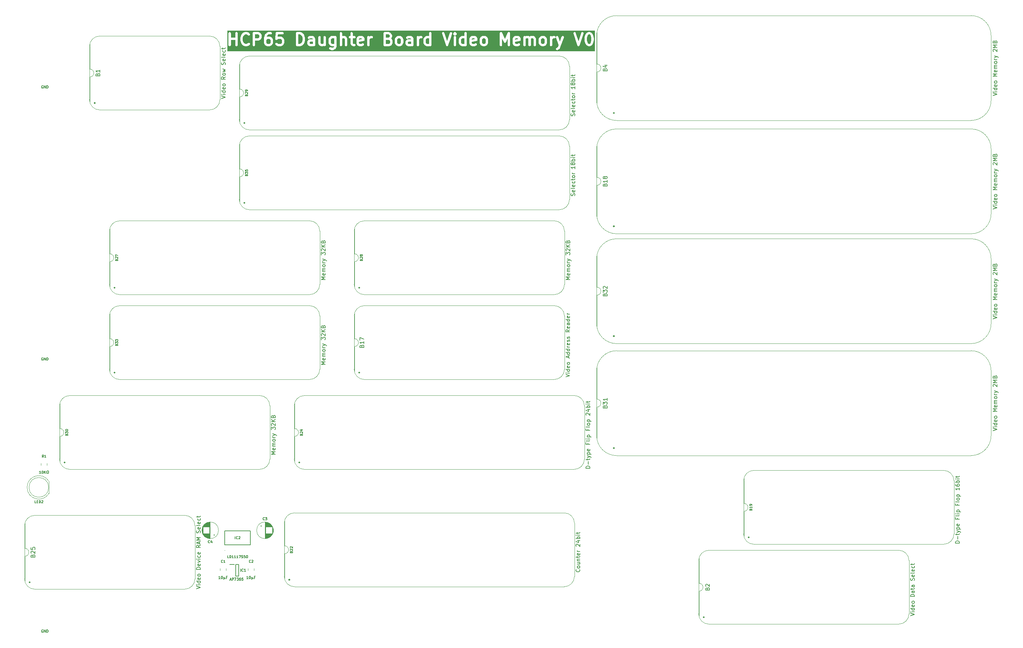
<source format=gto>
%TF.GenerationSoftware,KiCad,Pcbnew,8.0.4*%
%TF.CreationDate,2024-08-23T10:02:49+02:00*%
%TF.ProjectId,Video Board - Memory,56696465-6f20-4426-9f61-7264202d204d,rev?*%
%TF.SameCoordinates,PX1838f04PY1361022*%
%TF.FileFunction,Legend,Top*%
%TF.FilePolarity,Positive*%
%FSLAX46Y46*%
G04 Gerber Fmt 4.6, Leading zero omitted, Abs format (unit mm)*
G04 Created by KiCad (PCBNEW 8.0.4) date 2024-08-23 10:02:49*
%MOMM*%
%LPD*%
G01*
G04 APERTURE LIST*
%ADD10C,0.600000*%
%ADD11C,0.150000*%
%ADD12C,0.200000*%
%ADD13C,0.120000*%
%ADD14C,0.239605*%
%ADD15C,0.100000*%
G04 APERTURE END LIST*
D10*
G36*
X73577669Y8801366D02*
G01*
X73577669Y7457901D01*
X73521134Y7429633D01*
X73091346Y7429633D01*
X72912519Y7519046D01*
X72838510Y7593056D01*
X72749097Y7771882D01*
X72749097Y8487385D01*
X72838510Y8666211D01*
X72912518Y8740220D01*
X73091346Y8829633D01*
X73521134Y8829633D01*
X73577669Y8801366D01*
G37*
G36*
X57271389Y8597363D02*
G01*
X57345398Y8523354D01*
X57434811Y8344528D01*
X57434811Y7771882D01*
X57345397Y7593056D01*
X57271388Y7519046D01*
X57092562Y7429633D01*
X56662774Y7429633D01*
X56483947Y7519046D01*
X56409938Y7593056D01*
X56320525Y7771882D01*
X56320525Y8344528D01*
X56409938Y8523354D01*
X56483946Y8597363D01*
X56662774Y8686776D01*
X57092562Y8686776D01*
X57271389Y8597363D01*
G37*
G36*
X65144185Y9724566D02*
G01*
X65345398Y9523354D01*
X65451754Y9310641D01*
X65577668Y8806987D01*
X65577668Y8452280D01*
X65451754Y7948626D01*
X65345398Y7735913D01*
X65144184Y7534700D01*
X64828985Y7429633D01*
X64463382Y7429633D01*
X64463382Y9829633D01*
X64828985Y9829633D01*
X65144185Y9724566D01*
G37*
G36*
X68149097Y7457901D02*
G01*
X68092562Y7429633D01*
X67519917Y7429633D01*
X67386988Y7496097D01*
X67320525Y7629025D01*
X67320525Y7773099D01*
X67386988Y7906027D01*
X67519917Y7972490D01*
X68149097Y7972490D01*
X68149097Y7457901D01*
G37*
G36*
X80654062Y8763170D02*
G01*
X80706414Y8658467D01*
X79891955Y8495575D01*
X79891955Y8630242D01*
X79958418Y8763170D01*
X80091347Y8829633D01*
X80521135Y8829633D01*
X80654062Y8763170D01*
G37*
G36*
X87715616Y8295995D02*
G01*
X87773970Y8237641D01*
X87863384Y8058814D01*
X87863384Y7771882D01*
X87773970Y7593056D01*
X87699961Y7519046D01*
X87521135Y7429633D01*
X86749098Y7429633D01*
X86749098Y8401062D01*
X87400415Y8401062D01*
X87715616Y8295995D01*
G37*
G36*
X87557105Y9740220D02*
G01*
X87631114Y9666211D01*
X87720527Y9487385D01*
X87720527Y9343310D01*
X87631114Y9164484D01*
X87557105Y9090476D01*
X87378278Y9001062D01*
X86749098Y9001062D01*
X86749098Y9829633D01*
X87378278Y9829633D01*
X87557105Y9740220D01*
G37*
G36*
X90414247Y8740220D02*
G01*
X90488257Y8666211D01*
X90577670Y8487385D01*
X90577670Y7771882D01*
X90488257Y7593056D01*
X90414247Y7519046D01*
X90235421Y7429633D01*
X89948490Y7429633D01*
X89769663Y7519046D01*
X89695654Y7593056D01*
X89606241Y7771882D01*
X89606241Y8487385D01*
X89695654Y8666211D01*
X89769662Y8740220D01*
X89948490Y8829633D01*
X90235421Y8829633D01*
X90414247Y8740220D01*
G37*
G36*
X93149099Y7457901D02*
G01*
X93092564Y7429633D01*
X92519919Y7429633D01*
X92386990Y7496097D01*
X92320527Y7629025D01*
X92320527Y7773099D01*
X92386990Y7906027D01*
X92519919Y7972490D01*
X93149099Y7972490D01*
X93149099Y7457901D01*
G37*
G36*
X97720528Y8801366D02*
G01*
X97720528Y7457901D01*
X97663993Y7429633D01*
X97234205Y7429633D01*
X97055378Y7519046D01*
X96981369Y7593056D01*
X96891956Y7771882D01*
X96891956Y8487385D01*
X96981369Y8666211D01*
X97055377Y8740220D01*
X97234205Y8829633D01*
X97663993Y8829633D01*
X97720528Y8801366D01*
G37*
G36*
X106720528Y8801366D02*
G01*
X106720528Y7457901D01*
X106663993Y7429633D01*
X106234205Y7429633D01*
X106055378Y7519046D01*
X105981369Y7593056D01*
X105891956Y7771882D01*
X105891956Y8487385D01*
X105981369Y8666211D01*
X106055377Y8740220D01*
X106234205Y8829633D01*
X106663993Y8829633D01*
X106720528Y8801366D01*
G37*
G36*
X109368349Y8763170D02*
G01*
X109420701Y8658467D01*
X108606242Y8495575D01*
X108606242Y8630242D01*
X108672705Y8763170D01*
X108805634Y8829633D01*
X109235422Y8829633D01*
X109368349Y8763170D01*
G37*
G36*
X111985677Y8740220D02*
G01*
X112059687Y8666211D01*
X112149100Y8487385D01*
X112149100Y7771882D01*
X112059687Y7593056D01*
X111985677Y7519046D01*
X111806851Y7429633D01*
X111519920Y7429633D01*
X111341093Y7519046D01*
X111267084Y7593056D01*
X111177671Y7771882D01*
X111177671Y8487385D01*
X111267084Y8666211D01*
X111341092Y8740220D01*
X111519920Y8829633D01*
X111806851Y8829633D01*
X111985677Y8740220D01*
G37*
G36*
X120368349Y8763170D02*
G01*
X120420701Y8658467D01*
X119606242Y8495575D01*
X119606242Y8630242D01*
X119672705Y8763170D01*
X119805634Y8829633D01*
X120235422Y8829633D01*
X120368349Y8763170D01*
G37*
G36*
X126985677Y8740220D02*
G01*
X127059687Y8666211D01*
X127149100Y8487385D01*
X127149100Y7771882D01*
X127059687Y7593056D01*
X126985677Y7519046D01*
X126806851Y7429633D01*
X126519920Y7429633D01*
X126341093Y7519046D01*
X126267084Y7593056D01*
X126177671Y7771882D01*
X126177671Y8487385D01*
X126267084Y8666211D01*
X126341092Y8740220D01*
X126519920Y8829633D01*
X126806851Y8829633D01*
X126985677Y8740220D01*
G37*
G36*
X138699963Y9740220D02*
G01*
X138773973Y9666211D01*
X138880329Y9453498D01*
X139006243Y8949844D01*
X139006243Y8309423D01*
X138880329Y7805769D01*
X138773973Y7593056D01*
X138699963Y7519046D01*
X138521137Y7429633D01*
X138377063Y7429633D01*
X138198237Y7519046D01*
X138124227Y7593056D01*
X138017870Y7805770D01*
X137891957Y8309423D01*
X137891957Y8949844D01*
X138017870Y9453499D01*
X138124226Y9666211D01*
X138198236Y9740220D01*
X138377063Y9829633D01*
X138521137Y9829633D01*
X138699963Y9740220D01*
G37*
G36*
X54414246Y9740220D02*
G01*
X54488255Y9666211D01*
X54577668Y9487385D01*
X54577668Y9200453D01*
X54488255Y9021627D01*
X54414246Y8947619D01*
X54235419Y8858205D01*
X53463382Y8858205D01*
X53463382Y9829633D01*
X54235419Y9829633D01*
X54414246Y9740220D01*
G37*
G36*
X139939576Y5496300D02*
G01*
X46387192Y5496300D01*
X46387192Y10129633D01*
X46720525Y10129633D01*
X46720525Y7129633D01*
X46723092Y7090475D01*
X46743361Y7014828D01*
X46782519Y6947005D01*
X46837897Y6891627D01*
X46905720Y6852469D01*
X46981367Y6832200D01*
X47059683Y6832200D01*
X47135330Y6852469D01*
X47203153Y6891627D01*
X47258531Y6947005D01*
X47297689Y7014828D01*
X47317958Y7090475D01*
X47320525Y7129633D01*
X47320525Y8401062D01*
X48434811Y8401062D01*
X48434811Y7129633D01*
X48437378Y7090475D01*
X48457647Y7014828D01*
X48496805Y6947005D01*
X48552183Y6891627D01*
X48620006Y6852469D01*
X48695653Y6832200D01*
X48773969Y6832200D01*
X48849616Y6852469D01*
X48917439Y6891627D01*
X48972817Y6947005D01*
X49011975Y7014828D01*
X49032244Y7090475D01*
X49034811Y7129633D01*
X49034811Y8843919D01*
X49720525Y8843919D01*
X49720525Y8415348D01*
X49722533Y8384703D01*
X49722475Y8381199D01*
X49722926Y8378709D01*
X49723092Y8376190D01*
X49723996Y8372814D01*
X49729482Y8342587D01*
X49872339Y7771159D01*
X49878788Y7751058D01*
X49879838Y7745927D01*
X49882349Y7739956D01*
X49884327Y7733793D01*
X49886866Y7729218D01*
X49895054Y7709755D01*
X50037911Y7424041D01*
X50057719Y7390165D01*
X50063713Y7383405D01*
X50068233Y7375577D01*
X50094107Y7346073D01*
X50379822Y7060358D01*
X50392008Y7049671D01*
X50395393Y7045854D01*
X50399309Y7043269D01*
X50409326Y7034484D01*
X50435515Y7019364D01*
X50460749Y7002703D01*
X50473084Y6997673D01*
X50477149Y6995326D01*
X50482076Y6994006D01*
X50497086Y6987885D01*
X50925656Y6845028D01*
X50963616Y6835081D01*
X50972635Y6834540D01*
X50981367Y6832200D01*
X51020525Y6829633D01*
X51306239Y6829633D01*
X51345397Y6832200D01*
X51354124Y6834539D01*
X51363147Y6835080D01*
X51401107Y6845028D01*
X51829679Y6987885D01*
X51844684Y6994005D01*
X51849617Y6995326D01*
X51853685Y6997675D01*
X51866015Y7002703D01*
X51891247Y7019362D01*
X51917440Y7034485D01*
X51927453Y7043267D01*
X51931371Y7045853D01*
X51934756Y7049672D01*
X51946944Y7060359D01*
X52089801Y7203217D01*
X52115674Y7232721D01*
X52154832Y7300544D01*
X52175101Y7376191D01*
X52175101Y7454507D01*
X52154832Y7530154D01*
X52115673Y7597977D01*
X52060295Y7653354D01*
X51992472Y7692512D01*
X51916825Y7712781D01*
X51838509Y7712781D01*
X51762862Y7692512D01*
X51695039Y7653353D01*
X51665535Y7627479D01*
X51572756Y7534700D01*
X51257556Y7429633D01*
X51069208Y7429633D01*
X50754008Y7534700D01*
X50552795Y7735913D01*
X50446438Y7948626D01*
X50320525Y8452281D01*
X50320525Y8806987D01*
X50446438Y9310642D01*
X50552794Y9523354D01*
X50754008Y9724567D01*
X51069208Y9829633D01*
X51257556Y9829633D01*
X51572757Y9724566D01*
X51665536Y9631787D01*
X51695040Y9605913D01*
X51762863Y9566755D01*
X51838510Y9546486D01*
X51916826Y9546486D01*
X51992473Y9566755D01*
X52060296Y9605913D01*
X52115674Y9661291D01*
X52154832Y9729114D01*
X52175101Y9804761D01*
X52175101Y9883077D01*
X52154832Y9958724D01*
X52115674Y10026547D01*
X52089800Y10056051D01*
X52016218Y10129633D01*
X52863382Y10129633D01*
X52863382Y7129633D01*
X52865949Y7090475D01*
X52886218Y7014828D01*
X52925376Y6947005D01*
X52980754Y6891627D01*
X53048577Y6852469D01*
X53124224Y6832200D01*
X53202540Y6832200D01*
X53278187Y6852469D01*
X53346010Y6891627D01*
X53401388Y6947005D01*
X53440546Y7014828D01*
X53460815Y7090475D01*
X53463382Y7129633D01*
X53463382Y8258205D01*
X54306239Y8258205D01*
X54322415Y8259266D01*
X54327505Y8258960D01*
X54332100Y8259901D01*
X54345397Y8260772D01*
X54374610Y8268600D01*
X54404231Y8274661D01*
X54416509Y8279826D01*
X54421044Y8281041D01*
X54425463Y8283593D01*
X54440403Y8289877D01*
X54726118Y8432734D01*
X54759994Y8452542D01*
X54766754Y8458537D01*
X54774582Y8463056D01*
X54804086Y8488930D01*
X54946943Y8631787D01*
X54972817Y8661291D01*
X54977336Y8669119D01*
X54983331Y8675879D01*
X55003139Y8709755D01*
X55070221Y8843919D01*
X55720525Y8843919D01*
X55720525Y7701062D01*
X55721585Y7684885D01*
X55721280Y7679795D01*
X55722220Y7675200D01*
X55723092Y7661904D01*
X55730919Y7632692D01*
X55736981Y7603070D01*
X55742145Y7590792D01*
X55743361Y7586257D01*
X55745912Y7581838D01*
X55752197Y7566898D01*
X55895054Y7281184D01*
X55914862Y7247308D01*
X55920858Y7240546D01*
X55925376Y7232721D01*
X55951249Y7203217D01*
X56094106Y7060359D01*
X56123610Y7034485D01*
X56131437Y7029966D01*
X56138199Y7023970D01*
X56172075Y7004162D01*
X56457790Y6861305D01*
X56472729Y6855021D01*
X56477149Y6852469D01*
X56481683Y6851254D01*
X56493962Y6846089D01*
X56523582Y6840028D01*
X56552796Y6832200D01*
X56566092Y6831329D01*
X56570688Y6830388D01*
X56575777Y6830694D01*
X56591954Y6829633D01*
X57163382Y6829633D01*
X57179558Y6830694D01*
X57184648Y6830388D01*
X57189243Y6831329D01*
X57202540Y6832200D01*
X57231753Y6840028D01*
X57261374Y6846089D01*
X57273652Y6851254D01*
X57278187Y6852469D01*
X57282606Y6855021D01*
X57297546Y6861305D01*
X57583261Y7004162D01*
X57617137Y7023970D01*
X57623898Y7029966D01*
X57631726Y7034485D01*
X57661230Y7060359D01*
X57804087Y7203217D01*
X57829960Y7232721D01*
X57834477Y7240546D01*
X57840474Y7247308D01*
X57860282Y7281184D01*
X58003139Y7566898D01*
X58009423Y7581838D01*
X58011975Y7586257D01*
X58013190Y7590792D01*
X58018355Y7603070D01*
X58024416Y7632692D01*
X58032244Y7661904D01*
X58033115Y7675200D01*
X58034056Y7679795D01*
X58033750Y7684885D01*
X58034811Y7701062D01*
X58034811Y8415348D01*
X58033750Y8431526D01*
X58034056Y8436615D01*
X58033115Y8441211D01*
X58032244Y8454506D01*
X58024416Y8483719D01*
X58018355Y8513340D01*
X58013190Y8525619D01*
X58011975Y8530153D01*
X58009423Y8534573D01*
X58003139Y8549512D01*
X57932048Y8691694D01*
X58577815Y8691694D01*
X58580235Y8676898D01*
X58580235Y8661904D01*
X58586529Y8638411D01*
X58590456Y8614406D01*
X58596623Y8600741D01*
X58600504Y8586257D01*
X58612666Y8565191D01*
X58622671Y8543023D01*
X58632164Y8531420D01*
X58639662Y8518434D01*
X58656860Y8501236D01*
X58672264Y8482409D01*
X58684439Y8473657D01*
X58695040Y8463056D01*
X58716102Y8450896D01*
X58735854Y8436697D01*
X58749878Y8431395D01*
X58762863Y8423898D01*
X58786357Y8417603D01*
X58809109Y8409001D01*
X58824028Y8407510D01*
X58838510Y8403629D01*
X58862834Y8403629D01*
X58887036Y8401209D01*
X58901832Y8403629D01*
X58916826Y8403629D01*
X58940319Y8409924D01*
X58964324Y8413850D01*
X58977989Y8420018D01*
X58992473Y8423898D01*
X59013539Y8436061D01*
X59035707Y8446065D01*
X59047310Y8455559D01*
X59060296Y8463056D01*
X59089800Y8488930D01*
X59198232Y8597363D01*
X59377060Y8686776D01*
X59949705Y8686776D01*
X60128532Y8597363D01*
X60202541Y8523354D01*
X60291954Y8344528D01*
X60291954Y7771882D01*
X60202540Y7593056D01*
X60128531Y7519046D01*
X59949705Y7429633D01*
X59377060Y7429633D01*
X59198233Y7519046D01*
X59089801Y7627479D01*
X59060297Y7653353D01*
X58992474Y7692512D01*
X58916827Y7712781D01*
X58838511Y7712781D01*
X58762864Y7692512D01*
X58695041Y7653354D01*
X58639663Y7597977D01*
X58600504Y7530154D01*
X58580235Y7454507D01*
X58580235Y7376191D01*
X58600504Y7300544D01*
X58639662Y7232721D01*
X58665535Y7203217D01*
X58808392Y7060359D01*
X58837896Y7034485D01*
X58845723Y7029966D01*
X58852485Y7023970D01*
X58886361Y7004162D01*
X59172076Y6861305D01*
X59187015Y6855021D01*
X59191435Y6852469D01*
X59195969Y6851254D01*
X59208248Y6846089D01*
X59237868Y6840028D01*
X59267082Y6832200D01*
X59280378Y6831329D01*
X59284974Y6830388D01*
X59290063Y6830694D01*
X59306240Y6829633D01*
X60020525Y6829633D01*
X60036701Y6830694D01*
X60041791Y6830388D01*
X60046386Y6831329D01*
X60059683Y6832200D01*
X60088896Y6840028D01*
X60118517Y6846089D01*
X60130795Y6851254D01*
X60135330Y6852469D01*
X60139749Y6855021D01*
X60154689Y6861305D01*
X60440404Y7004162D01*
X60474280Y7023970D01*
X60481041Y7029966D01*
X60488869Y7034485D01*
X60518373Y7060359D01*
X60661230Y7203217D01*
X60687103Y7232721D01*
X60691620Y7240546D01*
X60697617Y7247308D01*
X60717425Y7281184D01*
X60860282Y7566898D01*
X60866566Y7581838D01*
X60869118Y7586257D01*
X60870333Y7590792D01*
X60875498Y7603070D01*
X60881559Y7632692D01*
X60889387Y7661904D01*
X60890258Y7675200D01*
X60891199Y7679795D01*
X60890893Y7684885D01*
X60891954Y7701062D01*
X60891954Y8415348D01*
X60890893Y8431526D01*
X60891199Y8436615D01*
X60890258Y8441211D01*
X60889387Y8454506D01*
X60881559Y8483719D01*
X60875498Y8513340D01*
X60870333Y8525619D01*
X60869118Y8530153D01*
X60866566Y8534573D01*
X60860282Y8549512D01*
X60717425Y8835226D01*
X60697617Y8869102D01*
X60691622Y8875863D01*
X60687103Y8883690D01*
X60661229Y8913194D01*
X60518372Y9056051D01*
X60488868Y9081925D01*
X60481040Y9086445D01*
X60474280Y9092439D01*
X60440404Y9112247D01*
X60154689Y9255104D01*
X60139749Y9261389D01*
X60135330Y9263940D01*
X60130795Y9265156D01*
X60118517Y9270320D01*
X60088896Y9276382D01*
X60059683Y9284209D01*
X60046386Y9285081D01*
X60041791Y9286021D01*
X60036701Y9285716D01*
X60020525Y9286776D01*
X59306240Y9286776D01*
X59290063Y9285716D01*
X59284974Y9286021D01*
X59280378Y9285081D01*
X59267082Y9284209D01*
X59237868Y9276382D01*
X59236671Y9276137D01*
X59292021Y9829633D01*
X60449097Y9829633D01*
X60488255Y9832200D01*
X60563902Y9852469D01*
X60631725Y9891627D01*
X60687103Y9947005D01*
X60726261Y10014828D01*
X60746530Y10090475D01*
X60746530Y10129633D01*
X63863382Y10129633D01*
X63863382Y7129633D01*
X63865949Y7090475D01*
X63886218Y7014828D01*
X63925376Y6947005D01*
X63980754Y6891627D01*
X64048577Y6852469D01*
X64124224Y6832200D01*
X64163382Y6829633D01*
X64877668Y6829633D01*
X64916826Y6832200D01*
X64925553Y6834539D01*
X64934576Y6835080D01*
X64972536Y6845028D01*
X65401107Y6987885D01*
X65416116Y6994006D01*
X65421044Y6995326D01*
X65425108Y6997673D01*
X65437444Y7002703D01*
X65462674Y7019362D01*
X65488867Y7034484D01*
X65498886Y7043271D01*
X65502799Y7045854D01*
X65506180Y7049668D01*
X65518371Y7060358D01*
X65804086Y7346073D01*
X65829960Y7375577D01*
X65834479Y7383405D01*
X65840474Y7390165D01*
X65860282Y7424041D01*
X66003139Y7709755D01*
X66011324Y7729214D01*
X66013866Y7733792D01*
X66015844Y7739960D01*
X66018355Y7745927D01*
X66019404Y7751055D01*
X66025854Y7771158D01*
X66044044Y7843919D01*
X66720525Y7843919D01*
X66720525Y7558205D01*
X66721585Y7542029D01*
X66721280Y7536939D01*
X66722220Y7532344D01*
X66723092Y7519047D01*
X66730919Y7489834D01*
X66736981Y7460213D01*
X66742145Y7447935D01*
X66743361Y7443400D01*
X66745912Y7438981D01*
X66752197Y7424041D01*
X66895054Y7138326D01*
X66914862Y7104450D01*
X66926814Y7090971D01*
X66936746Y7075929D01*
X66952686Y7061795D01*
X66966821Y7045854D01*
X66981862Y7035923D01*
X66995342Y7023970D01*
X67029218Y7004162D01*
X67314933Y6861305D01*
X67329872Y6855021D01*
X67334292Y6852469D01*
X67338826Y6851254D01*
X67351105Y6846089D01*
X67380725Y6840028D01*
X67409939Y6832200D01*
X67423235Y6831329D01*
X67427831Y6830388D01*
X67432920Y6830694D01*
X67449097Y6829633D01*
X68163382Y6829633D01*
X68179558Y6830694D01*
X68184648Y6830388D01*
X68189243Y6831329D01*
X68202540Y6832200D01*
X68231753Y6840028D01*
X68261374Y6846089D01*
X68273652Y6851254D01*
X68278187Y6852469D01*
X68282606Y6855021D01*
X68297546Y6861305D01*
X68309036Y6867051D01*
X68334292Y6852469D01*
X68409939Y6832200D01*
X68488255Y6832200D01*
X68563902Y6852469D01*
X68631725Y6891627D01*
X68687103Y6947005D01*
X68726261Y7014828D01*
X68746530Y7090475D01*
X68749097Y7129633D01*
X68749097Y8701062D01*
X68748036Y8717240D01*
X68748342Y8722330D01*
X68747401Y8726926D01*
X68746530Y8740220D01*
X68738703Y8769430D01*
X68732641Y8799055D01*
X68727475Y8811336D01*
X68726261Y8815867D01*
X68723711Y8820284D01*
X68717425Y8835227D01*
X68574567Y9120941D01*
X68569485Y9129633D01*
X69577668Y9129633D01*
X69577668Y7558205D01*
X69578728Y7542029D01*
X69578423Y7536939D01*
X69579363Y7532344D01*
X69580235Y7519047D01*
X69588062Y7489834D01*
X69594124Y7460213D01*
X69599288Y7447935D01*
X69600504Y7443400D01*
X69603055Y7438981D01*
X69609340Y7424041D01*
X69752197Y7138326D01*
X69772005Y7104450D01*
X69783957Y7090971D01*
X69793889Y7075929D01*
X69809829Y7061795D01*
X69823964Y7045854D01*
X69839005Y7035923D01*
X69852485Y7023970D01*
X69886361Y7004162D01*
X70172076Y6861305D01*
X70187015Y6855021D01*
X70191435Y6852469D01*
X70195969Y6851254D01*
X70208248Y6846089D01*
X70237868Y6840028D01*
X70267082Y6832200D01*
X70280378Y6831329D01*
X70284974Y6830388D01*
X70290063Y6830694D01*
X70306240Y6829633D01*
X70734811Y6829633D01*
X70750988Y6830694D01*
X70756078Y6830388D01*
X70760673Y6831329D01*
X70773969Y6832200D01*
X70803181Y6840028D01*
X70832803Y6846089D01*
X70845081Y6851254D01*
X70849616Y6852469D01*
X70854035Y6855021D01*
X70868975Y6861305D01*
X70963709Y6908673D01*
X70980755Y6891627D01*
X71048578Y6852469D01*
X71124225Y6832200D01*
X71202541Y6832200D01*
X71278188Y6852469D01*
X71346011Y6891627D01*
X71401389Y6947005D01*
X71440547Y7014828D01*
X71460816Y7090475D01*
X71463383Y7129633D01*
X71463383Y8558205D01*
X72149097Y8558205D01*
X72149097Y7701062D01*
X72150157Y7684885D01*
X72149852Y7679795D01*
X72150792Y7675200D01*
X72151664Y7661904D01*
X72159491Y7632692D01*
X72165553Y7603070D01*
X72170717Y7590792D01*
X72171933Y7586257D01*
X72174484Y7581838D01*
X72180769Y7566898D01*
X72323626Y7281184D01*
X72343434Y7247308D01*
X72349430Y7240546D01*
X72353948Y7232721D01*
X72379821Y7203217D01*
X72522678Y7060359D01*
X72552182Y7034485D01*
X72560009Y7029966D01*
X72566771Y7023970D01*
X72600647Y7004162D01*
X72886362Y6861305D01*
X72901301Y6855021D01*
X72905721Y6852469D01*
X72910255Y6851254D01*
X72922534Y6846089D01*
X72952154Y6840028D01*
X72981368Y6832200D01*
X72994664Y6831329D01*
X72999260Y6830388D01*
X73004349Y6830694D01*
X73020526Y6829633D01*
X73577669Y6829633D01*
X73577669Y6771883D01*
X73488254Y6593055D01*
X73414245Y6519046D01*
X73235420Y6429633D01*
X72948489Y6429633D01*
X72726118Y6540818D01*
X72689946Y6556034D01*
X72613220Y6571735D01*
X72535046Y6567043D01*
X72460748Y6542277D01*
X72395393Y6499126D01*
X72343434Y6440530D01*
X72308410Y6370482D01*
X72292709Y6293756D01*
X72297401Y6215582D01*
X72322167Y6141284D01*
X72365318Y6075929D01*
X72423914Y6023970D01*
X72457790Y6004162D01*
X72743505Y5861305D01*
X72758444Y5855021D01*
X72762864Y5852469D01*
X72767398Y5851254D01*
X72779677Y5846089D01*
X72809297Y5840028D01*
X72838511Y5832200D01*
X72851807Y5831329D01*
X72856403Y5830388D01*
X72861492Y5830694D01*
X72877669Y5829633D01*
X73306240Y5829633D01*
X73322417Y5830694D01*
X73327507Y5830388D01*
X73332102Y5831329D01*
X73345398Y5832200D01*
X73374610Y5840028D01*
X73404232Y5846089D01*
X73416510Y5851254D01*
X73421045Y5852469D01*
X73425464Y5855021D01*
X73440404Y5861305D01*
X73726118Y6004162D01*
X73759994Y6023970D01*
X73766755Y6029966D01*
X73774583Y6034485D01*
X73804087Y6060359D01*
X73946944Y6203217D01*
X73972817Y6232721D01*
X73977333Y6240544D01*
X73983331Y6247307D01*
X74003139Y6281183D01*
X74145997Y6566897D01*
X74152283Y6581841D01*
X74154833Y6586257D01*
X74156047Y6590789D01*
X74161213Y6603069D01*
X74167275Y6632695D01*
X74175102Y6661904D01*
X74175973Y6675199D01*
X74176914Y6679794D01*
X74176608Y6684885D01*
X74177669Y6701062D01*
X74177669Y9129633D01*
X74175102Y9168791D01*
X74154833Y9244438D01*
X74115675Y9312261D01*
X74060297Y9367639D01*
X73992474Y9406797D01*
X73916827Y9427066D01*
X73838511Y9427066D01*
X73762864Y9406797D01*
X73737608Y9392216D01*
X73726118Y9397961D01*
X73711178Y9404246D01*
X73706759Y9406797D01*
X73702224Y9408013D01*
X73689946Y9413177D01*
X73660325Y9419239D01*
X73631112Y9427066D01*
X73617815Y9427938D01*
X73613220Y9428878D01*
X73608130Y9428573D01*
X73591954Y9429633D01*
X73020526Y9429633D01*
X73004349Y9428573D01*
X72999260Y9428878D01*
X72994664Y9427938D01*
X72981368Y9427066D01*
X72952154Y9419239D01*
X72922534Y9413177D01*
X72910255Y9408013D01*
X72905721Y9406797D01*
X72901301Y9404246D01*
X72886362Y9397961D01*
X72600647Y9255104D01*
X72566771Y9235296D01*
X72560010Y9229302D01*
X72552183Y9224782D01*
X72522679Y9198908D01*
X72379822Y9056051D01*
X72353948Y9026547D01*
X72349428Y9018720D01*
X72343434Y9011959D01*
X72323626Y8978083D01*
X72180769Y8692369D01*
X72174484Y8677430D01*
X72171933Y8673010D01*
X72170717Y8668476D01*
X72165553Y8656197D01*
X72159491Y8626576D01*
X72151664Y8597363D01*
X72150792Y8584068D01*
X72149852Y8579472D01*
X72150157Y8574383D01*
X72149097Y8558205D01*
X71463383Y8558205D01*
X71463383Y9129633D01*
X71460816Y9168791D01*
X71440547Y9244438D01*
X71401389Y9312261D01*
X71346011Y9367639D01*
X71278188Y9406797D01*
X71202541Y9427066D01*
X71124225Y9427066D01*
X71048578Y9406797D01*
X70980755Y9367639D01*
X70925377Y9312261D01*
X70886219Y9244438D01*
X70865950Y9168791D01*
X70863383Y9129633D01*
X70863383Y7539612D01*
X70842817Y7519046D01*
X70663991Y7429633D01*
X70377060Y7429633D01*
X70244131Y7496097D01*
X70177668Y7629025D01*
X70177668Y9129633D01*
X70175101Y9168791D01*
X70154832Y9244438D01*
X70115674Y9312261D01*
X70060296Y9367639D01*
X69992473Y9406797D01*
X69916826Y9427066D01*
X69838510Y9427066D01*
X69762863Y9406797D01*
X69695040Y9367639D01*
X69639662Y9312261D01*
X69600504Y9244438D01*
X69580235Y9168791D01*
X69577668Y9129633D01*
X68569485Y9129633D01*
X68554759Y9154817D01*
X68542803Y9168300D01*
X68532875Y9183337D01*
X68516935Y9197472D01*
X68502799Y9213413D01*
X68487758Y9223344D01*
X68474279Y9235296D01*
X68440403Y9255104D01*
X68154689Y9397961D01*
X68139749Y9404246D01*
X68135330Y9406797D01*
X68130795Y9408013D01*
X68118517Y9413177D01*
X68088895Y9419239D01*
X68059683Y9427066D01*
X68046387Y9427938D01*
X68041792Y9428878D01*
X68036702Y9428573D01*
X68020525Y9429633D01*
X67449097Y9429633D01*
X67432920Y9428573D01*
X67427831Y9428878D01*
X67423235Y9427938D01*
X67409939Y9427066D01*
X67380725Y9419239D01*
X67351105Y9413177D01*
X67338826Y9408013D01*
X67334292Y9406797D01*
X67329872Y9404246D01*
X67314933Y9397961D01*
X67029218Y9255104D01*
X66995342Y9235296D01*
X66936746Y9183337D01*
X66893595Y9117982D01*
X66868829Y9043684D01*
X66864137Y8965510D01*
X66879838Y8888784D01*
X66914862Y8818736D01*
X66966821Y8760140D01*
X67032176Y8716989D01*
X67106474Y8692223D01*
X67184648Y8687531D01*
X67261374Y8703232D01*
X67297546Y8718448D01*
X67519917Y8829633D01*
X67949705Y8829633D01*
X68082632Y8763170D01*
X68149097Y8630242D01*
X68149097Y8600758D01*
X68092562Y8572490D01*
X67449097Y8572490D01*
X67432920Y8571430D01*
X67427831Y8571735D01*
X67423235Y8570795D01*
X67409939Y8569923D01*
X67380725Y8562096D01*
X67351105Y8556034D01*
X67338826Y8550870D01*
X67334292Y8549654D01*
X67329872Y8547103D01*
X67314933Y8540818D01*
X67029218Y8397961D01*
X66995342Y8378153D01*
X66981861Y8366200D01*
X66966821Y8356269D01*
X66952686Y8340329D01*
X66936746Y8326194D01*
X66926814Y8311153D01*
X66914862Y8297673D01*
X66895054Y8263797D01*
X66752197Y7978083D01*
X66745912Y7963144D01*
X66743361Y7958724D01*
X66742145Y7954190D01*
X66736981Y7941911D01*
X66730919Y7912290D01*
X66723092Y7883077D01*
X66722220Y7869782D01*
X66721280Y7865186D01*
X66721585Y7860097D01*
X66720525Y7843919D01*
X66044044Y7843919D01*
X66168711Y8342587D01*
X66174196Y8372815D01*
X66175101Y8376190D01*
X66175266Y8378708D01*
X66175718Y8381198D01*
X66175659Y8384703D01*
X66177668Y8415348D01*
X66177668Y8843919D01*
X66175659Y8874565D01*
X66175718Y8878069D01*
X66175266Y8880560D01*
X66175101Y8883077D01*
X66174196Y8886453D01*
X66168711Y8916680D01*
X66025854Y9488109D01*
X66019404Y9508213D01*
X66018355Y9513340D01*
X66015844Y9519308D01*
X66013866Y9525475D01*
X66011324Y9530054D01*
X66003139Y9549512D01*
X65860282Y9835226D01*
X65840474Y9869102D01*
X65834478Y9875864D01*
X65829959Y9883691D01*
X65804085Y9913195D01*
X65587646Y10129633D01*
X75006240Y10129633D01*
X75006240Y7129633D01*
X75008807Y7090475D01*
X75029076Y7014828D01*
X75068234Y6947005D01*
X75123612Y6891627D01*
X75191435Y6852469D01*
X75267082Y6832200D01*
X75345398Y6832200D01*
X75421045Y6852469D01*
X75488868Y6891627D01*
X75544246Y6947005D01*
X75583404Y7014828D01*
X75603673Y7090475D01*
X75606240Y7129633D01*
X75606240Y8719655D01*
X75626804Y8740220D01*
X75805632Y8829633D01*
X76092563Y8829633D01*
X76225490Y8763170D01*
X76291955Y8630242D01*
X76291955Y7129633D01*
X76294522Y7090475D01*
X76314791Y7014828D01*
X76353949Y6947005D01*
X76409327Y6891627D01*
X76477150Y6852469D01*
X76552797Y6832200D01*
X76631113Y6832200D01*
X76706760Y6852469D01*
X76774583Y6891627D01*
X76829961Y6947005D01*
X76869119Y7014828D01*
X76889388Y7090475D01*
X76891955Y7129633D01*
X76891955Y8701062D01*
X76890894Y8717240D01*
X76891200Y8722330D01*
X76890259Y8726926D01*
X76889388Y8740220D01*
X76881561Y8769430D01*
X76875499Y8799055D01*
X76870333Y8811336D01*
X76869119Y8815867D01*
X76866569Y8820284D01*
X76860283Y8835227D01*
X76717425Y9120941D01*
X76697617Y9154817D01*
X76685661Y9168300D01*
X76685337Y9168791D01*
X77294522Y9168791D01*
X77294522Y9090475D01*
X77314791Y9014828D01*
X77353949Y8947005D01*
X77409327Y8891627D01*
X77477150Y8852469D01*
X77552797Y8832200D01*
X77591955Y8829633D01*
X77720526Y8829633D01*
X77720526Y7558205D01*
X77721586Y7542029D01*
X77721281Y7536939D01*
X77722221Y7532344D01*
X77723093Y7519047D01*
X77730920Y7489834D01*
X77736982Y7460213D01*
X77742146Y7447935D01*
X77743362Y7443400D01*
X77745913Y7438981D01*
X77752198Y7424041D01*
X77895055Y7138326D01*
X77914863Y7104450D01*
X77926815Y7090971D01*
X77936747Y7075929D01*
X77952687Y7061795D01*
X77966822Y7045854D01*
X77981863Y7035923D01*
X77995343Y7023970D01*
X78029219Y7004162D01*
X78314934Y6861305D01*
X78329873Y6855021D01*
X78334293Y6852469D01*
X78338827Y6851254D01*
X78351106Y6846089D01*
X78380726Y6840028D01*
X78409940Y6832200D01*
X78423236Y6831329D01*
X78427832Y6830388D01*
X78432921Y6830694D01*
X78449098Y6829633D01*
X78734812Y6829633D01*
X78773970Y6832200D01*
X78849617Y6852469D01*
X78917440Y6891627D01*
X78972818Y6947005D01*
X79011976Y7014828D01*
X79032245Y7090475D01*
X79032245Y7168791D01*
X79011976Y7244438D01*
X78972818Y7312261D01*
X78917440Y7367639D01*
X78849617Y7406797D01*
X78773970Y7427066D01*
X78734812Y7429633D01*
X78519918Y7429633D01*
X78386989Y7496097D01*
X78320526Y7629025D01*
X78320526Y8701062D01*
X79291955Y8701062D01*
X79291955Y7558205D01*
X79293015Y7542029D01*
X79292710Y7536939D01*
X79293650Y7532344D01*
X79294522Y7519047D01*
X79302349Y7489834D01*
X79308411Y7460213D01*
X79313575Y7447935D01*
X79314791Y7443400D01*
X79317342Y7438981D01*
X79323627Y7424041D01*
X79466484Y7138326D01*
X79486292Y7104450D01*
X79498244Y7090971D01*
X79508176Y7075929D01*
X79524116Y7061795D01*
X79538251Y7045854D01*
X79553292Y7035923D01*
X79566772Y7023970D01*
X79600648Y7004162D01*
X79886363Y6861305D01*
X79901302Y6855021D01*
X79905722Y6852469D01*
X79910256Y6851254D01*
X79922535Y6846089D01*
X79952155Y6840028D01*
X79981369Y6832200D01*
X79994665Y6831329D01*
X79999261Y6830388D01*
X80004350Y6830694D01*
X80020527Y6829633D01*
X80591955Y6829633D01*
X80608132Y6830694D01*
X80613222Y6830388D01*
X80617817Y6831329D01*
X80631113Y6832200D01*
X80660325Y6840028D01*
X80689947Y6846089D01*
X80702225Y6851254D01*
X80706760Y6852469D01*
X80711179Y6855021D01*
X80726119Y6861305D01*
X81011833Y7004162D01*
X81045709Y7023970D01*
X81104305Y7075929D01*
X81147456Y7141285D01*
X81172222Y7215582D01*
X81176914Y7293757D01*
X81161213Y7370482D01*
X81126189Y7440530D01*
X81074230Y7499126D01*
X81008874Y7542277D01*
X80934577Y7567043D01*
X80856402Y7571735D01*
X80779677Y7556034D01*
X80743505Y7540818D01*
X80521135Y7429633D01*
X80091347Y7429633D01*
X79958418Y7496097D01*
X79891955Y7629025D01*
X79891955Y7883693D01*
X81079362Y8121174D01*
X81117256Y8131370D01*
X81125956Y8135672D01*
X81135332Y8138184D01*
X81160941Y8152970D01*
X81187459Y8166081D01*
X81194752Y8172491D01*
X81203155Y8177342D01*
X81224065Y8198253D01*
X81246285Y8217780D01*
X81251669Y8225856D01*
X81258533Y8232720D01*
X81273323Y8258339D01*
X81289727Y8282943D01*
X81292836Y8292135D01*
X81297691Y8300543D01*
X81305347Y8329120D01*
X81314823Y8357129D01*
X81315447Y8366814D01*
X81317960Y8376190D01*
X81320527Y8415348D01*
X81320527Y8701062D01*
X81319466Y8717240D01*
X81319772Y8722330D01*
X81318831Y8726926D01*
X81317960Y8740220D01*
X81310133Y8769430D01*
X81304071Y8799055D01*
X81298905Y8811336D01*
X81297691Y8815867D01*
X81295141Y8820284D01*
X81288855Y8835227D01*
X81145997Y9120941D01*
X81140915Y9129633D01*
X82006241Y9129633D01*
X82006241Y7129633D01*
X82008808Y7090475D01*
X82029077Y7014828D01*
X82068235Y6947005D01*
X82123613Y6891627D01*
X82191436Y6852469D01*
X82267083Y6832200D01*
X82345399Y6832200D01*
X82421046Y6852469D01*
X82488869Y6891627D01*
X82544247Y6947005D01*
X82583405Y7014828D01*
X82603674Y7090475D01*
X82606241Y7129633D01*
X82606241Y8487385D01*
X82695653Y8666211D01*
X82769663Y8740220D01*
X82948490Y8829633D01*
X83163384Y8829633D01*
X83202542Y8832200D01*
X83278189Y8852469D01*
X83346012Y8891627D01*
X83401390Y8947005D01*
X83440548Y9014828D01*
X83460817Y9090475D01*
X83460817Y9168791D01*
X83440548Y9244438D01*
X83401390Y9312261D01*
X83346012Y9367639D01*
X83278189Y9406797D01*
X83202542Y9427066D01*
X83163384Y9429633D01*
X82877670Y9429633D01*
X82861492Y9428573D01*
X82856403Y9428878D01*
X82851807Y9427938D01*
X82838512Y9427066D01*
X82809299Y9419239D01*
X82779678Y9413177D01*
X82767399Y9408013D01*
X82762865Y9406797D01*
X82758445Y9404246D01*
X82743506Y9397961D01*
X82550487Y9301452D01*
X82544247Y9312261D01*
X82488869Y9367639D01*
X82421046Y9406797D01*
X82345399Y9427066D01*
X82267083Y9427066D01*
X82191436Y9406797D01*
X82123613Y9367639D01*
X82068235Y9312261D01*
X82029077Y9244438D01*
X82008808Y9168791D01*
X82006241Y9129633D01*
X81140915Y9129633D01*
X81126189Y9154817D01*
X81114233Y9168300D01*
X81104305Y9183337D01*
X81088365Y9197472D01*
X81074229Y9213413D01*
X81059188Y9223344D01*
X81045709Y9235296D01*
X81011833Y9255104D01*
X80726119Y9397961D01*
X80711179Y9404246D01*
X80706760Y9406797D01*
X80702225Y9408013D01*
X80689947Y9413177D01*
X80660325Y9419239D01*
X80631113Y9427066D01*
X80617817Y9427938D01*
X80613222Y9428878D01*
X80608132Y9428573D01*
X80591955Y9429633D01*
X80020527Y9429633D01*
X80004350Y9428573D01*
X79999261Y9428878D01*
X79994665Y9427938D01*
X79981369Y9427066D01*
X79952155Y9419239D01*
X79922535Y9413177D01*
X79910256Y9408013D01*
X79905722Y9406797D01*
X79901302Y9404246D01*
X79886363Y9397961D01*
X79600648Y9255104D01*
X79566772Y9235296D01*
X79553291Y9223343D01*
X79538251Y9213412D01*
X79524116Y9197472D01*
X79508176Y9183337D01*
X79498244Y9168296D01*
X79486292Y9154816D01*
X79466484Y9120940D01*
X79323627Y8835226D01*
X79317342Y8820287D01*
X79314791Y8815867D01*
X79313575Y8811333D01*
X79308411Y8799054D01*
X79302349Y8769433D01*
X79294522Y8740220D01*
X79293650Y8726925D01*
X79292710Y8722329D01*
X79293015Y8717240D01*
X79291955Y8701062D01*
X78320526Y8701062D01*
X78320526Y8829633D01*
X78734812Y8829633D01*
X78773970Y8832200D01*
X78849617Y8852469D01*
X78917440Y8891627D01*
X78972818Y8947005D01*
X79011976Y9014828D01*
X79032245Y9090475D01*
X79032245Y9168791D01*
X79011976Y9244438D01*
X78972818Y9312261D01*
X78917440Y9367639D01*
X78849617Y9406797D01*
X78773970Y9427066D01*
X78734812Y9429633D01*
X78320526Y9429633D01*
X78320526Y10129633D01*
X86149098Y10129633D01*
X86149098Y7129633D01*
X86151665Y7090475D01*
X86171934Y7014828D01*
X86211092Y6947005D01*
X86266470Y6891627D01*
X86334293Y6852469D01*
X86409940Y6832200D01*
X86449098Y6829633D01*
X87591955Y6829633D01*
X87608131Y6830694D01*
X87613221Y6830388D01*
X87617816Y6831329D01*
X87631113Y6832200D01*
X87660326Y6840028D01*
X87689947Y6846089D01*
X87702225Y6851254D01*
X87706760Y6852469D01*
X87711179Y6855021D01*
X87726119Y6861305D01*
X88011834Y7004162D01*
X88045710Y7023970D01*
X88052471Y7029966D01*
X88060299Y7034485D01*
X88089803Y7060359D01*
X88232660Y7203217D01*
X88258533Y7232721D01*
X88263050Y7240546D01*
X88269047Y7247308D01*
X88288855Y7281184D01*
X88431712Y7566898D01*
X88437996Y7581838D01*
X88440548Y7586257D01*
X88441763Y7590792D01*
X88446928Y7603070D01*
X88452989Y7632692D01*
X88460817Y7661904D01*
X88461688Y7675200D01*
X88462629Y7679795D01*
X88462323Y7684885D01*
X88463384Y7701062D01*
X88463384Y8129633D01*
X88462323Y8145810D01*
X88462629Y8150899D01*
X88461688Y8155495D01*
X88460817Y8168791D01*
X88452989Y8198005D01*
X88446928Y8227625D01*
X88441763Y8239904D01*
X88440548Y8244438D01*
X88437996Y8248858D01*
X88431712Y8263797D01*
X88288855Y8549512D01*
X88283772Y8558205D01*
X89006241Y8558205D01*
X89006241Y7701062D01*
X89007301Y7684885D01*
X89006996Y7679795D01*
X89007936Y7675200D01*
X89008808Y7661904D01*
X89016635Y7632692D01*
X89022697Y7603070D01*
X89027861Y7590792D01*
X89029077Y7586257D01*
X89031628Y7581838D01*
X89037913Y7566898D01*
X89180770Y7281184D01*
X89200578Y7247308D01*
X89206574Y7240546D01*
X89211092Y7232721D01*
X89236965Y7203217D01*
X89379822Y7060359D01*
X89409326Y7034485D01*
X89417153Y7029966D01*
X89423915Y7023970D01*
X89457791Y7004162D01*
X89743506Y6861305D01*
X89758445Y6855021D01*
X89762865Y6852469D01*
X89767399Y6851254D01*
X89779678Y6846089D01*
X89809298Y6840028D01*
X89838512Y6832200D01*
X89851808Y6831329D01*
X89856404Y6830388D01*
X89861493Y6830694D01*
X89877670Y6829633D01*
X90306241Y6829633D01*
X90322418Y6830694D01*
X90327508Y6830388D01*
X90332103Y6831329D01*
X90345399Y6832200D01*
X90374611Y6840028D01*
X90404233Y6846089D01*
X90416511Y6851254D01*
X90421046Y6852469D01*
X90425465Y6855021D01*
X90440405Y6861305D01*
X90726119Y7004162D01*
X90759995Y7023970D01*
X90766755Y7029965D01*
X90774583Y7034484D01*
X90804087Y7060358D01*
X90946945Y7203216D01*
X90972819Y7232720D01*
X90977338Y7240548D01*
X90983333Y7247308D01*
X91003141Y7281184D01*
X91145998Y7566898D01*
X91152282Y7581838D01*
X91154834Y7586257D01*
X91156049Y7590792D01*
X91161214Y7603070D01*
X91167275Y7632692D01*
X91175103Y7661904D01*
X91175974Y7675200D01*
X91176915Y7679795D01*
X91176609Y7684885D01*
X91177670Y7701062D01*
X91177670Y7843919D01*
X91720527Y7843919D01*
X91720527Y7558205D01*
X91721587Y7542029D01*
X91721282Y7536939D01*
X91722222Y7532344D01*
X91723094Y7519047D01*
X91730921Y7489834D01*
X91736983Y7460213D01*
X91742147Y7447935D01*
X91743363Y7443400D01*
X91745914Y7438981D01*
X91752199Y7424041D01*
X91895056Y7138326D01*
X91914864Y7104450D01*
X91926816Y7090971D01*
X91936748Y7075929D01*
X91952688Y7061795D01*
X91966823Y7045854D01*
X91981864Y7035923D01*
X91995344Y7023970D01*
X92029220Y7004162D01*
X92314935Y6861305D01*
X92329874Y6855021D01*
X92334294Y6852469D01*
X92338828Y6851254D01*
X92351107Y6846089D01*
X92380727Y6840028D01*
X92409941Y6832200D01*
X92423237Y6831329D01*
X92427833Y6830388D01*
X92432922Y6830694D01*
X92449099Y6829633D01*
X93163384Y6829633D01*
X93179560Y6830694D01*
X93184650Y6830388D01*
X93189245Y6831329D01*
X93202542Y6832200D01*
X93231755Y6840028D01*
X93261376Y6846089D01*
X93273654Y6851254D01*
X93278189Y6852469D01*
X93282608Y6855021D01*
X93297548Y6861305D01*
X93309038Y6867051D01*
X93334294Y6852469D01*
X93409941Y6832200D01*
X93488257Y6832200D01*
X93563904Y6852469D01*
X93631727Y6891627D01*
X93687105Y6947005D01*
X93726263Y7014828D01*
X93746532Y7090475D01*
X93749099Y7129633D01*
X93749099Y8701062D01*
X93748038Y8717240D01*
X93748344Y8722330D01*
X93747403Y8726926D01*
X93746532Y8740220D01*
X93738705Y8769430D01*
X93732643Y8799055D01*
X93727477Y8811336D01*
X93726263Y8815867D01*
X93723713Y8820284D01*
X93717427Y8835227D01*
X93574569Y9120941D01*
X93569487Y9129633D01*
X94577670Y9129633D01*
X94577670Y7129633D01*
X94580237Y7090475D01*
X94600506Y7014828D01*
X94639664Y6947005D01*
X94695042Y6891627D01*
X94762865Y6852469D01*
X94838512Y6832200D01*
X94916828Y6832200D01*
X94992475Y6852469D01*
X95060298Y6891627D01*
X95115676Y6947005D01*
X95154834Y7014828D01*
X95175103Y7090475D01*
X95177670Y7129633D01*
X95177670Y8487385D01*
X95213080Y8558205D01*
X96291956Y8558205D01*
X96291956Y7701062D01*
X96293016Y7684885D01*
X96292711Y7679795D01*
X96293651Y7675200D01*
X96294523Y7661904D01*
X96302350Y7632692D01*
X96308412Y7603070D01*
X96313576Y7590792D01*
X96314792Y7586257D01*
X96317343Y7581838D01*
X96323628Y7566898D01*
X96466485Y7281184D01*
X96486293Y7247308D01*
X96492289Y7240546D01*
X96496807Y7232721D01*
X96522680Y7203217D01*
X96665537Y7060359D01*
X96695041Y7034485D01*
X96702868Y7029966D01*
X96709630Y7023970D01*
X96743506Y7004162D01*
X97029221Y6861305D01*
X97044160Y6855021D01*
X97048580Y6852469D01*
X97053114Y6851254D01*
X97065393Y6846089D01*
X97095013Y6840028D01*
X97124227Y6832200D01*
X97137523Y6831329D01*
X97142119Y6830388D01*
X97147208Y6830694D01*
X97163385Y6829633D01*
X97734813Y6829633D01*
X97750989Y6830694D01*
X97756079Y6830388D01*
X97760674Y6831329D01*
X97773971Y6832200D01*
X97803184Y6840028D01*
X97832805Y6846089D01*
X97845083Y6851254D01*
X97849618Y6852469D01*
X97854037Y6855021D01*
X97868977Y6861305D01*
X97880467Y6867051D01*
X97905723Y6852469D01*
X97981370Y6832200D01*
X98059686Y6832200D01*
X98135333Y6852469D01*
X98203156Y6891627D01*
X98258534Y6947005D01*
X98297692Y7014828D01*
X98317961Y7090475D01*
X98320528Y7129633D01*
X98320528Y10129633D01*
X98319134Y10150900D01*
X101006997Y10150900D01*
X101011689Y10072725D01*
X101021637Y10034765D01*
X102021637Y7034764D01*
X102022483Y7032688D01*
X102022698Y7031641D01*
X102023850Y7029336D01*
X102036455Y6998428D01*
X102048195Y6980646D01*
X102057722Y6961593D01*
X102069675Y6948113D01*
X102079606Y6933072D01*
X102095547Y6918936D01*
X102109681Y6902997D01*
X102124718Y6893069D01*
X102138202Y6881112D01*
X102157261Y6871583D01*
X102175037Y6859846D01*
X102192128Y6854149D01*
X102208250Y6846088D01*
X102229127Y6841816D01*
X102249334Y6835080D01*
X102267316Y6834001D01*
X102284975Y6830387D01*
X102306248Y6831665D01*
X102327509Y6830388D01*
X102345159Y6834000D01*
X102363150Y6835080D01*
X102383364Y6841819D01*
X102404234Y6846089D01*
X102420349Y6854147D01*
X102437447Y6859846D01*
X102455230Y6871588D01*
X102474282Y6881113D01*
X102487758Y6893064D01*
X102502803Y6902996D01*
X102516941Y6918941D01*
X102532878Y6933072D01*
X102542805Y6948109D01*
X102554762Y6961592D01*
X102564289Y6980649D01*
X102576029Y6998428D01*
X102588631Y7029332D01*
X102589786Y7031641D01*
X102590000Y7032690D01*
X102590847Y7034765D01*
X103289136Y9129633D01*
X104006242Y9129633D01*
X104006242Y7129633D01*
X104008809Y7090475D01*
X104029078Y7014828D01*
X104068236Y6947005D01*
X104123614Y6891627D01*
X104191437Y6852469D01*
X104267084Y6832200D01*
X104345400Y6832200D01*
X104421047Y6852469D01*
X104488870Y6891627D01*
X104544248Y6947005D01*
X104583406Y7014828D01*
X104603675Y7090475D01*
X104606242Y7129633D01*
X104606242Y8558205D01*
X105291956Y8558205D01*
X105291956Y7701062D01*
X105293016Y7684885D01*
X105292711Y7679795D01*
X105293651Y7675200D01*
X105294523Y7661904D01*
X105302350Y7632692D01*
X105308412Y7603070D01*
X105313576Y7590792D01*
X105314792Y7586257D01*
X105317343Y7581838D01*
X105323628Y7566898D01*
X105466485Y7281184D01*
X105486293Y7247308D01*
X105492289Y7240546D01*
X105496807Y7232721D01*
X105522680Y7203217D01*
X105665537Y7060359D01*
X105695041Y7034485D01*
X105702868Y7029966D01*
X105709630Y7023970D01*
X105743506Y7004162D01*
X106029221Y6861305D01*
X106044160Y6855021D01*
X106048580Y6852469D01*
X106053114Y6851254D01*
X106065393Y6846089D01*
X106095013Y6840028D01*
X106124227Y6832200D01*
X106137523Y6831329D01*
X106142119Y6830388D01*
X106147208Y6830694D01*
X106163385Y6829633D01*
X106734813Y6829633D01*
X106750989Y6830694D01*
X106756079Y6830388D01*
X106760674Y6831329D01*
X106773971Y6832200D01*
X106803184Y6840028D01*
X106832805Y6846089D01*
X106845083Y6851254D01*
X106849618Y6852469D01*
X106854037Y6855021D01*
X106868977Y6861305D01*
X106880467Y6867051D01*
X106905723Y6852469D01*
X106981370Y6832200D01*
X107059686Y6832200D01*
X107135333Y6852469D01*
X107203156Y6891627D01*
X107258534Y6947005D01*
X107297692Y7014828D01*
X107317961Y7090475D01*
X107320528Y7129633D01*
X107320528Y8701062D01*
X108006242Y8701062D01*
X108006242Y7558205D01*
X108007302Y7542029D01*
X108006997Y7536939D01*
X108007937Y7532344D01*
X108008809Y7519047D01*
X108016636Y7489834D01*
X108022698Y7460213D01*
X108027862Y7447935D01*
X108029078Y7443400D01*
X108031629Y7438981D01*
X108037914Y7424041D01*
X108180771Y7138326D01*
X108200579Y7104450D01*
X108212531Y7090971D01*
X108222463Y7075929D01*
X108238403Y7061795D01*
X108252538Y7045854D01*
X108267579Y7035923D01*
X108281059Y7023970D01*
X108314935Y7004162D01*
X108600650Y6861305D01*
X108615589Y6855021D01*
X108620009Y6852469D01*
X108624543Y6851254D01*
X108636822Y6846089D01*
X108666442Y6840028D01*
X108695656Y6832200D01*
X108708952Y6831329D01*
X108713548Y6830388D01*
X108718637Y6830694D01*
X108734814Y6829633D01*
X109306242Y6829633D01*
X109322419Y6830694D01*
X109327509Y6830388D01*
X109332104Y6831329D01*
X109345400Y6832200D01*
X109374612Y6840028D01*
X109404234Y6846089D01*
X109416512Y6851254D01*
X109421047Y6852469D01*
X109425466Y6855021D01*
X109440406Y6861305D01*
X109726120Y7004162D01*
X109759996Y7023970D01*
X109818592Y7075929D01*
X109861743Y7141285D01*
X109886509Y7215582D01*
X109891201Y7293757D01*
X109875500Y7370482D01*
X109840476Y7440530D01*
X109788517Y7499126D01*
X109723161Y7542277D01*
X109648864Y7567043D01*
X109570689Y7571735D01*
X109493964Y7556034D01*
X109457792Y7540818D01*
X109235422Y7429633D01*
X108805634Y7429633D01*
X108672705Y7496097D01*
X108606242Y7629025D01*
X108606242Y7883693D01*
X109793649Y8121174D01*
X109831543Y8131370D01*
X109840243Y8135672D01*
X109849619Y8138184D01*
X109875228Y8152970D01*
X109901746Y8166081D01*
X109909039Y8172491D01*
X109917442Y8177342D01*
X109938352Y8198253D01*
X109960572Y8217780D01*
X109965956Y8225856D01*
X109972820Y8232720D01*
X109987610Y8258339D01*
X110004014Y8282943D01*
X110007123Y8292135D01*
X110011978Y8300543D01*
X110019634Y8329120D01*
X110029110Y8357129D01*
X110029734Y8366814D01*
X110032247Y8376190D01*
X110034814Y8415348D01*
X110034814Y8558205D01*
X110577671Y8558205D01*
X110577671Y7701062D01*
X110578731Y7684885D01*
X110578426Y7679795D01*
X110579366Y7675200D01*
X110580238Y7661904D01*
X110588065Y7632692D01*
X110594127Y7603070D01*
X110599291Y7590792D01*
X110600507Y7586257D01*
X110603058Y7581838D01*
X110609343Y7566898D01*
X110752200Y7281184D01*
X110772008Y7247308D01*
X110778004Y7240546D01*
X110782522Y7232721D01*
X110808395Y7203217D01*
X110951252Y7060359D01*
X110980756Y7034485D01*
X110988583Y7029966D01*
X110995345Y7023970D01*
X111029221Y7004162D01*
X111314936Y6861305D01*
X111329875Y6855021D01*
X111334295Y6852469D01*
X111338829Y6851254D01*
X111351108Y6846089D01*
X111380728Y6840028D01*
X111409942Y6832200D01*
X111423238Y6831329D01*
X111427834Y6830388D01*
X111432923Y6830694D01*
X111449100Y6829633D01*
X111877671Y6829633D01*
X111893848Y6830694D01*
X111898938Y6830388D01*
X111903533Y6831329D01*
X111916829Y6832200D01*
X111946041Y6840028D01*
X111975663Y6846089D01*
X111987941Y6851254D01*
X111992476Y6852469D01*
X111996895Y6855021D01*
X112011835Y6861305D01*
X112297549Y7004162D01*
X112331425Y7023970D01*
X112338185Y7029965D01*
X112346013Y7034484D01*
X112375517Y7060358D01*
X112518375Y7203216D01*
X112544249Y7232720D01*
X112548768Y7240548D01*
X112554763Y7247308D01*
X112574571Y7281184D01*
X112717428Y7566898D01*
X112723712Y7581838D01*
X112726264Y7586257D01*
X112727479Y7590792D01*
X112732644Y7603070D01*
X112738705Y7632692D01*
X112746533Y7661904D01*
X112747404Y7675200D01*
X112748345Y7679795D01*
X112748039Y7684885D01*
X112749100Y7701062D01*
X112749100Y8558205D01*
X112748039Y8574383D01*
X112748345Y8579472D01*
X112747404Y8584068D01*
X112746533Y8597363D01*
X112738705Y8626576D01*
X112732644Y8656197D01*
X112727479Y8668476D01*
X112726264Y8673010D01*
X112723712Y8677430D01*
X112717428Y8692369D01*
X112574571Y8978083D01*
X112554763Y9011959D01*
X112548767Y9018721D01*
X112544248Y9026548D01*
X112518374Y9056052D01*
X112375516Y9198909D01*
X112346012Y9224782D01*
X112338187Y9229300D01*
X112331425Y9235296D01*
X112297549Y9255104D01*
X112011835Y9397961D01*
X111996895Y9404246D01*
X111992476Y9406797D01*
X111987941Y9408013D01*
X111975663Y9413177D01*
X111946041Y9419239D01*
X111916829Y9427066D01*
X111903533Y9427938D01*
X111898938Y9428878D01*
X111893848Y9428573D01*
X111877671Y9429633D01*
X111449100Y9429633D01*
X111432923Y9428573D01*
X111427834Y9428878D01*
X111423238Y9427938D01*
X111409942Y9427066D01*
X111380728Y9419239D01*
X111351108Y9413177D01*
X111338829Y9408013D01*
X111334295Y9406797D01*
X111329875Y9404246D01*
X111314936Y9397961D01*
X111029221Y9255104D01*
X110995345Y9235296D01*
X110988584Y9229302D01*
X110980757Y9224782D01*
X110951253Y9198908D01*
X110808396Y9056051D01*
X110782522Y9026547D01*
X110778002Y9018720D01*
X110772008Y9011959D01*
X110752200Y8978083D01*
X110609343Y8692369D01*
X110603058Y8677430D01*
X110600507Y8673010D01*
X110599291Y8668476D01*
X110594127Y8656197D01*
X110588065Y8626576D01*
X110580238Y8597363D01*
X110579366Y8584068D01*
X110578426Y8579472D01*
X110578731Y8574383D01*
X110577671Y8558205D01*
X110034814Y8558205D01*
X110034814Y8701062D01*
X110033753Y8717240D01*
X110034059Y8722330D01*
X110033118Y8726926D01*
X110032247Y8740220D01*
X110024420Y8769430D01*
X110018358Y8799055D01*
X110013192Y8811336D01*
X110011978Y8815867D01*
X110009428Y8820284D01*
X110003142Y8835227D01*
X109860284Y9120941D01*
X109840476Y9154817D01*
X109828520Y9168300D01*
X109818592Y9183337D01*
X109802652Y9197472D01*
X109788516Y9213413D01*
X109773475Y9223344D01*
X109759996Y9235296D01*
X109726120Y9255104D01*
X109440406Y9397961D01*
X109425466Y9404246D01*
X109421047Y9406797D01*
X109416512Y9408013D01*
X109404234Y9413177D01*
X109374612Y9419239D01*
X109345400Y9427066D01*
X109332104Y9427938D01*
X109327509Y9428878D01*
X109322419Y9428573D01*
X109306242Y9429633D01*
X108734814Y9429633D01*
X108718637Y9428573D01*
X108713548Y9428878D01*
X108708952Y9427938D01*
X108695656Y9427066D01*
X108666442Y9419239D01*
X108636822Y9413177D01*
X108624543Y9408013D01*
X108620009Y9406797D01*
X108615589Y9404246D01*
X108600650Y9397961D01*
X108314935Y9255104D01*
X108281059Y9235296D01*
X108267578Y9223343D01*
X108252538Y9213412D01*
X108238403Y9197472D01*
X108222463Y9183337D01*
X108212531Y9168296D01*
X108200579Y9154816D01*
X108180771Y9120940D01*
X108037914Y8835226D01*
X108031629Y8820287D01*
X108029078Y8815867D01*
X108027862Y8811333D01*
X108022698Y8799054D01*
X108016636Y8769433D01*
X108008809Y8740220D01*
X108007937Y8726925D01*
X108006997Y8722329D01*
X108007302Y8717240D01*
X108006242Y8701062D01*
X107320528Y8701062D01*
X107320528Y10129633D01*
X115720528Y10129633D01*
X115720528Y7129633D01*
X115723095Y7090475D01*
X115743364Y7014828D01*
X115782522Y6947005D01*
X115837900Y6891627D01*
X115905723Y6852469D01*
X115981370Y6832200D01*
X116059686Y6832200D01*
X116135333Y6852469D01*
X116203156Y6891627D01*
X116258534Y6947005D01*
X116297692Y7014828D01*
X116317961Y7090475D01*
X116320528Y7129633D01*
X116320528Y8777365D01*
X116748673Y7859911D01*
X116753114Y7851821D01*
X116754384Y7848330D01*
X116757386Y7844039D01*
X116767558Y7825512D01*
X116784329Y7805537D01*
X116799285Y7784164D01*
X116809412Y7775662D01*
X116817916Y7765533D01*
X116839290Y7750577D01*
X116859264Y7733807D01*
X116871246Y7728215D01*
X116882082Y7720633D01*
X116906591Y7711721D01*
X116930232Y7700688D01*
X116943258Y7698387D01*
X116955683Y7693869D01*
X116981657Y7691605D01*
X117007354Y7687065D01*
X117020533Y7688215D01*
X117033702Y7687066D01*
X117059380Y7691602D01*
X117085373Y7693868D01*
X117097803Y7698389D01*
X117110824Y7700688D01*
X117134455Y7711717D01*
X117158974Y7720632D01*
X117169812Y7728217D01*
X117181792Y7733807D01*
X117201762Y7750575D01*
X117223140Y7765533D01*
X117231643Y7775661D01*
X117241771Y7784164D01*
X117256729Y7805542D01*
X117273497Y7825512D01*
X117283668Y7844038D01*
X117286672Y7848330D01*
X117287940Y7851820D01*
X117292383Y7859910D01*
X117720528Y8777364D01*
X117720528Y7129633D01*
X117723095Y7090475D01*
X117743364Y7014828D01*
X117782522Y6947005D01*
X117837900Y6891627D01*
X117905723Y6852469D01*
X117981370Y6832200D01*
X118059686Y6832200D01*
X118135333Y6852469D01*
X118203156Y6891627D01*
X118258534Y6947005D01*
X118297692Y7014828D01*
X118317961Y7090475D01*
X118320528Y7129633D01*
X118320528Y8701062D01*
X119006242Y8701062D01*
X119006242Y7558205D01*
X119007302Y7542029D01*
X119006997Y7536939D01*
X119007937Y7532344D01*
X119008809Y7519047D01*
X119016636Y7489834D01*
X119022698Y7460213D01*
X119027862Y7447935D01*
X119029078Y7443400D01*
X119031629Y7438981D01*
X119037914Y7424041D01*
X119180771Y7138326D01*
X119200579Y7104450D01*
X119212531Y7090971D01*
X119222463Y7075929D01*
X119238403Y7061795D01*
X119252538Y7045854D01*
X119267579Y7035923D01*
X119281059Y7023970D01*
X119314935Y7004162D01*
X119600650Y6861305D01*
X119615589Y6855021D01*
X119620009Y6852469D01*
X119624543Y6851254D01*
X119636822Y6846089D01*
X119666442Y6840028D01*
X119695656Y6832200D01*
X119708952Y6831329D01*
X119713548Y6830388D01*
X119718637Y6830694D01*
X119734814Y6829633D01*
X120306242Y6829633D01*
X120322419Y6830694D01*
X120327509Y6830388D01*
X120332104Y6831329D01*
X120345400Y6832200D01*
X120374612Y6840028D01*
X120404234Y6846089D01*
X120416512Y6851254D01*
X120421047Y6852469D01*
X120425466Y6855021D01*
X120440406Y6861305D01*
X120726120Y7004162D01*
X120759996Y7023970D01*
X120818592Y7075929D01*
X120861743Y7141285D01*
X120886509Y7215582D01*
X120891201Y7293757D01*
X120875500Y7370482D01*
X120840476Y7440530D01*
X120788517Y7499126D01*
X120723161Y7542277D01*
X120648864Y7567043D01*
X120570689Y7571735D01*
X120493964Y7556034D01*
X120457792Y7540818D01*
X120235422Y7429633D01*
X119805634Y7429633D01*
X119672705Y7496097D01*
X119606242Y7629025D01*
X119606242Y7883693D01*
X120793649Y8121174D01*
X120831543Y8131370D01*
X120840243Y8135672D01*
X120849619Y8138184D01*
X120875228Y8152970D01*
X120901746Y8166081D01*
X120909039Y8172491D01*
X120917442Y8177342D01*
X120938352Y8198253D01*
X120960572Y8217780D01*
X120965956Y8225856D01*
X120972820Y8232720D01*
X120987610Y8258339D01*
X121004014Y8282943D01*
X121007123Y8292135D01*
X121011978Y8300543D01*
X121019634Y8329120D01*
X121029110Y8357129D01*
X121029734Y8366814D01*
X121032247Y8376190D01*
X121034814Y8415348D01*
X121034814Y8701062D01*
X121033753Y8717240D01*
X121034059Y8722330D01*
X121033118Y8726926D01*
X121032247Y8740220D01*
X121024420Y8769430D01*
X121018358Y8799055D01*
X121013192Y8811336D01*
X121011978Y8815867D01*
X121009428Y8820284D01*
X121003142Y8835227D01*
X120860284Y9120941D01*
X120855202Y9129633D01*
X121720528Y9129633D01*
X121720528Y7129633D01*
X121723095Y7090475D01*
X121743364Y7014828D01*
X121782522Y6947005D01*
X121837900Y6891627D01*
X121905723Y6852469D01*
X121981370Y6832200D01*
X122059686Y6832200D01*
X122135333Y6852469D01*
X122203156Y6891627D01*
X122258534Y6947005D01*
X122297692Y7014828D01*
X122317961Y7090475D01*
X122320528Y7129633D01*
X122320528Y8719655D01*
X122341092Y8740220D01*
X122519920Y8829633D01*
X122806851Y8829633D01*
X122939778Y8763170D01*
X123006243Y8630242D01*
X123006243Y7129633D01*
X123008810Y7090475D01*
X123029079Y7014828D01*
X123068237Y6947005D01*
X123123615Y6891627D01*
X123191438Y6852469D01*
X123267085Y6832200D01*
X123345401Y6832200D01*
X123421048Y6852469D01*
X123488871Y6891627D01*
X123544249Y6947005D01*
X123583407Y7014828D01*
X123603676Y7090475D01*
X123606243Y7129633D01*
X123606243Y8630242D01*
X123672706Y8763170D01*
X123805634Y8829633D01*
X124092565Y8829633D01*
X124225493Y8763170D01*
X124291957Y8630242D01*
X124291957Y7129633D01*
X124294524Y7090475D01*
X124314793Y7014828D01*
X124353951Y6947005D01*
X124409329Y6891627D01*
X124477152Y6852469D01*
X124552799Y6832200D01*
X124631115Y6832200D01*
X124706762Y6852469D01*
X124774585Y6891627D01*
X124829963Y6947005D01*
X124869121Y7014828D01*
X124889390Y7090475D01*
X124891957Y7129633D01*
X124891957Y8558205D01*
X125577671Y8558205D01*
X125577671Y7701062D01*
X125578731Y7684885D01*
X125578426Y7679795D01*
X125579366Y7675200D01*
X125580238Y7661904D01*
X125588065Y7632692D01*
X125594127Y7603070D01*
X125599291Y7590792D01*
X125600507Y7586257D01*
X125603058Y7581838D01*
X125609343Y7566898D01*
X125752200Y7281184D01*
X125772008Y7247308D01*
X125778004Y7240546D01*
X125782522Y7232721D01*
X125808395Y7203217D01*
X125951252Y7060359D01*
X125980756Y7034485D01*
X125988583Y7029966D01*
X125995345Y7023970D01*
X126029221Y7004162D01*
X126314936Y6861305D01*
X126329875Y6855021D01*
X126334295Y6852469D01*
X126338829Y6851254D01*
X126351108Y6846089D01*
X126380728Y6840028D01*
X126409942Y6832200D01*
X126423238Y6831329D01*
X126427834Y6830388D01*
X126432923Y6830694D01*
X126449100Y6829633D01*
X126877671Y6829633D01*
X126893848Y6830694D01*
X126898938Y6830388D01*
X126903533Y6831329D01*
X126916829Y6832200D01*
X126946041Y6840028D01*
X126975663Y6846089D01*
X126987941Y6851254D01*
X126992476Y6852469D01*
X126996895Y6855021D01*
X127011835Y6861305D01*
X127297549Y7004162D01*
X127331425Y7023970D01*
X127338185Y7029965D01*
X127346013Y7034484D01*
X127375517Y7060358D01*
X127518375Y7203216D01*
X127544249Y7232720D01*
X127548768Y7240548D01*
X127554763Y7247308D01*
X127574571Y7281184D01*
X127717428Y7566898D01*
X127723712Y7581838D01*
X127726264Y7586257D01*
X127727479Y7590792D01*
X127732644Y7603070D01*
X127738705Y7632692D01*
X127746533Y7661904D01*
X127747404Y7675200D01*
X127748345Y7679795D01*
X127748039Y7684885D01*
X127749100Y7701062D01*
X127749100Y8558205D01*
X127748039Y8574383D01*
X127748345Y8579472D01*
X127747404Y8584068D01*
X127746533Y8597363D01*
X127738705Y8626576D01*
X127732644Y8656197D01*
X127727479Y8668476D01*
X127726264Y8673010D01*
X127723712Y8677430D01*
X127717428Y8692369D01*
X127574571Y8978083D01*
X127554763Y9011959D01*
X127548767Y9018721D01*
X127544248Y9026548D01*
X127518374Y9056052D01*
X127444792Y9129633D01*
X128434814Y9129633D01*
X128434814Y7129633D01*
X128437381Y7090475D01*
X128457650Y7014828D01*
X128496808Y6947005D01*
X128552186Y6891627D01*
X128620009Y6852469D01*
X128695656Y6832200D01*
X128773972Y6832200D01*
X128849619Y6852469D01*
X128917442Y6891627D01*
X128972820Y6947005D01*
X129011978Y7014828D01*
X129032247Y7090475D01*
X129034814Y7129633D01*
X129034814Y8487385D01*
X129124226Y8666211D01*
X129198236Y8740220D01*
X129377063Y8829633D01*
X129591957Y8829633D01*
X129631115Y8832200D01*
X129706762Y8852469D01*
X129774585Y8891627D01*
X129829963Y8947005D01*
X129869121Y9014828D01*
X129889390Y9090475D01*
X129889390Y9144529D01*
X130006613Y9144529D01*
X130012968Y9066472D01*
X130023720Y9028732D01*
X130699823Y7135645D01*
X130479139Y6583938D01*
X130414248Y6519046D01*
X130172079Y6397961D01*
X130138203Y6378153D01*
X130079607Y6326194D01*
X130036456Y6260838D01*
X130011690Y6186541D01*
X130006998Y6108366D01*
X130022699Y6031641D01*
X130057723Y5961593D01*
X130109682Y5902997D01*
X130175038Y5859846D01*
X130249335Y5835080D01*
X130327510Y5830388D01*
X130404235Y5846089D01*
X130440407Y5861305D01*
X130726121Y6004162D01*
X130759997Y6023970D01*
X130766758Y6029966D01*
X130774586Y6034485D01*
X130804090Y6060359D01*
X130946947Y6203217D01*
X130948584Y6205085D01*
X130949517Y6205818D01*
X130951196Y6208063D01*
X130972820Y6232721D01*
X130983558Y6251322D01*
X130996431Y6268527D01*
X131010583Y6298128D01*
X131011978Y6300544D01*
X131012283Y6301686D01*
X131013357Y6303930D01*
X131299072Y7018216D01*
X131300814Y7023563D01*
X131303052Y7028732D01*
X132017337Y9028732D01*
X132028089Y9066472D01*
X132034444Y9144530D01*
X132020379Y9221572D01*
X131986853Y9292349D01*
X131936151Y9352037D01*
X131871728Y9396568D01*
X131797975Y9422909D01*
X131719918Y9429263D01*
X131642876Y9415198D01*
X131572098Y9381672D01*
X131512410Y9330970D01*
X131467879Y9266547D01*
X131452291Y9230534D01*
X131020528Y8021598D01*
X130588766Y9230534D01*
X130573178Y9266547D01*
X130528647Y9330970D01*
X130468959Y9381672D01*
X130398181Y9415198D01*
X130321139Y9429263D01*
X130243082Y9422908D01*
X130169329Y9396568D01*
X130104906Y9352037D01*
X130054204Y9292349D01*
X130020678Y9221571D01*
X130006613Y9144529D01*
X129889390Y9144529D01*
X129889390Y9168791D01*
X129869121Y9244438D01*
X129829963Y9312261D01*
X129774585Y9367639D01*
X129706762Y9406797D01*
X129631115Y9427066D01*
X129591957Y9429633D01*
X129306243Y9429633D01*
X129290065Y9428573D01*
X129284976Y9428878D01*
X129280380Y9427938D01*
X129267085Y9427066D01*
X129237872Y9419239D01*
X129208251Y9413177D01*
X129195972Y9408013D01*
X129191438Y9406797D01*
X129187018Y9404246D01*
X129172079Y9397961D01*
X128979060Y9301452D01*
X128972820Y9312261D01*
X128917442Y9367639D01*
X128849619Y9406797D01*
X128773972Y9427066D01*
X128695656Y9427066D01*
X128620009Y9406797D01*
X128552186Y9367639D01*
X128496808Y9312261D01*
X128457650Y9244438D01*
X128437381Y9168791D01*
X128434814Y9129633D01*
X127444792Y9129633D01*
X127375516Y9198909D01*
X127346012Y9224782D01*
X127338187Y9229300D01*
X127331425Y9235296D01*
X127297549Y9255104D01*
X127011835Y9397961D01*
X126996895Y9404246D01*
X126992476Y9406797D01*
X126987941Y9408013D01*
X126975663Y9413177D01*
X126946041Y9419239D01*
X126916829Y9427066D01*
X126903533Y9427938D01*
X126898938Y9428878D01*
X126893848Y9428573D01*
X126877671Y9429633D01*
X126449100Y9429633D01*
X126432923Y9428573D01*
X126427834Y9428878D01*
X126423238Y9427938D01*
X126409942Y9427066D01*
X126380728Y9419239D01*
X126351108Y9413177D01*
X126338829Y9408013D01*
X126334295Y9406797D01*
X126329875Y9404246D01*
X126314936Y9397961D01*
X126029221Y9255104D01*
X125995345Y9235296D01*
X125988584Y9229302D01*
X125980757Y9224782D01*
X125951253Y9198908D01*
X125808396Y9056051D01*
X125782522Y9026547D01*
X125778002Y9018720D01*
X125772008Y9011959D01*
X125752200Y8978083D01*
X125609343Y8692369D01*
X125603058Y8677430D01*
X125600507Y8673010D01*
X125599291Y8668476D01*
X125594127Y8656197D01*
X125588065Y8626576D01*
X125580238Y8597363D01*
X125579366Y8584068D01*
X125578426Y8579472D01*
X125578731Y8574383D01*
X125577671Y8558205D01*
X124891957Y8558205D01*
X124891957Y8701062D01*
X124890896Y8717240D01*
X124891202Y8722329D01*
X124890261Y8726925D01*
X124889390Y8740220D01*
X124881562Y8769433D01*
X124875501Y8799054D01*
X124870336Y8811333D01*
X124869121Y8815867D01*
X124866569Y8820287D01*
X124860285Y8835226D01*
X124717428Y9120940D01*
X124697620Y9154816D01*
X124685667Y9168296D01*
X124675736Y9183337D01*
X124659795Y9197472D01*
X124645661Y9213412D01*
X124630620Y9223343D01*
X124617140Y9235296D01*
X124583264Y9255104D01*
X124297549Y9397961D01*
X124282609Y9404246D01*
X124278190Y9406797D01*
X124273655Y9408013D01*
X124261377Y9413177D01*
X124231756Y9419239D01*
X124202543Y9427066D01*
X124189246Y9427938D01*
X124184651Y9428878D01*
X124179561Y9428573D01*
X124163385Y9429633D01*
X123734814Y9429633D01*
X123718636Y9428573D01*
X123713547Y9428878D01*
X123708951Y9427938D01*
X123695656Y9427066D01*
X123666443Y9419239D01*
X123636822Y9413177D01*
X123624543Y9408013D01*
X123620009Y9406797D01*
X123615589Y9404246D01*
X123600650Y9397961D01*
X123314936Y9255104D01*
X123306242Y9250021D01*
X123297549Y9255104D01*
X123011835Y9397961D01*
X122996895Y9404246D01*
X122992476Y9406797D01*
X122987941Y9408013D01*
X122975663Y9413177D01*
X122946041Y9419239D01*
X122916829Y9427066D01*
X122903533Y9427938D01*
X122898938Y9428878D01*
X122893848Y9428573D01*
X122877671Y9429633D01*
X122449100Y9429633D01*
X122432923Y9428573D01*
X122427834Y9428878D01*
X122423238Y9427938D01*
X122409942Y9427066D01*
X122380728Y9419239D01*
X122351108Y9413177D01*
X122338829Y9408013D01*
X122334295Y9406797D01*
X122329875Y9404246D01*
X122314936Y9397961D01*
X122220201Y9350594D01*
X122203156Y9367639D01*
X122135333Y9406797D01*
X122059686Y9427066D01*
X121981370Y9427066D01*
X121905723Y9406797D01*
X121837900Y9367639D01*
X121782522Y9312261D01*
X121743364Y9244438D01*
X121723095Y9168791D01*
X121720528Y9129633D01*
X120855202Y9129633D01*
X120840476Y9154817D01*
X120828520Y9168300D01*
X120818592Y9183337D01*
X120802652Y9197472D01*
X120788516Y9213413D01*
X120773475Y9223344D01*
X120759996Y9235296D01*
X120726120Y9255104D01*
X120440406Y9397961D01*
X120425466Y9404246D01*
X120421047Y9406797D01*
X120416512Y9408013D01*
X120404234Y9413177D01*
X120374612Y9419239D01*
X120345400Y9427066D01*
X120332104Y9427938D01*
X120327509Y9428878D01*
X120322419Y9428573D01*
X120306242Y9429633D01*
X119734814Y9429633D01*
X119718637Y9428573D01*
X119713548Y9428878D01*
X119708952Y9427938D01*
X119695656Y9427066D01*
X119666442Y9419239D01*
X119636822Y9413177D01*
X119624543Y9408013D01*
X119620009Y9406797D01*
X119615589Y9404246D01*
X119600650Y9397961D01*
X119314935Y9255104D01*
X119281059Y9235296D01*
X119267578Y9223343D01*
X119252538Y9213412D01*
X119238403Y9197472D01*
X119222463Y9183337D01*
X119212531Y9168296D01*
X119200579Y9154816D01*
X119180771Y9120940D01*
X119037914Y8835226D01*
X119031629Y8820287D01*
X119029078Y8815867D01*
X119027862Y8811333D01*
X119022698Y8799054D01*
X119016636Y8769433D01*
X119008809Y8740220D01*
X119007937Y8726925D01*
X119006997Y8722329D01*
X119007302Y8717240D01*
X119006242Y8701062D01*
X118320528Y8701062D01*
X118320528Y10129633D01*
X118319134Y10150900D01*
X134435569Y10150900D01*
X134440261Y10072725D01*
X134450209Y10034765D01*
X135450209Y7034764D01*
X135451055Y7032688D01*
X135451270Y7031641D01*
X135452422Y7029336D01*
X135465027Y6998428D01*
X135476767Y6980646D01*
X135486294Y6961593D01*
X135498247Y6948113D01*
X135508178Y6933072D01*
X135524119Y6918936D01*
X135538253Y6902997D01*
X135553290Y6893069D01*
X135566774Y6881112D01*
X135585833Y6871583D01*
X135603609Y6859846D01*
X135620700Y6854149D01*
X135636822Y6846088D01*
X135657699Y6841816D01*
X135677906Y6835080D01*
X135695888Y6834001D01*
X135713547Y6830387D01*
X135734820Y6831665D01*
X135756081Y6830388D01*
X135773731Y6834000D01*
X135791722Y6835080D01*
X135811936Y6841819D01*
X135832806Y6846089D01*
X135848921Y6854147D01*
X135866019Y6859846D01*
X135883802Y6871588D01*
X135902854Y6881113D01*
X135916330Y6893064D01*
X135931375Y6902996D01*
X135945513Y6918941D01*
X135961450Y6933072D01*
X135971377Y6948109D01*
X135983334Y6961592D01*
X135992861Y6980649D01*
X136004601Y6998428D01*
X136017203Y7029332D01*
X136018358Y7031641D01*
X136018572Y7032690D01*
X136019419Y7034765D01*
X136670089Y8986776D01*
X137291957Y8986776D01*
X137291957Y8272490D01*
X137293965Y8241845D01*
X137293907Y8238341D01*
X137294358Y8235851D01*
X137294524Y8233332D01*
X137295428Y8229956D01*
X137300914Y8199729D01*
X137443771Y7628301D01*
X137450220Y7608198D01*
X137451270Y7603070D01*
X137453780Y7597103D01*
X137455759Y7590935D01*
X137458300Y7586357D01*
X137466486Y7566898D01*
X137609343Y7281184D01*
X137629151Y7247308D01*
X137635145Y7240548D01*
X137639665Y7232720D01*
X137665539Y7203216D01*
X137808397Y7060358D01*
X137837901Y7034484D01*
X137845728Y7029965D01*
X137852489Y7023970D01*
X137886365Y7004162D01*
X138172079Y6861305D01*
X138187018Y6855021D01*
X138191438Y6852469D01*
X138195972Y6851254D01*
X138208251Y6846089D01*
X138237872Y6840028D01*
X138267085Y6832200D01*
X138280380Y6831329D01*
X138284976Y6830388D01*
X138290065Y6830694D01*
X138306243Y6829633D01*
X138591957Y6829633D01*
X138608134Y6830694D01*
X138613224Y6830388D01*
X138617819Y6831329D01*
X138631115Y6832200D01*
X138660327Y6840028D01*
X138689949Y6846089D01*
X138702227Y6851254D01*
X138706762Y6852469D01*
X138711181Y6855021D01*
X138726121Y6861305D01*
X139011835Y7004162D01*
X139045711Y7023970D01*
X139052471Y7029965D01*
X139060299Y7034484D01*
X139089803Y7060358D01*
X139232661Y7203216D01*
X139258535Y7232720D01*
X139263054Y7240548D01*
X139269049Y7247308D01*
X139288857Y7281184D01*
X139431714Y7566898D01*
X139439899Y7586357D01*
X139442441Y7590935D01*
X139444419Y7597103D01*
X139446930Y7603070D01*
X139447979Y7608198D01*
X139454429Y7628301D01*
X139597286Y8199730D01*
X139602771Y8229955D01*
X139603676Y8233332D01*
X139603841Y8235852D01*
X139604293Y8238341D01*
X139604234Y8241845D01*
X139606243Y8272490D01*
X139606243Y8986776D01*
X139604234Y9017422D01*
X139604293Y9020926D01*
X139603841Y9023417D01*
X139603676Y9025934D01*
X139602771Y9029310D01*
X139597286Y9059537D01*
X139454429Y9630966D01*
X139447979Y9651070D01*
X139446930Y9656197D01*
X139444419Y9662165D01*
X139442441Y9668332D01*
X139439899Y9672911D01*
X139431714Y9692369D01*
X139288857Y9978083D01*
X139269049Y10011959D01*
X139263053Y10018721D01*
X139258534Y10026548D01*
X139232660Y10056052D01*
X139089802Y10198909D01*
X139060298Y10224782D01*
X139052473Y10229300D01*
X139045711Y10235296D01*
X139011835Y10255104D01*
X138726121Y10397961D01*
X138711181Y10404246D01*
X138706762Y10406797D01*
X138702227Y10408013D01*
X138689949Y10413177D01*
X138660327Y10419239D01*
X138631115Y10427066D01*
X138617819Y10427938D01*
X138613224Y10428878D01*
X138608134Y10428573D01*
X138591957Y10429633D01*
X138306243Y10429633D01*
X138290065Y10428573D01*
X138284976Y10428878D01*
X138280380Y10427938D01*
X138267085Y10427066D01*
X138237872Y10419239D01*
X138208251Y10413177D01*
X138195972Y10408013D01*
X138191438Y10406797D01*
X138187018Y10404246D01*
X138172079Y10397961D01*
X137886365Y10255104D01*
X137852489Y10235296D01*
X137845726Y10229300D01*
X137837902Y10224782D01*
X137808398Y10198909D01*
X137665540Y10056052D01*
X137639666Y10026548D01*
X137635146Y10018721D01*
X137629151Y10011959D01*
X137609343Y9978083D01*
X137466486Y9692369D01*
X137458298Y9672907D01*
X137455759Y9668331D01*
X137453781Y9662169D01*
X137451270Y9656197D01*
X137450220Y9651067D01*
X137443771Y9630965D01*
X137300914Y9059537D01*
X137295428Y9029311D01*
X137294524Y9025934D01*
X137294358Y9023416D01*
X137293907Y9020925D01*
X137293965Y9017422D01*
X137291957Y8986776D01*
X136670089Y8986776D01*
X137019419Y10034765D01*
X137029367Y10072725D01*
X137034059Y10150900D01*
X137018358Y10227625D01*
X136983334Y10297674D01*
X136931375Y10356270D01*
X136866019Y10399420D01*
X136791722Y10424186D01*
X136713547Y10428879D01*
X136636822Y10413178D01*
X136566774Y10378154D01*
X136508178Y10326194D01*
X136465027Y10260838D01*
X136450209Y10224502D01*
X135734813Y8078317D01*
X135019419Y10224501D01*
X135004601Y10260838D01*
X134961450Y10326194D01*
X134902854Y10378153D01*
X134832806Y10413177D01*
X134756081Y10428878D01*
X134677906Y10424186D01*
X134603609Y10399420D01*
X134538253Y10356269D01*
X134486294Y10297673D01*
X134451270Y10227625D01*
X134435569Y10150900D01*
X118319134Y10150900D01*
X118317961Y10168791D01*
X118314573Y10181435D01*
X118313436Y10194478D01*
X118304477Y10219115D01*
X118297692Y10244438D01*
X118291145Y10255777D01*
X118286672Y10268079D01*
X118271641Y10289559D01*
X118258534Y10312261D01*
X118249278Y10321517D01*
X118241771Y10332245D01*
X118221692Y10349103D01*
X118203156Y10367639D01*
X118191815Y10374187D01*
X118181792Y10382602D01*
X118158044Y10393685D01*
X118135333Y10406797D01*
X118122684Y10410187D01*
X118110824Y10415721D01*
X118085011Y10420281D01*
X118059686Y10427066D01*
X118046593Y10427066D01*
X118033702Y10429343D01*
X118007589Y10427066D01*
X117981370Y10427066D01*
X117968721Y10423677D01*
X117955683Y10422540D01*
X117931056Y10413585D01*
X117905723Y10406797D01*
X117894379Y10400248D01*
X117882082Y10395776D01*
X117860607Y10380750D01*
X117837900Y10367639D01*
X117828643Y10358383D01*
X117817916Y10350876D01*
X117801056Y10330796D01*
X117782522Y10312261D01*
X117775976Y10300924D01*
X117767558Y10290897D01*
X117748673Y10256498D01*
X117020528Y8696189D01*
X116292383Y10256499D01*
X116273497Y10290897D01*
X116265081Y10300921D01*
X116258534Y10312261D01*
X116239997Y10330798D01*
X116223140Y10350876D01*
X116212411Y10358384D01*
X116203156Y10367639D01*
X116180453Y10380747D01*
X116158974Y10395777D01*
X116146671Y10400251D01*
X116135333Y10406797D01*
X116110009Y10413583D01*
X116085373Y10422541D01*
X116072329Y10423679D01*
X116059686Y10427066D01*
X116033479Y10427066D01*
X116007354Y10429344D01*
X115994458Y10427066D01*
X115981370Y10427066D01*
X115956048Y10420282D01*
X115930232Y10415721D01*
X115918371Y10410187D01*
X115905723Y10406797D01*
X115883011Y10393685D01*
X115859264Y10382602D01*
X115849240Y10374187D01*
X115837900Y10367639D01*
X115819363Y10349103D01*
X115799285Y10332245D01*
X115791777Y10321517D01*
X115782522Y10312261D01*
X115769414Y10289559D01*
X115754384Y10268079D01*
X115749910Y10255777D01*
X115743364Y10244438D01*
X115736578Y10219115D01*
X115727620Y10194478D01*
X115726482Y10181435D01*
X115723095Y10168791D01*
X115720528Y10129633D01*
X107320528Y10129633D01*
X107317961Y10168791D01*
X107297692Y10244438D01*
X107258534Y10312261D01*
X107203156Y10367639D01*
X107135333Y10406797D01*
X107059686Y10427066D01*
X106981370Y10427066D01*
X106905723Y10406797D01*
X106837900Y10367639D01*
X106782522Y10312261D01*
X106743364Y10244438D01*
X106723095Y10168791D01*
X106720528Y10129633D01*
X106720528Y9429633D01*
X106163385Y9429633D01*
X106147208Y9428573D01*
X106142119Y9428878D01*
X106137523Y9427938D01*
X106124227Y9427066D01*
X106095013Y9419239D01*
X106065393Y9413177D01*
X106053114Y9408013D01*
X106048580Y9406797D01*
X106044160Y9404246D01*
X106029221Y9397961D01*
X105743506Y9255104D01*
X105709630Y9235296D01*
X105702869Y9229302D01*
X105695042Y9224782D01*
X105665538Y9198908D01*
X105522681Y9056051D01*
X105496807Y9026547D01*
X105492287Y9018720D01*
X105486293Y9011959D01*
X105466485Y8978083D01*
X105323628Y8692369D01*
X105317343Y8677430D01*
X105314792Y8673010D01*
X105313576Y8668476D01*
X105308412Y8656197D01*
X105302350Y8626576D01*
X105294523Y8597363D01*
X105293651Y8584068D01*
X105292711Y8579472D01*
X105293016Y8574383D01*
X105291956Y8558205D01*
X104606242Y8558205D01*
X104606242Y9129633D01*
X104603675Y9168791D01*
X104583406Y9244438D01*
X104544248Y9312261D01*
X104488870Y9367639D01*
X104421047Y9406797D01*
X104345400Y9427066D01*
X104267084Y9427066D01*
X104191437Y9406797D01*
X104123614Y9367639D01*
X104068236Y9312261D01*
X104029078Y9244438D01*
X104008809Y9168791D01*
X104006242Y9129633D01*
X103289136Y9129633D01*
X103587903Y10025934D01*
X103865952Y10025934D01*
X103865952Y9947618D01*
X103886221Y9871971D01*
X103925379Y9804148D01*
X103951253Y9774644D01*
X104094110Y9631787D01*
X104123613Y9605914D01*
X104123614Y9605913D01*
X104191437Y9566755D01*
X104267084Y9546486D01*
X104345400Y9546486D01*
X104421047Y9566755D01*
X104488870Y9605913D01*
X104488871Y9605914D01*
X104518374Y9631787D01*
X104661231Y9774644D01*
X104687105Y9804148D01*
X104726263Y9871971D01*
X104746532Y9947618D01*
X104746532Y10025934D01*
X104726263Y10101581D01*
X104687105Y10169404D01*
X104661231Y10198908D01*
X104518374Y10341765D01*
X104488870Y10367639D01*
X104421047Y10406797D01*
X104345400Y10427066D01*
X104267084Y10427066D01*
X104191437Y10406797D01*
X104123614Y10367639D01*
X104094110Y10341765D01*
X103951253Y10198908D01*
X103925379Y10169404D01*
X103886221Y10101581D01*
X103865952Y10025934D01*
X103587903Y10025934D01*
X103590847Y10034765D01*
X103600795Y10072725D01*
X103605487Y10150900D01*
X103589786Y10227625D01*
X103554762Y10297674D01*
X103502803Y10356270D01*
X103437447Y10399420D01*
X103363150Y10424186D01*
X103284975Y10428879D01*
X103208250Y10413178D01*
X103138202Y10378154D01*
X103079606Y10326194D01*
X103036455Y10260838D01*
X103021637Y10224502D01*
X102306241Y8078317D01*
X101590847Y10224501D01*
X101576029Y10260838D01*
X101532878Y10326194D01*
X101474282Y10378153D01*
X101404234Y10413177D01*
X101327509Y10428878D01*
X101249334Y10424186D01*
X101175037Y10399420D01*
X101109681Y10356269D01*
X101057722Y10297673D01*
X101022698Y10227625D01*
X101006997Y10150900D01*
X98319134Y10150900D01*
X98317961Y10168791D01*
X98297692Y10244438D01*
X98258534Y10312261D01*
X98203156Y10367639D01*
X98135333Y10406797D01*
X98059686Y10427066D01*
X97981370Y10427066D01*
X97905723Y10406797D01*
X97837900Y10367639D01*
X97782522Y10312261D01*
X97743364Y10244438D01*
X97723095Y10168791D01*
X97720528Y10129633D01*
X97720528Y9429633D01*
X97163385Y9429633D01*
X97147208Y9428573D01*
X97142119Y9428878D01*
X97137523Y9427938D01*
X97124227Y9427066D01*
X97095013Y9419239D01*
X97065393Y9413177D01*
X97053114Y9408013D01*
X97048580Y9406797D01*
X97044160Y9404246D01*
X97029221Y9397961D01*
X96743506Y9255104D01*
X96709630Y9235296D01*
X96702869Y9229302D01*
X96695042Y9224782D01*
X96665538Y9198908D01*
X96522681Y9056051D01*
X96496807Y9026547D01*
X96492287Y9018720D01*
X96486293Y9011959D01*
X96466485Y8978083D01*
X96323628Y8692369D01*
X96317343Y8677430D01*
X96314792Y8673010D01*
X96313576Y8668476D01*
X96308412Y8656197D01*
X96302350Y8626576D01*
X96294523Y8597363D01*
X96293651Y8584068D01*
X96292711Y8579472D01*
X96293016Y8574383D01*
X96291956Y8558205D01*
X95213080Y8558205D01*
X95267082Y8666211D01*
X95341092Y8740220D01*
X95519919Y8829633D01*
X95734813Y8829633D01*
X95773971Y8832200D01*
X95849618Y8852469D01*
X95917441Y8891627D01*
X95972819Y8947005D01*
X96011977Y9014828D01*
X96032246Y9090475D01*
X96032246Y9168791D01*
X96011977Y9244438D01*
X95972819Y9312261D01*
X95917441Y9367639D01*
X95849618Y9406797D01*
X95773971Y9427066D01*
X95734813Y9429633D01*
X95449099Y9429633D01*
X95432921Y9428573D01*
X95427832Y9428878D01*
X95423236Y9427938D01*
X95409941Y9427066D01*
X95380728Y9419239D01*
X95351107Y9413177D01*
X95338828Y9408013D01*
X95334294Y9406797D01*
X95329874Y9404246D01*
X95314935Y9397961D01*
X95121916Y9301452D01*
X95115676Y9312261D01*
X95060298Y9367639D01*
X94992475Y9406797D01*
X94916828Y9427066D01*
X94838512Y9427066D01*
X94762865Y9406797D01*
X94695042Y9367639D01*
X94639664Y9312261D01*
X94600506Y9244438D01*
X94580237Y9168791D01*
X94577670Y9129633D01*
X93569487Y9129633D01*
X93554761Y9154817D01*
X93542805Y9168300D01*
X93532877Y9183337D01*
X93516937Y9197472D01*
X93502801Y9213413D01*
X93487760Y9223344D01*
X93474281Y9235296D01*
X93440405Y9255104D01*
X93154691Y9397961D01*
X93139751Y9404246D01*
X93135332Y9406797D01*
X93130797Y9408013D01*
X93118519Y9413177D01*
X93088897Y9419239D01*
X93059685Y9427066D01*
X93046389Y9427938D01*
X93041794Y9428878D01*
X93036704Y9428573D01*
X93020527Y9429633D01*
X92449099Y9429633D01*
X92432922Y9428573D01*
X92427833Y9428878D01*
X92423237Y9427938D01*
X92409941Y9427066D01*
X92380727Y9419239D01*
X92351107Y9413177D01*
X92338828Y9408013D01*
X92334294Y9406797D01*
X92329874Y9404246D01*
X92314935Y9397961D01*
X92029220Y9255104D01*
X91995344Y9235296D01*
X91936748Y9183337D01*
X91893597Y9117982D01*
X91868831Y9043684D01*
X91864139Y8965510D01*
X91879840Y8888784D01*
X91914864Y8818736D01*
X91966823Y8760140D01*
X92032178Y8716989D01*
X92106476Y8692223D01*
X92184650Y8687531D01*
X92261376Y8703232D01*
X92297548Y8718448D01*
X92519919Y8829633D01*
X92949707Y8829633D01*
X93082634Y8763170D01*
X93149099Y8630242D01*
X93149099Y8600758D01*
X93092564Y8572490D01*
X92449099Y8572490D01*
X92432922Y8571430D01*
X92427833Y8571735D01*
X92423237Y8570795D01*
X92409941Y8569923D01*
X92380727Y8562096D01*
X92351107Y8556034D01*
X92338828Y8550870D01*
X92334294Y8549654D01*
X92329874Y8547103D01*
X92314935Y8540818D01*
X92029220Y8397961D01*
X91995344Y8378153D01*
X91981863Y8366200D01*
X91966823Y8356269D01*
X91952688Y8340329D01*
X91936748Y8326194D01*
X91926816Y8311153D01*
X91914864Y8297673D01*
X91895056Y8263797D01*
X91752199Y7978083D01*
X91745914Y7963144D01*
X91743363Y7958724D01*
X91742147Y7954190D01*
X91736983Y7941911D01*
X91730921Y7912290D01*
X91723094Y7883077D01*
X91722222Y7869782D01*
X91721282Y7865186D01*
X91721587Y7860097D01*
X91720527Y7843919D01*
X91177670Y7843919D01*
X91177670Y8558205D01*
X91176609Y8574383D01*
X91176915Y8579472D01*
X91175974Y8584068D01*
X91175103Y8597363D01*
X91167275Y8626576D01*
X91161214Y8656197D01*
X91156049Y8668476D01*
X91154834Y8673010D01*
X91152282Y8677430D01*
X91145998Y8692369D01*
X91003141Y8978083D01*
X90983333Y9011959D01*
X90977337Y9018721D01*
X90972818Y9026548D01*
X90946944Y9056052D01*
X90804086Y9198909D01*
X90774582Y9224782D01*
X90766757Y9229300D01*
X90759995Y9235296D01*
X90726119Y9255104D01*
X90440405Y9397961D01*
X90425465Y9404246D01*
X90421046Y9406797D01*
X90416511Y9408013D01*
X90404233Y9413177D01*
X90374611Y9419239D01*
X90345399Y9427066D01*
X90332103Y9427938D01*
X90327508Y9428878D01*
X90322418Y9428573D01*
X90306241Y9429633D01*
X89877670Y9429633D01*
X89861493Y9428573D01*
X89856404Y9428878D01*
X89851808Y9427938D01*
X89838512Y9427066D01*
X89809298Y9419239D01*
X89779678Y9413177D01*
X89767399Y9408013D01*
X89762865Y9406797D01*
X89758445Y9404246D01*
X89743506Y9397961D01*
X89457791Y9255104D01*
X89423915Y9235296D01*
X89417154Y9229302D01*
X89409327Y9224782D01*
X89379823Y9198908D01*
X89236966Y9056051D01*
X89211092Y9026547D01*
X89206572Y9018720D01*
X89200578Y9011959D01*
X89180770Y8978083D01*
X89037913Y8692369D01*
X89031628Y8677430D01*
X89029077Y8673010D01*
X89027861Y8668476D01*
X89022697Y8656197D01*
X89016635Y8626576D01*
X89008808Y8597363D01*
X89007936Y8584068D01*
X89006996Y8579472D01*
X89007301Y8574383D01*
X89006241Y8558205D01*
X88283772Y8558205D01*
X88269047Y8583388D01*
X88263052Y8590149D01*
X88258533Y8597976D01*
X88232659Y8627480D01*
X88089802Y8770337D01*
X88087507Y8772350D01*
X88089802Y8774644D01*
X88115676Y8804148D01*
X88120195Y8811976D01*
X88126190Y8818736D01*
X88145998Y8852612D01*
X88288855Y9138326D01*
X88295139Y9153266D01*
X88297691Y9157685D01*
X88298906Y9162220D01*
X88304071Y9174498D01*
X88310132Y9204120D01*
X88317960Y9233332D01*
X88318831Y9246628D01*
X88319772Y9251223D01*
X88319466Y9256313D01*
X88320527Y9272490D01*
X88320527Y9558205D01*
X88319466Y9574383D01*
X88319772Y9579472D01*
X88318831Y9584068D01*
X88317960Y9597363D01*
X88310132Y9626576D01*
X88304071Y9656197D01*
X88298906Y9668476D01*
X88297691Y9673010D01*
X88295139Y9677430D01*
X88288855Y9692369D01*
X88145998Y9978083D01*
X88126190Y10011959D01*
X88120195Y10018720D01*
X88115676Y10026547D01*
X88089802Y10056051D01*
X87946945Y10198908D01*
X87917441Y10224782D01*
X87909613Y10229302D01*
X87902853Y10235296D01*
X87868977Y10255104D01*
X87583262Y10397961D01*
X87568322Y10404246D01*
X87563903Y10406797D01*
X87559368Y10408013D01*
X87547090Y10413177D01*
X87517469Y10419239D01*
X87488256Y10427066D01*
X87474959Y10427938D01*
X87470364Y10428878D01*
X87465274Y10428573D01*
X87449098Y10429633D01*
X86449098Y10429633D01*
X86409940Y10427066D01*
X86334293Y10406797D01*
X86266470Y10367639D01*
X86211092Y10312261D01*
X86171934Y10244438D01*
X86151665Y10168791D01*
X86149098Y10129633D01*
X78320526Y10129633D01*
X78317959Y10168791D01*
X78297690Y10244438D01*
X78258532Y10312261D01*
X78203154Y10367639D01*
X78135331Y10406797D01*
X78059684Y10427066D01*
X77981368Y10427066D01*
X77905721Y10406797D01*
X77837898Y10367639D01*
X77782520Y10312261D01*
X77743362Y10244438D01*
X77723093Y10168791D01*
X77720526Y10129633D01*
X77720526Y9429633D01*
X77591955Y9429633D01*
X77552797Y9427066D01*
X77477150Y9406797D01*
X77409327Y9367639D01*
X77353949Y9312261D01*
X77314791Y9244438D01*
X77294522Y9168791D01*
X76685337Y9168791D01*
X76675733Y9183337D01*
X76659793Y9197472D01*
X76645657Y9213413D01*
X76630616Y9223344D01*
X76617137Y9235296D01*
X76583261Y9255104D01*
X76297547Y9397961D01*
X76282607Y9404246D01*
X76278188Y9406797D01*
X76273653Y9408013D01*
X76261375Y9413177D01*
X76231753Y9419239D01*
X76202541Y9427066D01*
X76189245Y9427938D01*
X76184650Y9428878D01*
X76179560Y9428573D01*
X76163383Y9429633D01*
X75734812Y9429633D01*
X75718635Y9428573D01*
X75713546Y9428878D01*
X75708950Y9427938D01*
X75695654Y9427066D01*
X75666440Y9419239D01*
X75636820Y9413177D01*
X75624541Y9408013D01*
X75620007Y9406797D01*
X75615587Y9404246D01*
X75606240Y9400314D01*
X75606240Y10129633D01*
X75603673Y10168791D01*
X75583404Y10244438D01*
X75544246Y10312261D01*
X75488868Y10367639D01*
X75421045Y10406797D01*
X75345398Y10427066D01*
X75267082Y10427066D01*
X75191435Y10406797D01*
X75123612Y10367639D01*
X75068234Y10312261D01*
X75029076Y10244438D01*
X75008807Y10168791D01*
X75006240Y10129633D01*
X65587646Y10129633D01*
X65518371Y10198908D01*
X65506180Y10209599D01*
X65502799Y10213412D01*
X65498886Y10215996D01*
X65488867Y10224782D01*
X65462674Y10239905D01*
X65437444Y10256563D01*
X65425108Y10261594D01*
X65421044Y10263940D01*
X65416116Y10265261D01*
X65401107Y10271381D01*
X64972536Y10414238D01*
X64934576Y10424186D01*
X64925553Y10424728D01*
X64916826Y10427066D01*
X64877668Y10429633D01*
X64163382Y10429633D01*
X64124224Y10427066D01*
X64048577Y10406797D01*
X63980754Y10367639D01*
X63925376Y10312261D01*
X63886218Y10244438D01*
X63865949Y10168791D01*
X63863382Y10129633D01*
X60746530Y10129633D01*
X60746530Y10168791D01*
X60726261Y10244438D01*
X60687103Y10312261D01*
X60631725Y10367639D01*
X60563902Y10406797D01*
X60488255Y10427066D01*
X60449097Y10429633D01*
X59020525Y10429633D01*
X59013978Y10429204D01*
X59011157Y10429486D01*
X59006390Y10428707D01*
X58981367Y10427066D01*
X58957873Y10420772D01*
X58933869Y10416845D01*
X58920203Y10410678D01*
X58905720Y10406797D01*
X58884653Y10394635D01*
X58862486Y10384630D01*
X58850882Y10375137D01*
X58837897Y10367639D01*
X58820698Y10350441D01*
X58801872Y10335037D01*
X58793119Y10322862D01*
X58782519Y10312261D01*
X58770358Y10291199D01*
X58756160Y10271447D01*
X58750857Y10257423D01*
X58743361Y10244438D01*
X58737065Y10220944D01*
X58728464Y10198192D01*
X58724342Y10173459D01*
X58723092Y10168791D01*
X58723092Y10165954D01*
X58722014Y10159484D01*
X58579157Y8730913D01*
X58577815Y8691694D01*
X57932048Y8691694D01*
X57860282Y8835226D01*
X57840474Y8869102D01*
X57834479Y8875863D01*
X57829960Y8883690D01*
X57804086Y8913194D01*
X57661229Y9056051D01*
X57631725Y9081925D01*
X57623897Y9086445D01*
X57617137Y9092439D01*
X57583261Y9112247D01*
X57297546Y9255104D01*
X57282606Y9261389D01*
X57278187Y9263940D01*
X57273652Y9265156D01*
X57261374Y9270320D01*
X57231753Y9276382D01*
X57202540Y9284209D01*
X57189243Y9285081D01*
X57184648Y9286021D01*
X57179558Y9285716D01*
X57163382Y9286776D01*
X56591954Y9286776D01*
X56575777Y9285716D01*
X56570688Y9286021D01*
X56566092Y9285081D01*
X56552796Y9284209D01*
X56523582Y9276382D01*
X56493962Y9270320D01*
X56481683Y9265156D01*
X56477149Y9263940D01*
X56472729Y9261389D01*
X56457790Y9255104D01*
X56428949Y9240684D01*
X56441822Y9292176D01*
X56682233Y9652792D01*
X56769662Y9740220D01*
X56948488Y9829633D01*
X57449097Y9829633D01*
X57488255Y9832200D01*
X57563902Y9852469D01*
X57631725Y9891627D01*
X57687103Y9947005D01*
X57726261Y10014828D01*
X57746530Y10090475D01*
X57746530Y10168791D01*
X57726261Y10244438D01*
X57687103Y10312261D01*
X57631725Y10367639D01*
X57563902Y10406797D01*
X57488255Y10427066D01*
X57449097Y10429633D01*
X56877668Y10429633D01*
X56861490Y10428573D01*
X56856401Y10428878D01*
X56851805Y10427938D01*
X56838510Y10427066D01*
X56809297Y10419239D01*
X56779676Y10413177D01*
X56767397Y10408013D01*
X56762863Y10406797D01*
X56758443Y10404246D01*
X56743504Y10397961D01*
X56457790Y10255104D01*
X56423914Y10235296D01*
X56417153Y10229302D01*
X56409326Y10224782D01*
X56379822Y10198908D01*
X56236965Y10056051D01*
X56227063Y10044760D01*
X56223339Y10041487D01*
X56217462Y10033813D01*
X56211091Y10026547D01*
X56208612Y10022255D01*
X56199482Y10010330D01*
X55913767Y9581758D01*
X55894182Y9547753D01*
X55890261Y9536165D01*
X55884327Y9525474D01*
X55872339Y9488108D01*
X55729482Y8916680D01*
X55723996Y8886454D01*
X55723092Y8883077D01*
X55722926Y8880559D01*
X55722475Y8878068D01*
X55722533Y8874565D01*
X55720525Y8843919D01*
X55070221Y8843919D01*
X55145996Y8995469D01*
X55152280Y9010409D01*
X55154832Y9014828D01*
X55156047Y9019363D01*
X55161212Y9031641D01*
X55167273Y9061263D01*
X55175101Y9090475D01*
X55175972Y9103771D01*
X55176913Y9108366D01*
X55176607Y9113456D01*
X55177668Y9129633D01*
X55177668Y9558205D01*
X55176607Y9574383D01*
X55176913Y9579472D01*
X55175972Y9584068D01*
X55175101Y9597363D01*
X55167273Y9626576D01*
X55161212Y9656197D01*
X55156047Y9668476D01*
X55154832Y9673010D01*
X55152280Y9677430D01*
X55145996Y9692369D01*
X55003139Y9978083D01*
X54983331Y10011959D01*
X54977336Y10018720D01*
X54972817Y10026547D01*
X54946943Y10056051D01*
X54804086Y10198908D01*
X54774582Y10224782D01*
X54766754Y10229302D01*
X54759994Y10235296D01*
X54726118Y10255104D01*
X54440403Y10397961D01*
X54425463Y10404246D01*
X54421044Y10406797D01*
X54416509Y10408013D01*
X54404231Y10413177D01*
X54374610Y10419239D01*
X54345397Y10427066D01*
X54332100Y10427938D01*
X54327505Y10428878D01*
X54322415Y10428573D01*
X54306239Y10429633D01*
X53163382Y10429633D01*
X53124224Y10427066D01*
X53048577Y10406797D01*
X52980754Y10367639D01*
X52925376Y10312261D01*
X52886218Y10244438D01*
X52865949Y10168791D01*
X52863382Y10129633D01*
X52016218Y10129633D01*
X51946943Y10198908D01*
X51934756Y10209596D01*
X51931371Y10213413D01*
X51927454Y10215999D01*
X51917439Y10224782D01*
X51891246Y10239905D01*
X51866015Y10256563D01*
X51853682Y10261593D01*
X51849616Y10263940D01*
X51844686Y10265261D01*
X51829679Y10271381D01*
X51401107Y10414238D01*
X51363147Y10424186D01*
X51354124Y10424728D01*
X51345397Y10427066D01*
X51306239Y10429633D01*
X51020525Y10429633D01*
X50981367Y10427066D01*
X50972635Y10424727D01*
X50963616Y10424185D01*
X50925656Y10414238D01*
X50497086Y10271381D01*
X50482076Y10265261D01*
X50477149Y10263940D01*
X50473084Y10261594D01*
X50460749Y10256563D01*
X50435515Y10239903D01*
X50409326Y10224782D01*
X50399309Y10215998D01*
X50395393Y10213412D01*
X50392008Y10209596D01*
X50379822Y10198908D01*
X50094107Y9913194D01*
X50068234Y9883690D01*
X50063716Y9875866D01*
X50057719Y9869102D01*
X50037911Y9835226D01*
X49895054Y9549512D01*
X49886866Y9530050D01*
X49884327Y9525474D01*
X49882349Y9519312D01*
X49879838Y9513340D01*
X49878788Y9508210D01*
X49872339Y9488108D01*
X49729482Y8916680D01*
X49723996Y8886454D01*
X49723092Y8883077D01*
X49722926Y8880559D01*
X49722475Y8878068D01*
X49722533Y8874565D01*
X49720525Y8843919D01*
X49034811Y8843919D01*
X49034811Y10129633D01*
X49032244Y10168791D01*
X49011975Y10244438D01*
X48972817Y10312261D01*
X48917439Y10367639D01*
X48849616Y10406797D01*
X48773969Y10427066D01*
X48695653Y10427066D01*
X48620006Y10406797D01*
X48552183Y10367639D01*
X48496805Y10312261D01*
X48457647Y10244438D01*
X48437378Y10168791D01*
X48434811Y10129633D01*
X48434811Y9001062D01*
X47320525Y9001062D01*
X47320525Y10129633D01*
X47317958Y10168791D01*
X47297689Y10244438D01*
X47258531Y10312261D01*
X47203153Y10367639D01*
X47135330Y10406797D01*
X47059683Y10427066D01*
X46981367Y10427066D01*
X46905720Y10406797D01*
X46837897Y10367639D01*
X46782519Y10312261D01*
X46743361Y10244438D01*
X46723092Y10168791D01*
X46720525Y10129633D01*
X46387192Y10129633D01*
X46387192Y10762966D01*
X139939576Y10762966D01*
X139939576Y5496300D01*
G37*
D11*
X55886122Y-113636196D02*
X55855884Y-113666435D01*
X55855884Y-113666435D02*
X55765170Y-113696673D01*
X55765170Y-113696673D02*
X55704694Y-113696673D01*
X55704694Y-113696673D02*
X55613979Y-113666435D01*
X55613979Y-113666435D02*
X55553503Y-113605958D01*
X55553503Y-113605958D02*
X55523265Y-113545482D01*
X55523265Y-113545482D02*
X55493027Y-113424530D01*
X55493027Y-113424530D02*
X55493027Y-113333815D01*
X55493027Y-113333815D02*
X55523265Y-113212863D01*
X55523265Y-113212863D02*
X55553503Y-113152387D01*
X55553503Y-113152387D02*
X55613979Y-113091911D01*
X55613979Y-113091911D02*
X55704694Y-113061673D01*
X55704694Y-113061673D02*
X55765170Y-113061673D01*
X55765170Y-113061673D02*
X55855884Y-113091911D01*
X55855884Y-113091911D02*
X55886122Y-113122149D01*
X56097789Y-113061673D02*
X56490884Y-113061673D01*
X56490884Y-113061673D02*
X56279217Y-113303577D01*
X56279217Y-113303577D02*
X56369932Y-113303577D01*
X56369932Y-113303577D02*
X56430408Y-113333815D01*
X56430408Y-113333815D02*
X56460646Y-113364054D01*
X56460646Y-113364054D02*
X56490884Y-113424530D01*
X56490884Y-113424530D02*
X56490884Y-113575720D01*
X56490884Y-113575720D02*
X56460646Y-113636196D01*
X56460646Y-113636196D02*
X56430408Y-113666435D01*
X56430408Y-113666435D02*
X56369932Y-113696673D01*
X56369932Y-113696673D02*
X56188503Y-113696673D01*
X56188503Y-113696673D02*
X56128027Y-113666435D01*
X56128027Y-113666435D02*
X56097789Y-113636196D01*
D12*
X142474165Y865529D02*
X142521784Y1008386D01*
X142521784Y1008386D02*
X142569403Y1056005D01*
X142569403Y1056005D02*
X142664641Y1103624D01*
X142664641Y1103624D02*
X142807498Y1103624D01*
X142807498Y1103624D02*
X142902736Y1056005D01*
X142902736Y1056005D02*
X142950356Y1008386D01*
X142950356Y1008386D02*
X142997975Y913148D01*
X142997975Y913148D02*
X142997975Y532196D01*
X142997975Y532196D02*
X141997975Y532196D01*
X141997975Y532196D02*
X141997975Y865529D01*
X141997975Y865529D02*
X142045594Y960767D01*
X142045594Y960767D02*
X142093213Y1008386D01*
X142093213Y1008386D02*
X142188451Y1056005D01*
X142188451Y1056005D02*
X142283689Y1056005D01*
X142283689Y1056005D02*
X142378927Y1008386D01*
X142378927Y1008386D02*
X142426546Y960767D01*
X142426546Y960767D02*
X142474165Y865529D01*
X142474165Y865529D02*
X142474165Y532196D01*
X142331308Y1960767D02*
X142997975Y1960767D01*
X141950356Y1722672D02*
X142664641Y1484577D01*
X142664641Y1484577D02*
X142664641Y2103624D01*
X241159575Y-5753519D02*
X242159575Y-5420186D01*
X242159575Y-5420186D02*
X241159575Y-5086853D01*
X242159575Y-4753519D02*
X241492908Y-4753519D01*
X241159575Y-4753519D02*
X241207194Y-4801138D01*
X241207194Y-4801138D02*
X241254813Y-4753519D01*
X241254813Y-4753519D02*
X241207194Y-4705900D01*
X241207194Y-4705900D02*
X241159575Y-4753519D01*
X241159575Y-4753519D02*
X241254813Y-4753519D01*
X242159575Y-3848758D02*
X241159575Y-3848758D01*
X242111956Y-3848758D02*
X242159575Y-3943996D01*
X242159575Y-3943996D02*
X242159575Y-4134472D01*
X242159575Y-4134472D02*
X242111956Y-4229710D01*
X242111956Y-4229710D02*
X242064336Y-4277329D01*
X242064336Y-4277329D02*
X241969098Y-4324948D01*
X241969098Y-4324948D02*
X241683384Y-4324948D01*
X241683384Y-4324948D02*
X241588146Y-4277329D01*
X241588146Y-4277329D02*
X241540527Y-4229710D01*
X241540527Y-4229710D02*
X241492908Y-4134472D01*
X241492908Y-4134472D02*
X241492908Y-3943996D01*
X241492908Y-3943996D02*
X241540527Y-3848758D01*
X242111956Y-2991615D02*
X242159575Y-3086853D01*
X242159575Y-3086853D02*
X242159575Y-3277329D01*
X242159575Y-3277329D02*
X242111956Y-3372567D01*
X242111956Y-3372567D02*
X242016717Y-3420186D01*
X242016717Y-3420186D02*
X241635765Y-3420186D01*
X241635765Y-3420186D02*
X241540527Y-3372567D01*
X241540527Y-3372567D02*
X241492908Y-3277329D01*
X241492908Y-3277329D02*
X241492908Y-3086853D01*
X241492908Y-3086853D02*
X241540527Y-2991615D01*
X241540527Y-2991615D02*
X241635765Y-2943996D01*
X241635765Y-2943996D02*
X241731003Y-2943996D01*
X241731003Y-2943996D02*
X241826241Y-3420186D01*
X242159575Y-2372567D02*
X242111956Y-2467805D01*
X242111956Y-2467805D02*
X242064336Y-2515424D01*
X242064336Y-2515424D02*
X241969098Y-2563043D01*
X241969098Y-2563043D02*
X241683384Y-2563043D01*
X241683384Y-2563043D02*
X241588146Y-2515424D01*
X241588146Y-2515424D02*
X241540527Y-2467805D01*
X241540527Y-2467805D02*
X241492908Y-2372567D01*
X241492908Y-2372567D02*
X241492908Y-2229710D01*
X241492908Y-2229710D02*
X241540527Y-2134472D01*
X241540527Y-2134472D02*
X241588146Y-2086853D01*
X241588146Y-2086853D02*
X241683384Y-2039234D01*
X241683384Y-2039234D02*
X241969098Y-2039234D01*
X241969098Y-2039234D02*
X242064336Y-2086853D01*
X242064336Y-2086853D02*
X242111956Y-2134472D01*
X242111956Y-2134472D02*
X242159575Y-2229710D01*
X242159575Y-2229710D02*
X242159575Y-2372567D01*
X242159575Y-848757D02*
X241159575Y-848757D01*
X241159575Y-848757D02*
X241873860Y-515424D01*
X241873860Y-515424D02*
X241159575Y-182091D01*
X241159575Y-182091D02*
X242159575Y-182091D01*
X242111956Y675052D02*
X242159575Y579814D01*
X242159575Y579814D02*
X242159575Y389338D01*
X242159575Y389338D02*
X242111956Y294100D01*
X242111956Y294100D02*
X242016717Y246481D01*
X242016717Y246481D02*
X241635765Y246481D01*
X241635765Y246481D02*
X241540527Y294100D01*
X241540527Y294100D02*
X241492908Y389338D01*
X241492908Y389338D02*
X241492908Y579814D01*
X241492908Y579814D02*
X241540527Y675052D01*
X241540527Y675052D02*
X241635765Y722671D01*
X241635765Y722671D02*
X241731003Y722671D01*
X241731003Y722671D02*
X241826241Y246481D01*
X242159575Y1151243D02*
X241492908Y1151243D01*
X241588146Y1151243D02*
X241540527Y1198862D01*
X241540527Y1198862D02*
X241492908Y1294100D01*
X241492908Y1294100D02*
X241492908Y1436957D01*
X241492908Y1436957D02*
X241540527Y1532195D01*
X241540527Y1532195D02*
X241635765Y1579814D01*
X241635765Y1579814D02*
X242159575Y1579814D01*
X241635765Y1579814D02*
X241540527Y1627433D01*
X241540527Y1627433D02*
X241492908Y1722671D01*
X241492908Y1722671D02*
X241492908Y1865528D01*
X241492908Y1865528D02*
X241540527Y1960767D01*
X241540527Y1960767D02*
X241635765Y2008386D01*
X241635765Y2008386D02*
X242159575Y2008386D01*
X242159575Y2627433D02*
X242111956Y2532195D01*
X242111956Y2532195D02*
X242064336Y2484576D01*
X242064336Y2484576D02*
X241969098Y2436957D01*
X241969098Y2436957D02*
X241683384Y2436957D01*
X241683384Y2436957D02*
X241588146Y2484576D01*
X241588146Y2484576D02*
X241540527Y2532195D01*
X241540527Y2532195D02*
X241492908Y2627433D01*
X241492908Y2627433D02*
X241492908Y2770290D01*
X241492908Y2770290D02*
X241540527Y2865528D01*
X241540527Y2865528D02*
X241588146Y2913147D01*
X241588146Y2913147D02*
X241683384Y2960766D01*
X241683384Y2960766D02*
X241969098Y2960766D01*
X241969098Y2960766D02*
X242064336Y2913147D01*
X242064336Y2913147D02*
X242111956Y2865528D01*
X242111956Y2865528D02*
X242159575Y2770290D01*
X242159575Y2770290D02*
X242159575Y2627433D01*
X242159575Y3389338D02*
X241492908Y3389338D01*
X241683384Y3389338D02*
X241588146Y3436957D01*
X241588146Y3436957D02*
X241540527Y3484576D01*
X241540527Y3484576D02*
X241492908Y3579814D01*
X241492908Y3579814D02*
X241492908Y3675052D01*
X241492908Y3913148D02*
X242159575Y4151243D01*
X241492908Y4389338D02*
X242159575Y4151243D01*
X242159575Y4151243D02*
X242397670Y4056005D01*
X242397670Y4056005D02*
X242445289Y4008386D01*
X242445289Y4008386D02*
X242492908Y3913148D01*
X241254813Y5484577D02*
X241207194Y5532196D01*
X241207194Y5532196D02*
X241159575Y5627434D01*
X241159575Y5627434D02*
X241159575Y5865529D01*
X241159575Y5865529D02*
X241207194Y5960767D01*
X241207194Y5960767D02*
X241254813Y6008386D01*
X241254813Y6008386D02*
X241350051Y6056005D01*
X241350051Y6056005D02*
X241445289Y6056005D01*
X241445289Y6056005D02*
X241588146Y6008386D01*
X241588146Y6008386D02*
X242159575Y5436958D01*
X242159575Y5436958D02*
X242159575Y6056005D01*
X242159575Y6484577D02*
X241159575Y6484577D01*
X241159575Y6484577D02*
X241873860Y6817910D01*
X241873860Y6817910D02*
X241159575Y7151243D01*
X241159575Y7151243D02*
X242159575Y7151243D01*
X241635765Y7960767D02*
X241683384Y8103624D01*
X241683384Y8103624D02*
X241731003Y8151243D01*
X241731003Y8151243D02*
X241826241Y8198862D01*
X241826241Y8198862D02*
X241969098Y8198862D01*
X241969098Y8198862D02*
X242064336Y8151243D01*
X242064336Y8151243D02*
X242111956Y8103624D01*
X242111956Y8103624D02*
X242159575Y8008386D01*
X242159575Y8008386D02*
X242159575Y7627434D01*
X242159575Y7627434D02*
X241159575Y7627434D01*
X241159575Y7627434D02*
X241159575Y7960767D01*
X241159575Y7960767D02*
X241207194Y8056005D01*
X241207194Y8056005D02*
X241254813Y8103624D01*
X241254813Y8103624D02*
X241350051Y8151243D01*
X241350051Y8151243D02*
X241445289Y8151243D01*
X241445289Y8151243D02*
X241540527Y8103624D01*
X241540527Y8103624D02*
X241588146Y8056005D01*
X241588146Y8056005D02*
X241635765Y7960767D01*
X241635765Y7960767D02*
X241635765Y7627434D01*
X-3017035Y-122800662D02*
X-2969416Y-122657805D01*
X-2969416Y-122657805D02*
X-2921797Y-122610186D01*
X-2921797Y-122610186D02*
X-2826559Y-122562567D01*
X-2826559Y-122562567D02*
X-2683702Y-122562567D01*
X-2683702Y-122562567D02*
X-2588464Y-122610186D01*
X-2588464Y-122610186D02*
X-2540844Y-122657805D01*
X-2540844Y-122657805D02*
X-2493225Y-122753043D01*
X-2493225Y-122753043D02*
X-2493225Y-123133995D01*
X-2493225Y-123133995D02*
X-3493225Y-123133995D01*
X-3493225Y-123133995D02*
X-3493225Y-122800662D01*
X-3493225Y-122800662D02*
X-3445606Y-122705424D01*
X-3445606Y-122705424D02*
X-3397987Y-122657805D01*
X-3397987Y-122657805D02*
X-3302749Y-122610186D01*
X-3302749Y-122610186D02*
X-3207511Y-122610186D01*
X-3207511Y-122610186D02*
X-3112273Y-122657805D01*
X-3112273Y-122657805D02*
X-3064654Y-122705424D01*
X-3064654Y-122705424D02*
X-3017035Y-122800662D01*
X-3017035Y-122800662D02*
X-3017035Y-123133995D01*
X-3397987Y-122181614D02*
X-3445606Y-122133995D01*
X-3445606Y-122133995D02*
X-3493225Y-122038757D01*
X-3493225Y-122038757D02*
X-3493225Y-121800662D01*
X-3493225Y-121800662D02*
X-3445606Y-121705424D01*
X-3445606Y-121705424D02*
X-3397987Y-121657805D01*
X-3397987Y-121657805D02*
X-3302749Y-121610186D01*
X-3302749Y-121610186D02*
X-3207511Y-121610186D01*
X-3207511Y-121610186D02*
X-3064654Y-121657805D01*
X-3064654Y-121657805D02*
X-2493225Y-122229233D01*
X-2493225Y-122229233D02*
X-2493225Y-121610186D01*
X-3493225Y-120705424D02*
X-3493225Y-121181614D01*
X-3493225Y-121181614D02*
X-3017035Y-121229233D01*
X-3017035Y-121229233D02*
X-3064654Y-121181614D01*
X-3064654Y-121181614D02*
X-3112273Y-121086376D01*
X-3112273Y-121086376D02*
X-3112273Y-120848281D01*
X-3112273Y-120848281D02*
X-3064654Y-120753043D01*
X-3064654Y-120753043D02*
X-3017035Y-120705424D01*
X-3017035Y-120705424D02*
X-2921797Y-120657805D01*
X-2921797Y-120657805D02*
X-2683702Y-120657805D01*
X-2683702Y-120657805D02*
X-2588464Y-120705424D01*
X-2588464Y-120705424D02*
X-2540844Y-120753043D01*
X-2540844Y-120753043D02*
X-2493225Y-120848281D01*
X-2493225Y-120848281D02*
X-2493225Y-121086376D01*
X-2493225Y-121086376D02*
X-2540844Y-121181614D01*
X-2540844Y-121181614D02*
X-2588464Y-121229233D01*
X38569175Y-131181615D02*
X39569175Y-130848282D01*
X39569175Y-130848282D02*
X38569175Y-130514949D01*
X39569175Y-130181615D02*
X38902508Y-130181615D01*
X38569175Y-130181615D02*
X38616794Y-130229234D01*
X38616794Y-130229234D02*
X38664413Y-130181615D01*
X38664413Y-130181615D02*
X38616794Y-130133996D01*
X38616794Y-130133996D02*
X38569175Y-130181615D01*
X38569175Y-130181615D02*
X38664413Y-130181615D01*
X39569175Y-129276854D02*
X38569175Y-129276854D01*
X39521556Y-129276854D02*
X39569175Y-129372092D01*
X39569175Y-129372092D02*
X39569175Y-129562568D01*
X39569175Y-129562568D02*
X39521556Y-129657806D01*
X39521556Y-129657806D02*
X39473936Y-129705425D01*
X39473936Y-129705425D02*
X39378698Y-129753044D01*
X39378698Y-129753044D02*
X39092984Y-129753044D01*
X39092984Y-129753044D02*
X38997746Y-129705425D01*
X38997746Y-129705425D02*
X38950127Y-129657806D01*
X38950127Y-129657806D02*
X38902508Y-129562568D01*
X38902508Y-129562568D02*
X38902508Y-129372092D01*
X38902508Y-129372092D02*
X38950127Y-129276854D01*
X39521556Y-128419711D02*
X39569175Y-128514949D01*
X39569175Y-128514949D02*
X39569175Y-128705425D01*
X39569175Y-128705425D02*
X39521556Y-128800663D01*
X39521556Y-128800663D02*
X39426317Y-128848282D01*
X39426317Y-128848282D02*
X39045365Y-128848282D01*
X39045365Y-128848282D02*
X38950127Y-128800663D01*
X38950127Y-128800663D02*
X38902508Y-128705425D01*
X38902508Y-128705425D02*
X38902508Y-128514949D01*
X38902508Y-128514949D02*
X38950127Y-128419711D01*
X38950127Y-128419711D02*
X39045365Y-128372092D01*
X39045365Y-128372092D02*
X39140603Y-128372092D01*
X39140603Y-128372092D02*
X39235841Y-128848282D01*
X39569175Y-127800663D02*
X39521556Y-127895901D01*
X39521556Y-127895901D02*
X39473936Y-127943520D01*
X39473936Y-127943520D02*
X39378698Y-127991139D01*
X39378698Y-127991139D02*
X39092984Y-127991139D01*
X39092984Y-127991139D02*
X38997746Y-127943520D01*
X38997746Y-127943520D02*
X38950127Y-127895901D01*
X38950127Y-127895901D02*
X38902508Y-127800663D01*
X38902508Y-127800663D02*
X38902508Y-127657806D01*
X38902508Y-127657806D02*
X38950127Y-127562568D01*
X38950127Y-127562568D02*
X38997746Y-127514949D01*
X38997746Y-127514949D02*
X39092984Y-127467330D01*
X39092984Y-127467330D02*
X39378698Y-127467330D01*
X39378698Y-127467330D02*
X39473936Y-127514949D01*
X39473936Y-127514949D02*
X39521556Y-127562568D01*
X39521556Y-127562568D02*
X39569175Y-127657806D01*
X39569175Y-127657806D02*
X39569175Y-127800663D01*
X39569175Y-126276853D02*
X38569175Y-126276853D01*
X38569175Y-126276853D02*
X38569175Y-126038758D01*
X38569175Y-126038758D02*
X38616794Y-125895901D01*
X38616794Y-125895901D02*
X38712032Y-125800663D01*
X38712032Y-125800663D02*
X38807270Y-125753044D01*
X38807270Y-125753044D02*
X38997746Y-125705425D01*
X38997746Y-125705425D02*
X39140603Y-125705425D01*
X39140603Y-125705425D02*
X39331079Y-125753044D01*
X39331079Y-125753044D02*
X39426317Y-125800663D01*
X39426317Y-125800663D02*
X39521556Y-125895901D01*
X39521556Y-125895901D02*
X39569175Y-126038758D01*
X39569175Y-126038758D02*
X39569175Y-126276853D01*
X39521556Y-124895901D02*
X39569175Y-124991139D01*
X39569175Y-124991139D02*
X39569175Y-125181615D01*
X39569175Y-125181615D02*
X39521556Y-125276853D01*
X39521556Y-125276853D02*
X39426317Y-125324472D01*
X39426317Y-125324472D02*
X39045365Y-125324472D01*
X39045365Y-125324472D02*
X38950127Y-125276853D01*
X38950127Y-125276853D02*
X38902508Y-125181615D01*
X38902508Y-125181615D02*
X38902508Y-124991139D01*
X38902508Y-124991139D02*
X38950127Y-124895901D01*
X38950127Y-124895901D02*
X39045365Y-124848282D01*
X39045365Y-124848282D02*
X39140603Y-124848282D01*
X39140603Y-124848282D02*
X39235841Y-125324472D01*
X38902508Y-124514948D02*
X39569175Y-124276853D01*
X39569175Y-124276853D02*
X38902508Y-124038758D01*
X39569175Y-123657805D02*
X38902508Y-123657805D01*
X38569175Y-123657805D02*
X38616794Y-123705424D01*
X38616794Y-123705424D02*
X38664413Y-123657805D01*
X38664413Y-123657805D02*
X38616794Y-123610186D01*
X38616794Y-123610186D02*
X38569175Y-123657805D01*
X38569175Y-123657805D02*
X38664413Y-123657805D01*
X39521556Y-122753044D02*
X39569175Y-122848282D01*
X39569175Y-122848282D02*
X39569175Y-123038758D01*
X39569175Y-123038758D02*
X39521556Y-123133996D01*
X39521556Y-123133996D02*
X39473936Y-123181615D01*
X39473936Y-123181615D02*
X39378698Y-123229234D01*
X39378698Y-123229234D02*
X39092984Y-123229234D01*
X39092984Y-123229234D02*
X38997746Y-123181615D01*
X38997746Y-123181615D02*
X38950127Y-123133996D01*
X38950127Y-123133996D02*
X38902508Y-123038758D01*
X38902508Y-123038758D02*
X38902508Y-122848282D01*
X38902508Y-122848282D02*
X38950127Y-122753044D01*
X39521556Y-121943520D02*
X39569175Y-122038758D01*
X39569175Y-122038758D02*
X39569175Y-122229234D01*
X39569175Y-122229234D02*
X39521556Y-122324472D01*
X39521556Y-122324472D02*
X39426317Y-122372091D01*
X39426317Y-122372091D02*
X39045365Y-122372091D01*
X39045365Y-122372091D02*
X38950127Y-122324472D01*
X38950127Y-122324472D02*
X38902508Y-122229234D01*
X38902508Y-122229234D02*
X38902508Y-122038758D01*
X38902508Y-122038758D02*
X38950127Y-121943520D01*
X38950127Y-121943520D02*
X39045365Y-121895901D01*
X39045365Y-121895901D02*
X39140603Y-121895901D01*
X39140603Y-121895901D02*
X39235841Y-122372091D01*
X39569175Y-120133996D02*
X39092984Y-120467329D01*
X39569175Y-120705424D02*
X38569175Y-120705424D01*
X38569175Y-120705424D02*
X38569175Y-120324472D01*
X38569175Y-120324472D02*
X38616794Y-120229234D01*
X38616794Y-120229234D02*
X38664413Y-120181615D01*
X38664413Y-120181615D02*
X38759651Y-120133996D01*
X38759651Y-120133996D02*
X38902508Y-120133996D01*
X38902508Y-120133996D02*
X38997746Y-120181615D01*
X38997746Y-120181615D02*
X39045365Y-120229234D01*
X39045365Y-120229234D02*
X39092984Y-120324472D01*
X39092984Y-120324472D02*
X39092984Y-120705424D01*
X39283460Y-119753043D02*
X39283460Y-119276853D01*
X39569175Y-119848281D02*
X38569175Y-119514948D01*
X38569175Y-119514948D02*
X39569175Y-119181615D01*
X39569175Y-118848281D02*
X38569175Y-118848281D01*
X38569175Y-118848281D02*
X39283460Y-118514948D01*
X39283460Y-118514948D02*
X38569175Y-118181615D01*
X38569175Y-118181615D02*
X39569175Y-118181615D01*
X39521556Y-116991138D02*
X39569175Y-116848281D01*
X39569175Y-116848281D02*
X39569175Y-116610186D01*
X39569175Y-116610186D02*
X39521556Y-116514948D01*
X39521556Y-116514948D02*
X39473936Y-116467329D01*
X39473936Y-116467329D02*
X39378698Y-116419710D01*
X39378698Y-116419710D02*
X39283460Y-116419710D01*
X39283460Y-116419710D02*
X39188222Y-116467329D01*
X39188222Y-116467329D02*
X39140603Y-116514948D01*
X39140603Y-116514948D02*
X39092984Y-116610186D01*
X39092984Y-116610186D02*
X39045365Y-116800662D01*
X39045365Y-116800662D02*
X38997746Y-116895900D01*
X38997746Y-116895900D02*
X38950127Y-116943519D01*
X38950127Y-116943519D02*
X38854889Y-116991138D01*
X38854889Y-116991138D02*
X38759651Y-116991138D01*
X38759651Y-116991138D02*
X38664413Y-116943519D01*
X38664413Y-116943519D02*
X38616794Y-116895900D01*
X38616794Y-116895900D02*
X38569175Y-116800662D01*
X38569175Y-116800662D02*
X38569175Y-116562567D01*
X38569175Y-116562567D02*
X38616794Y-116419710D01*
X39521556Y-115610186D02*
X39569175Y-115705424D01*
X39569175Y-115705424D02*
X39569175Y-115895900D01*
X39569175Y-115895900D02*
X39521556Y-115991138D01*
X39521556Y-115991138D02*
X39426317Y-116038757D01*
X39426317Y-116038757D02*
X39045365Y-116038757D01*
X39045365Y-116038757D02*
X38950127Y-115991138D01*
X38950127Y-115991138D02*
X38902508Y-115895900D01*
X38902508Y-115895900D02*
X38902508Y-115705424D01*
X38902508Y-115705424D02*
X38950127Y-115610186D01*
X38950127Y-115610186D02*
X39045365Y-115562567D01*
X39045365Y-115562567D02*
X39140603Y-115562567D01*
X39140603Y-115562567D02*
X39235841Y-116038757D01*
X39569175Y-114991138D02*
X39521556Y-115086376D01*
X39521556Y-115086376D02*
X39426317Y-115133995D01*
X39426317Y-115133995D02*
X38569175Y-115133995D01*
X39521556Y-114229233D02*
X39569175Y-114324471D01*
X39569175Y-114324471D02*
X39569175Y-114514947D01*
X39569175Y-114514947D02*
X39521556Y-114610185D01*
X39521556Y-114610185D02*
X39426317Y-114657804D01*
X39426317Y-114657804D02*
X39045365Y-114657804D01*
X39045365Y-114657804D02*
X38950127Y-114610185D01*
X38950127Y-114610185D02*
X38902508Y-114514947D01*
X38902508Y-114514947D02*
X38902508Y-114324471D01*
X38902508Y-114324471D02*
X38950127Y-114229233D01*
X38950127Y-114229233D02*
X39045365Y-114181614D01*
X39045365Y-114181614D02*
X39140603Y-114181614D01*
X39140603Y-114181614D02*
X39235841Y-114657804D01*
X39521556Y-113324471D02*
X39569175Y-113419709D01*
X39569175Y-113419709D02*
X39569175Y-113610185D01*
X39569175Y-113610185D02*
X39521556Y-113705423D01*
X39521556Y-113705423D02*
X39473936Y-113753042D01*
X39473936Y-113753042D02*
X39378698Y-113800661D01*
X39378698Y-113800661D02*
X39092984Y-113800661D01*
X39092984Y-113800661D02*
X38997746Y-113753042D01*
X38997746Y-113753042D02*
X38950127Y-113705423D01*
X38950127Y-113705423D02*
X38902508Y-113610185D01*
X38902508Y-113610185D02*
X38902508Y-113419709D01*
X38902508Y-113419709D02*
X38950127Y-113324471D01*
X38902508Y-113038756D02*
X38902508Y-112657804D01*
X38569175Y-112895899D02*
X39426317Y-112895899D01*
X39426317Y-112895899D02*
X39521556Y-112848280D01*
X39521556Y-112848280D02*
X39569175Y-112753042D01*
X39569175Y-112753042D02*
X39569175Y-112657804D01*
X142474165Y-84861662D02*
X142521784Y-84718805D01*
X142521784Y-84718805D02*
X142569403Y-84671186D01*
X142569403Y-84671186D02*
X142664641Y-84623567D01*
X142664641Y-84623567D02*
X142807498Y-84623567D01*
X142807498Y-84623567D02*
X142902736Y-84671186D01*
X142902736Y-84671186D02*
X142950356Y-84718805D01*
X142950356Y-84718805D02*
X142997975Y-84814043D01*
X142997975Y-84814043D02*
X142997975Y-85194995D01*
X142997975Y-85194995D02*
X141997975Y-85194995D01*
X141997975Y-85194995D02*
X141997975Y-84861662D01*
X141997975Y-84861662D02*
X142045594Y-84766424D01*
X142045594Y-84766424D02*
X142093213Y-84718805D01*
X142093213Y-84718805D02*
X142188451Y-84671186D01*
X142188451Y-84671186D02*
X142283689Y-84671186D01*
X142283689Y-84671186D02*
X142378927Y-84718805D01*
X142378927Y-84718805D02*
X142426546Y-84766424D01*
X142426546Y-84766424D02*
X142474165Y-84861662D01*
X142474165Y-84861662D02*
X142474165Y-85194995D01*
X141997975Y-84290233D02*
X141997975Y-83671186D01*
X141997975Y-83671186D02*
X142378927Y-84004519D01*
X142378927Y-84004519D02*
X142378927Y-83861662D01*
X142378927Y-83861662D02*
X142426546Y-83766424D01*
X142426546Y-83766424D02*
X142474165Y-83718805D01*
X142474165Y-83718805D02*
X142569403Y-83671186D01*
X142569403Y-83671186D02*
X142807498Y-83671186D01*
X142807498Y-83671186D02*
X142902736Y-83718805D01*
X142902736Y-83718805D02*
X142950356Y-83766424D01*
X142950356Y-83766424D02*
X142997975Y-83861662D01*
X142997975Y-83861662D02*
X142997975Y-84147376D01*
X142997975Y-84147376D02*
X142950356Y-84242614D01*
X142950356Y-84242614D02*
X142902736Y-84290233D01*
X142997975Y-82718805D02*
X142997975Y-83290233D01*
X142997975Y-83004519D02*
X141997975Y-83004519D01*
X141997975Y-83004519D02*
X142140832Y-83099757D01*
X142140832Y-83099757D02*
X142236070Y-83194995D01*
X142236070Y-83194995D02*
X142283689Y-83290233D01*
X241159575Y-91004519D02*
X242159575Y-90671186D01*
X242159575Y-90671186D02*
X241159575Y-90337853D01*
X242159575Y-90004519D02*
X241492908Y-90004519D01*
X241159575Y-90004519D02*
X241207194Y-90052138D01*
X241207194Y-90052138D02*
X241254813Y-90004519D01*
X241254813Y-90004519D02*
X241207194Y-89956900D01*
X241207194Y-89956900D02*
X241159575Y-90004519D01*
X241159575Y-90004519D02*
X241254813Y-90004519D01*
X242159575Y-89099758D02*
X241159575Y-89099758D01*
X242111956Y-89099758D02*
X242159575Y-89194996D01*
X242159575Y-89194996D02*
X242159575Y-89385472D01*
X242159575Y-89385472D02*
X242111956Y-89480710D01*
X242111956Y-89480710D02*
X242064336Y-89528329D01*
X242064336Y-89528329D02*
X241969098Y-89575948D01*
X241969098Y-89575948D02*
X241683384Y-89575948D01*
X241683384Y-89575948D02*
X241588146Y-89528329D01*
X241588146Y-89528329D02*
X241540527Y-89480710D01*
X241540527Y-89480710D02*
X241492908Y-89385472D01*
X241492908Y-89385472D02*
X241492908Y-89194996D01*
X241492908Y-89194996D02*
X241540527Y-89099758D01*
X242111956Y-88242615D02*
X242159575Y-88337853D01*
X242159575Y-88337853D02*
X242159575Y-88528329D01*
X242159575Y-88528329D02*
X242111956Y-88623567D01*
X242111956Y-88623567D02*
X242016717Y-88671186D01*
X242016717Y-88671186D02*
X241635765Y-88671186D01*
X241635765Y-88671186D02*
X241540527Y-88623567D01*
X241540527Y-88623567D02*
X241492908Y-88528329D01*
X241492908Y-88528329D02*
X241492908Y-88337853D01*
X241492908Y-88337853D02*
X241540527Y-88242615D01*
X241540527Y-88242615D02*
X241635765Y-88194996D01*
X241635765Y-88194996D02*
X241731003Y-88194996D01*
X241731003Y-88194996D02*
X241826241Y-88671186D01*
X242159575Y-87623567D02*
X242111956Y-87718805D01*
X242111956Y-87718805D02*
X242064336Y-87766424D01*
X242064336Y-87766424D02*
X241969098Y-87814043D01*
X241969098Y-87814043D02*
X241683384Y-87814043D01*
X241683384Y-87814043D02*
X241588146Y-87766424D01*
X241588146Y-87766424D02*
X241540527Y-87718805D01*
X241540527Y-87718805D02*
X241492908Y-87623567D01*
X241492908Y-87623567D02*
X241492908Y-87480710D01*
X241492908Y-87480710D02*
X241540527Y-87385472D01*
X241540527Y-87385472D02*
X241588146Y-87337853D01*
X241588146Y-87337853D02*
X241683384Y-87290234D01*
X241683384Y-87290234D02*
X241969098Y-87290234D01*
X241969098Y-87290234D02*
X242064336Y-87337853D01*
X242064336Y-87337853D02*
X242111956Y-87385472D01*
X242111956Y-87385472D02*
X242159575Y-87480710D01*
X242159575Y-87480710D02*
X242159575Y-87623567D01*
X242159575Y-86099757D02*
X241159575Y-86099757D01*
X241159575Y-86099757D02*
X241873860Y-85766424D01*
X241873860Y-85766424D02*
X241159575Y-85433091D01*
X241159575Y-85433091D02*
X242159575Y-85433091D01*
X242111956Y-84575948D02*
X242159575Y-84671186D01*
X242159575Y-84671186D02*
X242159575Y-84861662D01*
X242159575Y-84861662D02*
X242111956Y-84956900D01*
X242111956Y-84956900D02*
X242016717Y-85004519D01*
X242016717Y-85004519D02*
X241635765Y-85004519D01*
X241635765Y-85004519D02*
X241540527Y-84956900D01*
X241540527Y-84956900D02*
X241492908Y-84861662D01*
X241492908Y-84861662D02*
X241492908Y-84671186D01*
X241492908Y-84671186D02*
X241540527Y-84575948D01*
X241540527Y-84575948D02*
X241635765Y-84528329D01*
X241635765Y-84528329D02*
X241731003Y-84528329D01*
X241731003Y-84528329D02*
X241826241Y-85004519D01*
X242159575Y-84099757D02*
X241492908Y-84099757D01*
X241588146Y-84099757D02*
X241540527Y-84052138D01*
X241540527Y-84052138D02*
X241492908Y-83956900D01*
X241492908Y-83956900D02*
X241492908Y-83814043D01*
X241492908Y-83814043D02*
X241540527Y-83718805D01*
X241540527Y-83718805D02*
X241635765Y-83671186D01*
X241635765Y-83671186D02*
X242159575Y-83671186D01*
X241635765Y-83671186D02*
X241540527Y-83623567D01*
X241540527Y-83623567D02*
X241492908Y-83528329D01*
X241492908Y-83528329D02*
X241492908Y-83385472D01*
X241492908Y-83385472D02*
X241540527Y-83290233D01*
X241540527Y-83290233D02*
X241635765Y-83242614D01*
X241635765Y-83242614D02*
X242159575Y-83242614D01*
X242159575Y-82623567D02*
X242111956Y-82718805D01*
X242111956Y-82718805D02*
X242064336Y-82766424D01*
X242064336Y-82766424D02*
X241969098Y-82814043D01*
X241969098Y-82814043D02*
X241683384Y-82814043D01*
X241683384Y-82814043D02*
X241588146Y-82766424D01*
X241588146Y-82766424D02*
X241540527Y-82718805D01*
X241540527Y-82718805D02*
X241492908Y-82623567D01*
X241492908Y-82623567D02*
X241492908Y-82480710D01*
X241492908Y-82480710D02*
X241540527Y-82385472D01*
X241540527Y-82385472D02*
X241588146Y-82337853D01*
X241588146Y-82337853D02*
X241683384Y-82290234D01*
X241683384Y-82290234D02*
X241969098Y-82290234D01*
X241969098Y-82290234D02*
X242064336Y-82337853D01*
X242064336Y-82337853D02*
X242111956Y-82385472D01*
X242111956Y-82385472D02*
X242159575Y-82480710D01*
X242159575Y-82480710D02*
X242159575Y-82623567D01*
X242159575Y-81861662D02*
X241492908Y-81861662D01*
X241683384Y-81861662D02*
X241588146Y-81814043D01*
X241588146Y-81814043D02*
X241540527Y-81766424D01*
X241540527Y-81766424D02*
X241492908Y-81671186D01*
X241492908Y-81671186D02*
X241492908Y-81575948D01*
X241492908Y-81337852D02*
X242159575Y-81099757D01*
X241492908Y-80861662D02*
X242159575Y-81099757D01*
X242159575Y-81099757D02*
X242397670Y-81194995D01*
X242397670Y-81194995D02*
X242445289Y-81242614D01*
X242445289Y-81242614D02*
X242492908Y-81337852D01*
X241254813Y-79766423D02*
X241207194Y-79718804D01*
X241207194Y-79718804D02*
X241159575Y-79623566D01*
X241159575Y-79623566D02*
X241159575Y-79385471D01*
X241159575Y-79385471D02*
X241207194Y-79290233D01*
X241207194Y-79290233D02*
X241254813Y-79242614D01*
X241254813Y-79242614D02*
X241350051Y-79194995D01*
X241350051Y-79194995D02*
X241445289Y-79194995D01*
X241445289Y-79194995D02*
X241588146Y-79242614D01*
X241588146Y-79242614D02*
X242159575Y-79814042D01*
X242159575Y-79814042D02*
X242159575Y-79194995D01*
X242159575Y-78766423D02*
X241159575Y-78766423D01*
X241159575Y-78766423D02*
X241873860Y-78433090D01*
X241873860Y-78433090D02*
X241159575Y-78099757D01*
X241159575Y-78099757D02*
X242159575Y-78099757D01*
X241635765Y-77290233D02*
X241683384Y-77147376D01*
X241683384Y-77147376D02*
X241731003Y-77099757D01*
X241731003Y-77099757D02*
X241826241Y-77052138D01*
X241826241Y-77052138D02*
X241969098Y-77052138D01*
X241969098Y-77052138D02*
X242064336Y-77099757D01*
X242064336Y-77099757D02*
X242111956Y-77147376D01*
X242111956Y-77147376D02*
X242159575Y-77242614D01*
X242159575Y-77242614D02*
X242159575Y-77623566D01*
X242159575Y-77623566D02*
X241159575Y-77623566D01*
X241159575Y-77623566D02*
X241159575Y-77290233D01*
X241159575Y-77290233D02*
X241207194Y-77194995D01*
X241207194Y-77194995D02*
X241254813Y-77147376D01*
X241254813Y-77147376D02*
X241350051Y-77099757D01*
X241350051Y-77099757D02*
X241445289Y-77099757D01*
X241445289Y-77099757D02*
X241540527Y-77147376D01*
X241540527Y-77147376D02*
X241588146Y-77194995D01*
X241588146Y-77194995D02*
X241635765Y-77290233D01*
X241635765Y-77290233D02*
X241635765Y-77623566D01*
D11*
X49802075Y-126777673D02*
X49802075Y-126142673D01*
X50467313Y-126717196D02*
X50437075Y-126747435D01*
X50437075Y-126747435D02*
X50346361Y-126777673D01*
X50346361Y-126777673D02*
X50285885Y-126777673D01*
X50285885Y-126777673D02*
X50195170Y-126747435D01*
X50195170Y-126747435D02*
X50134694Y-126686958D01*
X50134694Y-126686958D02*
X50104456Y-126626482D01*
X50104456Y-126626482D02*
X50074218Y-126505530D01*
X50074218Y-126505530D02*
X50074218Y-126414815D01*
X50074218Y-126414815D02*
X50104456Y-126293863D01*
X50104456Y-126293863D02*
X50134694Y-126233387D01*
X50134694Y-126233387D02*
X50195170Y-126172911D01*
X50195170Y-126172911D02*
X50285885Y-126142673D01*
X50285885Y-126142673D02*
X50346361Y-126142673D01*
X50346361Y-126142673D02*
X50437075Y-126172911D01*
X50437075Y-126172911D02*
X50467313Y-126203149D01*
X51072075Y-126777673D02*
X50709218Y-126777673D01*
X50890646Y-126777673D02*
X50890646Y-126142673D01*
X50890646Y-126142673D02*
X50830170Y-126233387D01*
X50830170Y-126233387D02*
X50769694Y-126293863D01*
X50769694Y-126293863D02*
X50709218Y-126324101D01*
X47092741Y-128882244D02*
X47395122Y-128882244D01*
X47032265Y-129063673D02*
X47243931Y-128428673D01*
X47243931Y-128428673D02*
X47455598Y-129063673D01*
X47667265Y-129063673D02*
X47667265Y-128428673D01*
X47667265Y-128428673D02*
X47909170Y-128428673D01*
X47909170Y-128428673D02*
X47969646Y-128458911D01*
X47969646Y-128458911D02*
X47999884Y-128489149D01*
X47999884Y-128489149D02*
X48030122Y-128549625D01*
X48030122Y-128549625D02*
X48030122Y-128640339D01*
X48030122Y-128640339D02*
X47999884Y-128700815D01*
X47999884Y-128700815D02*
X47969646Y-128731054D01*
X47969646Y-128731054D02*
X47909170Y-128761292D01*
X47909170Y-128761292D02*
X47667265Y-128761292D01*
X48241789Y-128428673D02*
X48665122Y-128428673D01*
X48665122Y-128428673D02*
X48392979Y-129063673D01*
X48846551Y-128428673D02*
X49239646Y-128428673D01*
X49239646Y-128428673D02*
X49027979Y-128670577D01*
X49027979Y-128670577D02*
X49118694Y-128670577D01*
X49118694Y-128670577D02*
X49179170Y-128700815D01*
X49179170Y-128700815D02*
X49209408Y-128731054D01*
X49209408Y-128731054D02*
X49239646Y-128791530D01*
X49239646Y-128791530D02*
X49239646Y-128942720D01*
X49239646Y-128942720D02*
X49209408Y-129003196D01*
X49209408Y-129003196D02*
X49179170Y-129033435D01*
X49179170Y-129033435D02*
X49118694Y-129063673D01*
X49118694Y-129063673D02*
X48937265Y-129063673D01*
X48937265Y-129063673D02*
X48876789Y-129033435D01*
X48876789Y-129033435D02*
X48846551Y-129003196D01*
X49783932Y-128428673D02*
X49662979Y-128428673D01*
X49662979Y-128428673D02*
X49602503Y-128458911D01*
X49602503Y-128458911D02*
X49572265Y-128489149D01*
X49572265Y-128489149D02*
X49511789Y-128579863D01*
X49511789Y-128579863D02*
X49481551Y-128700815D01*
X49481551Y-128700815D02*
X49481551Y-128942720D01*
X49481551Y-128942720D02*
X49511789Y-129003196D01*
X49511789Y-129003196D02*
X49542027Y-129033435D01*
X49542027Y-129033435D02*
X49602503Y-129063673D01*
X49602503Y-129063673D02*
X49723456Y-129063673D01*
X49723456Y-129063673D02*
X49783932Y-129033435D01*
X49783932Y-129033435D02*
X49814170Y-129003196D01*
X49814170Y-129003196D02*
X49844408Y-128942720D01*
X49844408Y-128942720D02*
X49844408Y-128791530D01*
X49844408Y-128791530D02*
X49814170Y-128731054D01*
X49814170Y-128731054D02*
X49783932Y-128700815D01*
X49783932Y-128700815D02*
X49723456Y-128670577D01*
X49723456Y-128670577D02*
X49602503Y-128670577D01*
X49602503Y-128670577D02*
X49542027Y-128700815D01*
X49542027Y-128700815D02*
X49511789Y-128731054D01*
X49511789Y-128731054D02*
X49481551Y-128791530D01*
X50418932Y-128428673D02*
X50116551Y-128428673D01*
X50116551Y-128428673D02*
X50086313Y-128731054D01*
X50086313Y-128731054D02*
X50116551Y-128700815D01*
X50116551Y-128700815D02*
X50177027Y-128670577D01*
X50177027Y-128670577D02*
X50328218Y-128670577D01*
X50328218Y-128670577D02*
X50388694Y-128700815D01*
X50388694Y-128700815D02*
X50418932Y-128731054D01*
X50418932Y-128731054D02*
X50449170Y-128791530D01*
X50449170Y-128791530D02*
X50449170Y-128942720D01*
X50449170Y-128942720D02*
X50418932Y-129003196D01*
X50418932Y-129003196D02*
X50388694Y-129033435D01*
X50388694Y-129033435D02*
X50328218Y-129063673D01*
X50328218Y-129063673D02*
X50177027Y-129063673D01*
X50177027Y-129063673D02*
X50116551Y-129033435D01*
X50116551Y-129033435D02*
X50086313Y-129003196D01*
X41948122Y-119478196D02*
X41917884Y-119508435D01*
X41917884Y-119508435D02*
X41827170Y-119538673D01*
X41827170Y-119538673D02*
X41766694Y-119538673D01*
X41766694Y-119538673D02*
X41675979Y-119508435D01*
X41675979Y-119508435D02*
X41615503Y-119447958D01*
X41615503Y-119447958D02*
X41585265Y-119387482D01*
X41585265Y-119387482D02*
X41555027Y-119266530D01*
X41555027Y-119266530D02*
X41555027Y-119175815D01*
X41555027Y-119175815D02*
X41585265Y-119054863D01*
X41585265Y-119054863D02*
X41615503Y-118994387D01*
X41615503Y-118994387D02*
X41675979Y-118933911D01*
X41675979Y-118933911D02*
X41766694Y-118903673D01*
X41766694Y-118903673D02*
X41827170Y-118903673D01*
X41827170Y-118903673D02*
X41917884Y-118933911D01*
X41917884Y-118933911D02*
X41948122Y-118964149D01*
X42492408Y-119115339D02*
X42492408Y-119538673D01*
X42341217Y-118873435D02*
X42190027Y-119327006D01*
X42190027Y-119327006D02*
X42583122Y-119327006D01*
X45261122Y-124471196D02*
X45230884Y-124501435D01*
X45230884Y-124501435D02*
X45140170Y-124531673D01*
X45140170Y-124531673D02*
X45079694Y-124531673D01*
X45079694Y-124531673D02*
X44988979Y-124501435D01*
X44988979Y-124501435D02*
X44928503Y-124440958D01*
X44928503Y-124440958D02*
X44898265Y-124380482D01*
X44898265Y-124380482D02*
X44868027Y-124259530D01*
X44868027Y-124259530D02*
X44868027Y-124168815D01*
X44868027Y-124168815D02*
X44898265Y-124047863D01*
X44898265Y-124047863D02*
X44928503Y-123987387D01*
X44928503Y-123987387D02*
X44988979Y-123926911D01*
X44988979Y-123926911D02*
X45079694Y-123896673D01*
X45079694Y-123896673D02*
X45140170Y-123896673D01*
X45140170Y-123896673D02*
X45230884Y-123926911D01*
X45230884Y-123926911D02*
X45261122Y-123957149D01*
X45865884Y-124531673D02*
X45503027Y-124531673D01*
X45684455Y-124531673D02*
X45684455Y-123896673D01*
X45684455Y-123896673D02*
X45623979Y-123987387D01*
X45623979Y-123987387D02*
X45563503Y-124047863D01*
X45563503Y-124047863D02*
X45503027Y-124078101D01*
X44614241Y-128638673D02*
X44251384Y-128638673D01*
X44432812Y-128638673D02*
X44432812Y-128003673D01*
X44432812Y-128003673D02*
X44372336Y-128094387D01*
X44372336Y-128094387D02*
X44311860Y-128154863D01*
X44311860Y-128154863D02*
X44251384Y-128185101D01*
X45007336Y-128003673D02*
X45067813Y-128003673D01*
X45067813Y-128003673D02*
X45128289Y-128033911D01*
X45128289Y-128033911D02*
X45158527Y-128064149D01*
X45158527Y-128064149D02*
X45188765Y-128124625D01*
X45188765Y-128124625D02*
X45219003Y-128245577D01*
X45219003Y-128245577D02*
X45219003Y-128396768D01*
X45219003Y-128396768D02*
X45188765Y-128517720D01*
X45188765Y-128517720D02*
X45158527Y-128578196D01*
X45158527Y-128578196D02*
X45128289Y-128608435D01*
X45128289Y-128608435D02*
X45067813Y-128638673D01*
X45067813Y-128638673D02*
X45007336Y-128638673D01*
X45007336Y-128638673D02*
X44946860Y-128608435D01*
X44946860Y-128608435D02*
X44916622Y-128578196D01*
X44916622Y-128578196D02*
X44886384Y-128517720D01*
X44886384Y-128517720D02*
X44856146Y-128396768D01*
X44856146Y-128396768D02*
X44856146Y-128245577D01*
X44856146Y-128245577D02*
X44886384Y-128124625D01*
X44886384Y-128124625D02*
X44916622Y-128064149D01*
X44916622Y-128064149D02*
X44946860Y-128033911D01*
X44946860Y-128033911D02*
X45007336Y-128003673D01*
X45491146Y-128215339D02*
X45491146Y-128850339D01*
X45793527Y-128547958D02*
X45823765Y-128608435D01*
X45823765Y-128608435D02*
X45884241Y-128638673D01*
X45491146Y-128547958D02*
X45521384Y-128608435D01*
X45521384Y-128608435D02*
X45581860Y-128638673D01*
X45581860Y-128638673D02*
X45702813Y-128638673D01*
X45702813Y-128638673D02*
X45763289Y-128608435D01*
X45763289Y-128608435D02*
X45793527Y-128547958D01*
X45793527Y-128547958D02*
X45793527Y-128215339D01*
X46368051Y-128306054D02*
X46156384Y-128306054D01*
X46156384Y-128638673D02*
X46156384Y-128003673D01*
X46156384Y-128003673D02*
X46458765Y-128003673D01*
X80472300Y-47549114D02*
X80502538Y-47458400D01*
X80502538Y-47458400D02*
X80532776Y-47428162D01*
X80532776Y-47428162D02*
X80593252Y-47397924D01*
X80593252Y-47397924D02*
X80683966Y-47397924D01*
X80683966Y-47397924D02*
X80744442Y-47428162D01*
X80744442Y-47428162D02*
X80774681Y-47458400D01*
X80774681Y-47458400D02*
X80804919Y-47518876D01*
X80804919Y-47518876D02*
X80804919Y-47760781D01*
X80804919Y-47760781D02*
X80169919Y-47760781D01*
X80169919Y-47760781D02*
X80169919Y-47549114D01*
X80169919Y-47549114D02*
X80200157Y-47488638D01*
X80200157Y-47488638D02*
X80230395Y-47458400D01*
X80230395Y-47458400D02*
X80290871Y-47428162D01*
X80290871Y-47428162D02*
X80351347Y-47428162D01*
X80351347Y-47428162D02*
X80411823Y-47458400D01*
X80411823Y-47458400D02*
X80442061Y-47488638D01*
X80442061Y-47488638D02*
X80472300Y-47549114D01*
X80472300Y-47549114D02*
X80472300Y-47760781D01*
X80230395Y-47156019D02*
X80200157Y-47125781D01*
X80200157Y-47125781D02*
X80169919Y-47065305D01*
X80169919Y-47065305D02*
X80169919Y-46914114D01*
X80169919Y-46914114D02*
X80200157Y-46853638D01*
X80200157Y-46853638D02*
X80230395Y-46823400D01*
X80230395Y-46823400D02*
X80290871Y-46793162D01*
X80290871Y-46793162D02*
X80351347Y-46793162D01*
X80351347Y-46793162D02*
X80442061Y-46823400D01*
X80442061Y-46823400D02*
X80804919Y-47186257D01*
X80804919Y-47186257D02*
X80804919Y-46793162D01*
X80442061Y-46430305D02*
X80411823Y-46490781D01*
X80411823Y-46490781D02*
X80381585Y-46521019D01*
X80381585Y-46521019D02*
X80321109Y-46551257D01*
X80321109Y-46551257D02*
X80290871Y-46551257D01*
X80290871Y-46551257D02*
X80230395Y-46521019D01*
X80230395Y-46521019D02*
X80200157Y-46490781D01*
X80200157Y-46490781D02*
X80169919Y-46430305D01*
X80169919Y-46430305D02*
X80169919Y-46309352D01*
X80169919Y-46309352D02*
X80200157Y-46248876D01*
X80200157Y-46248876D02*
X80230395Y-46218638D01*
X80230395Y-46218638D02*
X80290871Y-46188400D01*
X80290871Y-46188400D02*
X80321109Y-46188400D01*
X80321109Y-46188400D02*
X80381585Y-46218638D01*
X80381585Y-46218638D02*
X80411823Y-46248876D01*
X80411823Y-46248876D02*
X80442061Y-46309352D01*
X80442061Y-46309352D02*
X80442061Y-46430305D01*
X80442061Y-46430305D02*
X80472300Y-46490781D01*
X80472300Y-46490781D02*
X80502538Y-46521019D01*
X80502538Y-46521019D02*
X80563014Y-46551257D01*
X80563014Y-46551257D02*
X80683966Y-46551257D01*
X80683966Y-46551257D02*
X80744442Y-46521019D01*
X80744442Y-46521019D02*
X80774681Y-46490781D01*
X80774681Y-46490781D02*
X80804919Y-46430305D01*
X80804919Y-46430305D02*
X80804919Y-46309352D01*
X80804919Y-46309352D02*
X80774681Y-46248876D01*
X80774681Y-46248876D02*
X80744442Y-46218638D01*
X80744442Y-46218638D02*
X80683966Y-46188400D01*
X80683966Y-46188400D02*
X80563014Y-46188400D01*
X80563014Y-46188400D02*
X80502538Y-46218638D01*
X80502538Y-46218638D02*
X80472300Y-46248876D01*
X80472300Y-46248876D02*
X80442061Y-46309352D01*
D12*
X133549175Y-52529471D02*
X132549175Y-52529471D01*
X132549175Y-52529471D02*
X133263460Y-52196138D01*
X133263460Y-52196138D02*
X132549175Y-51862805D01*
X132549175Y-51862805D02*
X133549175Y-51862805D01*
X133501556Y-51005662D02*
X133549175Y-51100900D01*
X133549175Y-51100900D02*
X133549175Y-51291376D01*
X133549175Y-51291376D02*
X133501556Y-51386614D01*
X133501556Y-51386614D02*
X133406317Y-51434233D01*
X133406317Y-51434233D02*
X133025365Y-51434233D01*
X133025365Y-51434233D02*
X132930127Y-51386614D01*
X132930127Y-51386614D02*
X132882508Y-51291376D01*
X132882508Y-51291376D02*
X132882508Y-51100900D01*
X132882508Y-51100900D02*
X132930127Y-51005662D01*
X132930127Y-51005662D02*
X133025365Y-50958043D01*
X133025365Y-50958043D02*
X133120603Y-50958043D01*
X133120603Y-50958043D02*
X133215841Y-51434233D01*
X133549175Y-50529471D02*
X132882508Y-50529471D01*
X132977746Y-50529471D02*
X132930127Y-50481852D01*
X132930127Y-50481852D02*
X132882508Y-50386614D01*
X132882508Y-50386614D02*
X132882508Y-50243757D01*
X132882508Y-50243757D02*
X132930127Y-50148519D01*
X132930127Y-50148519D02*
X133025365Y-50100900D01*
X133025365Y-50100900D02*
X133549175Y-50100900D01*
X133025365Y-50100900D02*
X132930127Y-50053281D01*
X132930127Y-50053281D02*
X132882508Y-49958043D01*
X132882508Y-49958043D02*
X132882508Y-49815186D01*
X132882508Y-49815186D02*
X132930127Y-49719947D01*
X132930127Y-49719947D02*
X133025365Y-49672328D01*
X133025365Y-49672328D02*
X133549175Y-49672328D01*
X133549175Y-49053281D02*
X133501556Y-49148519D01*
X133501556Y-49148519D02*
X133453936Y-49196138D01*
X133453936Y-49196138D02*
X133358698Y-49243757D01*
X133358698Y-49243757D02*
X133072984Y-49243757D01*
X133072984Y-49243757D02*
X132977746Y-49196138D01*
X132977746Y-49196138D02*
X132930127Y-49148519D01*
X132930127Y-49148519D02*
X132882508Y-49053281D01*
X132882508Y-49053281D02*
X132882508Y-48910424D01*
X132882508Y-48910424D02*
X132930127Y-48815186D01*
X132930127Y-48815186D02*
X132977746Y-48767567D01*
X132977746Y-48767567D02*
X133072984Y-48719948D01*
X133072984Y-48719948D02*
X133358698Y-48719948D01*
X133358698Y-48719948D02*
X133453936Y-48767567D01*
X133453936Y-48767567D02*
X133501556Y-48815186D01*
X133501556Y-48815186D02*
X133549175Y-48910424D01*
X133549175Y-48910424D02*
X133549175Y-49053281D01*
X133549175Y-48291376D02*
X132882508Y-48291376D01*
X133072984Y-48291376D02*
X132977746Y-48243757D01*
X132977746Y-48243757D02*
X132930127Y-48196138D01*
X132930127Y-48196138D02*
X132882508Y-48100900D01*
X132882508Y-48100900D02*
X132882508Y-48005662D01*
X132882508Y-47767566D02*
X133549175Y-47529471D01*
X132882508Y-47291376D02*
X133549175Y-47529471D01*
X133549175Y-47529471D02*
X133787270Y-47624709D01*
X133787270Y-47624709D02*
X133834889Y-47672328D01*
X133834889Y-47672328D02*
X133882508Y-47767566D01*
X132549175Y-46243756D02*
X132549175Y-45624709D01*
X132549175Y-45624709D02*
X132930127Y-45958042D01*
X132930127Y-45958042D02*
X132930127Y-45815185D01*
X132930127Y-45815185D02*
X132977746Y-45719947D01*
X132977746Y-45719947D02*
X133025365Y-45672328D01*
X133025365Y-45672328D02*
X133120603Y-45624709D01*
X133120603Y-45624709D02*
X133358698Y-45624709D01*
X133358698Y-45624709D02*
X133453936Y-45672328D01*
X133453936Y-45672328D02*
X133501556Y-45719947D01*
X133501556Y-45719947D02*
X133549175Y-45815185D01*
X133549175Y-45815185D02*
X133549175Y-46100899D01*
X133549175Y-46100899D02*
X133501556Y-46196137D01*
X133501556Y-46196137D02*
X133453936Y-46243756D01*
X132644413Y-45243756D02*
X132596794Y-45196137D01*
X132596794Y-45196137D02*
X132549175Y-45100899D01*
X132549175Y-45100899D02*
X132549175Y-44862804D01*
X132549175Y-44862804D02*
X132596794Y-44767566D01*
X132596794Y-44767566D02*
X132644413Y-44719947D01*
X132644413Y-44719947D02*
X132739651Y-44672328D01*
X132739651Y-44672328D02*
X132834889Y-44672328D01*
X132834889Y-44672328D02*
X132977746Y-44719947D01*
X132977746Y-44719947D02*
X133549175Y-45291375D01*
X133549175Y-45291375D02*
X133549175Y-44672328D01*
X133549175Y-44243756D02*
X132549175Y-44243756D01*
X133549175Y-43672328D02*
X132977746Y-44100899D01*
X132549175Y-43672328D02*
X133120603Y-44243756D01*
X133025365Y-42910423D02*
X133072984Y-42767566D01*
X133072984Y-42767566D02*
X133120603Y-42719947D01*
X133120603Y-42719947D02*
X133215841Y-42672328D01*
X133215841Y-42672328D02*
X133358698Y-42672328D01*
X133358698Y-42672328D02*
X133453936Y-42719947D01*
X133453936Y-42719947D02*
X133501556Y-42767566D01*
X133501556Y-42767566D02*
X133549175Y-42862804D01*
X133549175Y-42862804D02*
X133549175Y-43243756D01*
X133549175Y-43243756D02*
X132549175Y-43243756D01*
X132549175Y-43243756D02*
X132549175Y-42910423D01*
X132549175Y-42910423D02*
X132596794Y-42815185D01*
X132596794Y-42815185D02*
X132644413Y-42767566D01*
X132644413Y-42767566D02*
X132739651Y-42719947D01*
X132739651Y-42719947D02*
X132834889Y-42719947D01*
X132834889Y-42719947D02*
X132930127Y-42767566D01*
X132930127Y-42767566D02*
X132977746Y-42815185D01*
X132977746Y-42815185D02*
X133025365Y-42910423D01*
X133025365Y-42910423D02*
X133025365Y-43243756D01*
D11*
X-482854Y-3236911D02*
X-543330Y-3206673D01*
X-543330Y-3206673D02*
X-634044Y-3206673D01*
X-634044Y-3206673D02*
X-724759Y-3236911D01*
X-724759Y-3236911D02*
X-785235Y-3297387D01*
X-785235Y-3297387D02*
X-815473Y-3357863D01*
X-815473Y-3357863D02*
X-845711Y-3478815D01*
X-845711Y-3478815D02*
X-845711Y-3569530D01*
X-845711Y-3569530D02*
X-815473Y-3690482D01*
X-815473Y-3690482D02*
X-785235Y-3750958D01*
X-785235Y-3750958D02*
X-724759Y-3811435D01*
X-724759Y-3811435D02*
X-634044Y-3841673D01*
X-634044Y-3841673D02*
X-573568Y-3841673D01*
X-573568Y-3841673D02*
X-482854Y-3811435D01*
X-482854Y-3811435D02*
X-452616Y-3781196D01*
X-452616Y-3781196D02*
X-452616Y-3569530D01*
X-452616Y-3569530D02*
X-573568Y-3569530D01*
X-180473Y-3841673D02*
X-180473Y-3206673D01*
X-180473Y-3206673D02*
X182384Y-3841673D01*
X182384Y-3841673D02*
X182384Y-3206673D01*
X484765Y-3841673D02*
X484765Y-3206673D01*
X484765Y-3206673D02*
X635955Y-3206673D01*
X635955Y-3206673D02*
X726670Y-3236911D01*
X726670Y-3236911D02*
X787146Y-3297387D01*
X787146Y-3297387D02*
X817384Y-3357863D01*
X817384Y-3357863D02*
X847622Y-3478815D01*
X847622Y-3478815D02*
X847622Y-3569530D01*
X847622Y-3569530D02*
X817384Y-3690482D01*
X817384Y-3690482D02*
X787146Y-3750958D01*
X787146Y-3750958D02*
X726670Y-3811435D01*
X726670Y-3811435D02*
X635955Y-3841673D01*
X635955Y-3841673D02*
X484765Y-3841673D01*
X51262300Y-25959114D02*
X51292538Y-25868400D01*
X51292538Y-25868400D02*
X51322776Y-25838162D01*
X51322776Y-25838162D02*
X51383252Y-25807924D01*
X51383252Y-25807924D02*
X51473966Y-25807924D01*
X51473966Y-25807924D02*
X51534442Y-25838162D01*
X51534442Y-25838162D02*
X51564681Y-25868400D01*
X51564681Y-25868400D02*
X51594919Y-25928876D01*
X51594919Y-25928876D02*
X51594919Y-26170781D01*
X51594919Y-26170781D02*
X50959919Y-26170781D01*
X50959919Y-26170781D02*
X50959919Y-25959114D01*
X50959919Y-25959114D02*
X50990157Y-25898638D01*
X50990157Y-25898638D02*
X51020395Y-25868400D01*
X51020395Y-25868400D02*
X51080871Y-25838162D01*
X51080871Y-25838162D02*
X51141347Y-25838162D01*
X51141347Y-25838162D02*
X51201823Y-25868400D01*
X51201823Y-25868400D02*
X51232061Y-25898638D01*
X51232061Y-25898638D02*
X51262300Y-25959114D01*
X51262300Y-25959114D02*
X51262300Y-26170781D01*
X50959919Y-25596257D02*
X50959919Y-25203162D01*
X50959919Y-25203162D02*
X51201823Y-25414829D01*
X51201823Y-25414829D02*
X51201823Y-25324114D01*
X51201823Y-25324114D02*
X51232061Y-25263638D01*
X51232061Y-25263638D02*
X51262300Y-25233400D01*
X51262300Y-25233400D02*
X51322776Y-25203162D01*
X51322776Y-25203162D02*
X51473966Y-25203162D01*
X51473966Y-25203162D02*
X51534442Y-25233400D01*
X51534442Y-25233400D02*
X51564681Y-25263638D01*
X51564681Y-25263638D02*
X51594919Y-25324114D01*
X51594919Y-25324114D02*
X51594919Y-25505543D01*
X51594919Y-25505543D02*
X51564681Y-25566019D01*
X51564681Y-25566019D02*
X51534442Y-25596257D01*
X50959919Y-24628638D02*
X50959919Y-24931019D01*
X50959919Y-24931019D02*
X51262300Y-24961257D01*
X51262300Y-24961257D02*
X51232061Y-24931019D01*
X51232061Y-24931019D02*
X51201823Y-24870543D01*
X51201823Y-24870543D02*
X51201823Y-24719352D01*
X51201823Y-24719352D02*
X51232061Y-24658876D01*
X51232061Y-24658876D02*
X51262300Y-24628638D01*
X51262300Y-24628638D02*
X51322776Y-24598400D01*
X51322776Y-24598400D02*
X51473966Y-24598400D01*
X51473966Y-24598400D02*
X51534442Y-24628638D01*
X51534442Y-24628638D02*
X51564681Y-24658876D01*
X51564681Y-24658876D02*
X51594919Y-24719352D01*
X51594919Y-24719352D02*
X51594919Y-24870543D01*
X51594919Y-24870543D02*
X51564681Y-24931019D01*
X51564681Y-24931019D02*
X51534442Y-24961257D01*
D12*
X134771556Y-31225186D02*
X134819175Y-31082329D01*
X134819175Y-31082329D02*
X134819175Y-30844234D01*
X134819175Y-30844234D02*
X134771556Y-30748996D01*
X134771556Y-30748996D02*
X134723936Y-30701377D01*
X134723936Y-30701377D02*
X134628698Y-30653758D01*
X134628698Y-30653758D02*
X134533460Y-30653758D01*
X134533460Y-30653758D02*
X134438222Y-30701377D01*
X134438222Y-30701377D02*
X134390603Y-30748996D01*
X134390603Y-30748996D02*
X134342984Y-30844234D01*
X134342984Y-30844234D02*
X134295365Y-31034710D01*
X134295365Y-31034710D02*
X134247746Y-31129948D01*
X134247746Y-31129948D02*
X134200127Y-31177567D01*
X134200127Y-31177567D02*
X134104889Y-31225186D01*
X134104889Y-31225186D02*
X134009651Y-31225186D01*
X134009651Y-31225186D02*
X133914413Y-31177567D01*
X133914413Y-31177567D02*
X133866794Y-31129948D01*
X133866794Y-31129948D02*
X133819175Y-31034710D01*
X133819175Y-31034710D02*
X133819175Y-30796615D01*
X133819175Y-30796615D02*
X133866794Y-30653758D01*
X134771556Y-29844234D02*
X134819175Y-29939472D01*
X134819175Y-29939472D02*
X134819175Y-30129948D01*
X134819175Y-30129948D02*
X134771556Y-30225186D01*
X134771556Y-30225186D02*
X134676317Y-30272805D01*
X134676317Y-30272805D02*
X134295365Y-30272805D01*
X134295365Y-30272805D02*
X134200127Y-30225186D01*
X134200127Y-30225186D02*
X134152508Y-30129948D01*
X134152508Y-30129948D02*
X134152508Y-29939472D01*
X134152508Y-29939472D02*
X134200127Y-29844234D01*
X134200127Y-29844234D02*
X134295365Y-29796615D01*
X134295365Y-29796615D02*
X134390603Y-29796615D01*
X134390603Y-29796615D02*
X134485841Y-30272805D01*
X134819175Y-29225186D02*
X134771556Y-29320424D01*
X134771556Y-29320424D02*
X134676317Y-29368043D01*
X134676317Y-29368043D02*
X133819175Y-29368043D01*
X134771556Y-28463281D02*
X134819175Y-28558519D01*
X134819175Y-28558519D02*
X134819175Y-28748995D01*
X134819175Y-28748995D02*
X134771556Y-28844233D01*
X134771556Y-28844233D02*
X134676317Y-28891852D01*
X134676317Y-28891852D02*
X134295365Y-28891852D01*
X134295365Y-28891852D02*
X134200127Y-28844233D01*
X134200127Y-28844233D02*
X134152508Y-28748995D01*
X134152508Y-28748995D02*
X134152508Y-28558519D01*
X134152508Y-28558519D02*
X134200127Y-28463281D01*
X134200127Y-28463281D02*
X134295365Y-28415662D01*
X134295365Y-28415662D02*
X134390603Y-28415662D01*
X134390603Y-28415662D02*
X134485841Y-28891852D01*
X134771556Y-27558519D02*
X134819175Y-27653757D01*
X134819175Y-27653757D02*
X134819175Y-27844233D01*
X134819175Y-27844233D02*
X134771556Y-27939471D01*
X134771556Y-27939471D02*
X134723936Y-27987090D01*
X134723936Y-27987090D02*
X134628698Y-28034709D01*
X134628698Y-28034709D02*
X134342984Y-28034709D01*
X134342984Y-28034709D02*
X134247746Y-27987090D01*
X134247746Y-27987090D02*
X134200127Y-27939471D01*
X134200127Y-27939471D02*
X134152508Y-27844233D01*
X134152508Y-27844233D02*
X134152508Y-27653757D01*
X134152508Y-27653757D02*
X134200127Y-27558519D01*
X134152508Y-27272804D02*
X134152508Y-26891852D01*
X133819175Y-27129947D02*
X134676317Y-27129947D01*
X134676317Y-27129947D02*
X134771556Y-27082328D01*
X134771556Y-27082328D02*
X134819175Y-26987090D01*
X134819175Y-26987090D02*
X134819175Y-26891852D01*
X134819175Y-26415661D02*
X134771556Y-26510899D01*
X134771556Y-26510899D02*
X134723936Y-26558518D01*
X134723936Y-26558518D02*
X134628698Y-26606137D01*
X134628698Y-26606137D02*
X134342984Y-26606137D01*
X134342984Y-26606137D02*
X134247746Y-26558518D01*
X134247746Y-26558518D02*
X134200127Y-26510899D01*
X134200127Y-26510899D02*
X134152508Y-26415661D01*
X134152508Y-26415661D02*
X134152508Y-26272804D01*
X134152508Y-26272804D02*
X134200127Y-26177566D01*
X134200127Y-26177566D02*
X134247746Y-26129947D01*
X134247746Y-26129947D02*
X134342984Y-26082328D01*
X134342984Y-26082328D02*
X134628698Y-26082328D01*
X134628698Y-26082328D02*
X134723936Y-26129947D01*
X134723936Y-26129947D02*
X134771556Y-26177566D01*
X134771556Y-26177566D02*
X134819175Y-26272804D01*
X134819175Y-26272804D02*
X134819175Y-26415661D01*
X134819175Y-25653756D02*
X134152508Y-25653756D01*
X134342984Y-25653756D02*
X134247746Y-25606137D01*
X134247746Y-25606137D02*
X134200127Y-25558518D01*
X134200127Y-25558518D02*
X134152508Y-25463280D01*
X134152508Y-25463280D02*
X134152508Y-25368042D01*
X134819175Y-23748994D02*
X134819175Y-24320422D01*
X134819175Y-24034708D02*
X133819175Y-24034708D01*
X133819175Y-24034708D02*
X133962032Y-24129946D01*
X133962032Y-24129946D02*
X134057270Y-24225184D01*
X134057270Y-24225184D02*
X134104889Y-24320422D01*
X134247746Y-23177565D02*
X134200127Y-23272803D01*
X134200127Y-23272803D02*
X134152508Y-23320422D01*
X134152508Y-23320422D02*
X134057270Y-23368041D01*
X134057270Y-23368041D02*
X134009651Y-23368041D01*
X134009651Y-23368041D02*
X133914413Y-23320422D01*
X133914413Y-23320422D02*
X133866794Y-23272803D01*
X133866794Y-23272803D02*
X133819175Y-23177565D01*
X133819175Y-23177565D02*
X133819175Y-22987089D01*
X133819175Y-22987089D02*
X133866794Y-22891851D01*
X133866794Y-22891851D02*
X133914413Y-22844232D01*
X133914413Y-22844232D02*
X134009651Y-22796613D01*
X134009651Y-22796613D02*
X134057270Y-22796613D01*
X134057270Y-22796613D02*
X134152508Y-22844232D01*
X134152508Y-22844232D02*
X134200127Y-22891851D01*
X134200127Y-22891851D02*
X134247746Y-22987089D01*
X134247746Y-22987089D02*
X134247746Y-23177565D01*
X134247746Y-23177565D02*
X134295365Y-23272803D01*
X134295365Y-23272803D02*
X134342984Y-23320422D01*
X134342984Y-23320422D02*
X134438222Y-23368041D01*
X134438222Y-23368041D02*
X134628698Y-23368041D01*
X134628698Y-23368041D02*
X134723936Y-23320422D01*
X134723936Y-23320422D02*
X134771556Y-23272803D01*
X134771556Y-23272803D02*
X134819175Y-23177565D01*
X134819175Y-23177565D02*
X134819175Y-22987089D01*
X134819175Y-22987089D02*
X134771556Y-22891851D01*
X134771556Y-22891851D02*
X134723936Y-22844232D01*
X134723936Y-22844232D02*
X134628698Y-22796613D01*
X134628698Y-22796613D02*
X134438222Y-22796613D01*
X134438222Y-22796613D02*
X134342984Y-22844232D01*
X134342984Y-22844232D02*
X134295365Y-22891851D01*
X134295365Y-22891851D02*
X134247746Y-22987089D01*
X134819175Y-22368041D02*
X133819175Y-22368041D01*
X134200127Y-22368041D02*
X134152508Y-22272803D01*
X134152508Y-22272803D02*
X134152508Y-22082327D01*
X134152508Y-22082327D02*
X134200127Y-21987089D01*
X134200127Y-21987089D02*
X134247746Y-21939470D01*
X134247746Y-21939470D02*
X134342984Y-21891851D01*
X134342984Y-21891851D02*
X134628698Y-21891851D01*
X134628698Y-21891851D02*
X134723936Y-21939470D01*
X134723936Y-21939470D02*
X134771556Y-21987089D01*
X134771556Y-21987089D02*
X134819175Y-22082327D01*
X134819175Y-22082327D02*
X134819175Y-22272803D01*
X134819175Y-22272803D02*
X134771556Y-22368041D01*
X134819175Y-21463279D02*
X134152508Y-21463279D01*
X133819175Y-21463279D02*
X133866794Y-21510898D01*
X133866794Y-21510898D02*
X133914413Y-21463279D01*
X133914413Y-21463279D02*
X133866794Y-21415660D01*
X133866794Y-21415660D02*
X133819175Y-21463279D01*
X133819175Y-21463279D02*
X133914413Y-21463279D01*
X134152508Y-21129946D02*
X134152508Y-20748994D01*
X133819175Y-20987089D02*
X134676317Y-20987089D01*
X134676317Y-20987089D02*
X134771556Y-20939470D01*
X134771556Y-20939470D02*
X134819175Y-20844232D01*
X134819175Y-20844232D02*
X134819175Y-20748994D01*
X13492965Y-404471D02*
X13540584Y-261614D01*
X13540584Y-261614D02*
X13588203Y-213995D01*
X13588203Y-213995D02*
X13683441Y-166376D01*
X13683441Y-166376D02*
X13826298Y-166376D01*
X13826298Y-166376D02*
X13921536Y-213995D01*
X13921536Y-213995D02*
X13969156Y-261614D01*
X13969156Y-261614D02*
X14016775Y-356852D01*
X14016775Y-356852D02*
X14016775Y-737804D01*
X14016775Y-737804D02*
X13016775Y-737804D01*
X13016775Y-737804D02*
X13016775Y-404471D01*
X13016775Y-404471D02*
X13064394Y-309233D01*
X13064394Y-309233D02*
X13112013Y-261614D01*
X13112013Y-261614D02*
X13207251Y-213995D01*
X13207251Y-213995D02*
X13302489Y-213995D01*
X13302489Y-213995D02*
X13397727Y-261614D01*
X13397727Y-261614D02*
X13445346Y-309233D01*
X13445346Y-309233D02*
X13492965Y-404471D01*
X13492965Y-404471D02*
X13492965Y-737804D01*
X14016775Y786005D02*
X14016775Y214577D01*
X14016775Y500291D02*
X13016775Y500291D01*
X13016775Y500291D02*
X13159632Y405053D01*
X13159632Y405053D02*
X13254870Y309815D01*
X13254870Y309815D02*
X13302489Y214577D01*
X44919175Y-6452091D02*
X45919175Y-6118758D01*
X45919175Y-6118758D02*
X44919175Y-5785425D01*
X45919175Y-5452091D02*
X45252508Y-5452091D01*
X44919175Y-5452091D02*
X44966794Y-5499710D01*
X44966794Y-5499710D02*
X45014413Y-5452091D01*
X45014413Y-5452091D02*
X44966794Y-5404472D01*
X44966794Y-5404472D02*
X44919175Y-5452091D01*
X44919175Y-5452091D02*
X45014413Y-5452091D01*
X45919175Y-4547330D02*
X44919175Y-4547330D01*
X45871556Y-4547330D02*
X45919175Y-4642568D01*
X45919175Y-4642568D02*
X45919175Y-4833044D01*
X45919175Y-4833044D02*
X45871556Y-4928282D01*
X45871556Y-4928282D02*
X45823936Y-4975901D01*
X45823936Y-4975901D02*
X45728698Y-5023520D01*
X45728698Y-5023520D02*
X45442984Y-5023520D01*
X45442984Y-5023520D02*
X45347746Y-4975901D01*
X45347746Y-4975901D02*
X45300127Y-4928282D01*
X45300127Y-4928282D02*
X45252508Y-4833044D01*
X45252508Y-4833044D02*
X45252508Y-4642568D01*
X45252508Y-4642568D02*
X45300127Y-4547330D01*
X45871556Y-3690187D02*
X45919175Y-3785425D01*
X45919175Y-3785425D02*
X45919175Y-3975901D01*
X45919175Y-3975901D02*
X45871556Y-4071139D01*
X45871556Y-4071139D02*
X45776317Y-4118758D01*
X45776317Y-4118758D02*
X45395365Y-4118758D01*
X45395365Y-4118758D02*
X45300127Y-4071139D01*
X45300127Y-4071139D02*
X45252508Y-3975901D01*
X45252508Y-3975901D02*
X45252508Y-3785425D01*
X45252508Y-3785425D02*
X45300127Y-3690187D01*
X45300127Y-3690187D02*
X45395365Y-3642568D01*
X45395365Y-3642568D02*
X45490603Y-3642568D01*
X45490603Y-3642568D02*
X45585841Y-4118758D01*
X45919175Y-3071139D02*
X45871556Y-3166377D01*
X45871556Y-3166377D02*
X45823936Y-3213996D01*
X45823936Y-3213996D02*
X45728698Y-3261615D01*
X45728698Y-3261615D02*
X45442984Y-3261615D01*
X45442984Y-3261615D02*
X45347746Y-3213996D01*
X45347746Y-3213996D02*
X45300127Y-3166377D01*
X45300127Y-3166377D02*
X45252508Y-3071139D01*
X45252508Y-3071139D02*
X45252508Y-2928282D01*
X45252508Y-2928282D02*
X45300127Y-2833044D01*
X45300127Y-2833044D02*
X45347746Y-2785425D01*
X45347746Y-2785425D02*
X45442984Y-2737806D01*
X45442984Y-2737806D02*
X45728698Y-2737806D01*
X45728698Y-2737806D02*
X45823936Y-2785425D01*
X45823936Y-2785425D02*
X45871556Y-2833044D01*
X45871556Y-2833044D02*
X45919175Y-2928282D01*
X45919175Y-2928282D02*
X45919175Y-3071139D01*
X45919175Y-975901D02*
X45442984Y-1309234D01*
X45919175Y-1547329D02*
X44919175Y-1547329D01*
X44919175Y-1547329D02*
X44919175Y-1166377D01*
X44919175Y-1166377D02*
X44966794Y-1071139D01*
X44966794Y-1071139D02*
X45014413Y-1023520D01*
X45014413Y-1023520D02*
X45109651Y-975901D01*
X45109651Y-975901D02*
X45252508Y-975901D01*
X45252508Y-975901D02*
X45347746Y-1023520D01*
X45347746Y-1023520D02*
X45395365Y-1071139D01*
X45395365Y-1071139D02*
X45442984Y-1166377D01*
X45442984Y-1166377D02*
X45442984Y-1547329D01*
X45919175Y-404472D02*
X45871556Y-499710D01*
X45871556Y-499710D02*
X45823936Y-547329D01*
X45823936Y-547329D02*
X45728698Y-594948D01*
X45728698Y-594948D02*
X45442984Y-594948D01*
X45442984Y-594948D02*
X45347746Y-547329D01*
X45347746Y-547329D02*
X45300127Y-499710D01*
X45300127Y-499710D02*
X45252508Y-404472D01*
X45252508Y-404472D02*
X45252508Y-261615D01*
X45252508Y-261615D02*
X45300127Y-166377D01*
X45300127Y-166377D02*
X45347746Y-118758D01*
X45347746Y-118758D02*
X45442984Y-71139D01*
X45442984Y-71139D02*
X45728698Y-71139D01*
X45728698Y-71139D02*
X45823936Y-118758D01*
X45823936Y-118758D02*
X45871556Y-166377D01*
X45871556Y-166377D02*
X45919175Y-261615D01*
X45919175Y-261615D02*
X45919175Y-404472D01*
X45252508Y262195D02*
X45919175Y452671D01*
X45919175Y452671D02*
X45442984Y643147D01*
X45442984Y643147D02*
X45919175Y833623D01*
X45919175Y833623D02*
X45252508Y1024099D01*
X45871556Y2119338D02*
X45919175Y2262195D01*
X45919175Y2262195D02*
X45919175Y2500290D01*
X45919175Y2500290D02*
X45871556Y2595528D01*
X45871556Y2595528D02*
X45823936Y2643147D01*
X45823936Y2643147D02*
X45728698Y2690766D01*
X45728698Y2690766D02*
X45633460Y2690766D01*
X45633460Y2690766D02*
X45538222Y2643147D01*
X45538222Y2643147D02*
X45490603Y2595528D01*
X45490603Y2595528D02*
X45442984Y2500290D01*
X45442984Y2500290D02*
X45395365Y2309814D01*
X45395365Y2309814D02*
X45347746Y2214576D01*
X45347746Y2214576D02*
X45300127Y2166957D01*
X45300127Y2166957D02*
X45204889Y2119338D01*
X45204889Y2119338D02*
X45109651Y2119338D01*
X45109651Y2119338D02*
X45014413Y2166957D01*
X45014413Y2166957D02*
X44966794Y2214576D01*
X44966794Y2214576D02*
X44919175Y2309814D01*
X44919175Y2309814D02*
X44919175Y2547909D01*
X44919175Y2547909D02*
X44966794Y2690766D01*
X45871556Y3500290D02*
X45919175Y3405052D01*
X45919175Y3405052D02*
X45919175Y3214576D01*
X45919175Y3214576D02*
X45871556Y3119338D01*
X45871556Y3119338D02*
X45776317Y3071719D01*
X45776317Y3071719D02*
X45395365Y3071719D01*
X45395365Y3071719D02*
X45300127Y3119338D01*
X45300127Y3119338D02*
X45252508Y3214576D01*
X45252508Y3214576D02*
X45252508Y3405052D01*
X45252508Y3405052D02*
X45300127Y3500290D01*
X45300127Y3500290D02*
X45395365Y3547909D01*
X45395365Y3547909D02*
X45490603Y3547909D01*
X45490603Y3547909D02*
X45585841Y3071719D01*
X45919175Y4119338D02*
X45871556Y4024100D01*
X45871556Y4024100D02*
X45776317Y3976481D01*
X45776317Y3976481D02*
X44919175Y3976481D01*
X45871556Y4881243D02*
X45919175Y4786005D01*
X45919175Y4786005D02*
X45919175Y4595529D01*
X45919175Y4595529D02*
X45871556Y4500291D01*
X45871556Y4500291D02*
X45776317Y4452672D01*
X45776317Y4452672D02*
X45395365Y4452672D01*
X45395365Y4452672D02*
X45300127Y4500291D01*
X45300127Y4500291D02*
X45252508Y4595529D01*
X45252508Y4595529D02*
X45252508Y4786005D01*
X45252508Y4786005D02*
X45300127Y4881243D01*
X45300127Y4881243D02*
X45395365Y4928862D01*
X45395365Y4928862D02*
X45490603Y4928862D01*
X45490603Y4928862D02*
X45585841Y4452672D01*
X45871556Y5786005D02*
X45919175Y5690767D01*
X45919175Y5690767D02*
X45919175Y5500291D01*
X45919175Y5500291D02*
X45871556Y5405053D01*
X45871556Y5405053D02*
X45823936Y5357434D01*
X45823936Y5357434D02*
X45728698Y5309815D01*
X45728698Y5309815D02*
X45442984Y5309815D01*
X45442984Y5309815D02*
X45347746Y5357434D01*
X45347746Y5357434D02*
X45300127Y5405053D01*
X45300127Y5405053D02*
X45252508Y5500291D01*
X45252508Y5500291D02*
X45252508Y5690767D01*
X45252508Y5690767D02*
X45300127Y5786005D01*
X45252508Y6071720D02*
X45252508Y6452672D01*
X44919175Y6214577D02*
X45776317Y6214577D01*
X45776317Y6214577D02*
X45871556Y6262196D01*
X45871556Y6262196D02*
X45919175Y6357434D01*
X45919175Y6357434D02*
X45919175Y6452672D01*
D11*
X-308078Y-97796273D02*
X-519745Y-97493892D01*
X-670935Y-97796273D02*
X-670935Y-97161273D01*
X-670935Y-97161273D02*
X-429030Y-97161273D01*
X-429030Y-97161273D02*
X-368554Y-97191511D01*
X-368554Y-97191511D02*
X-338316Y-97221749D01*
X-338316Y-97221749D02*
X-308078Y-97282225D01*
X-308078Y-97282225D02*
X-308078Y-97372939D01*
X-308078Y-97372939D02*
X-338316Y-97433415D01*
X-338316Y-97433415D02*
X-368554Y-97463654D01*
X-368554Y-97463654D02*
X-429030Y-97493892D01*
X-429030Y-97493892D02*
X-670935Y-97493892D01*
X296684Y-97796273D02*
X-66173Y-97796273D01*
X115255Y-97796273D02*
X115255Y-97161273D01*
X115255Y-97161273D02*
X54779Y-97251987D01*
X54779Y-97251987D02*
X-5697Y-97312463D01*
X-5697Y-97312463D02*
X-66173Y-97342701D01*
X-1003554Y-101860273D02*
X-1366411Y-101860273D01*
X-1184983Y-101860273D02*
X-1184983Y-101225273D01*
X-1184983Y-101225273D02*
X-1245459Y-101315987D01*
X-1245459Y-101315987D02*
X-1305935Y-101376463D01*
X-1305935Y-101376463D02*
X-1366411Y-101406701D01*
X-610459Y-101225273D02*
X-549982Y-101225273D01*
X-549982Y-101225273D02*
X-489506Y-101255511D01*
X-489506Y-101255511D02*
X-459268Y-101285749D01*
X-459268Y-101285749D02*
X-429030Y-101346225D01*
X-429030Y-101346225D02*
X-398792Y-101467177D01*
X-398792Y-101467177D02*
X-398792Y-101618368D01*
X-398792Y-101618368D02*
X-429030Y-101739320D01*
X-429030Y-101739320D02*
X-459268Y-101799796D01*
X-459268Y-101799796D02*
X-489506Y-101830035D01*
X-489506Y-101830035D02*
X-549982Y-101860273D01*
X-549982Y-101860273D02*
X-610459Y-101860273D01*
X-610459Y-101860273D02*
X-670935Y-101830035D01*
X-670935Y-101830035D02*
X-701173Y-101799796D01*
X-701173Y-101799796D02*
X-731411Y-101739320D01*
X-731411Y-101739320D02*
X-761649Y-101618368D01*
X-761649Y-101618368D02*
X-761649Y-101467177D01*
X-761649Y-101467177D02*
X-731411Y-101346225D01*
X-731411Y-101346225D02*
X-701173Y-101285749D01*
X-701173Y-101285749D02*
X-670935Y-101255511D01*
X-670935Y-101255511D02*
X-610459Y-101225273D01*
X-126649Y-101860273D02*
X-126649Y-101225273D01*
X236208Y-101860273D02*
X-35935Y-101497415D01*
X236208Y-101225273D02*
X-126649Y-101588130D01*
X478113Y-101860273D02*
X629303Y-101860273D01*
X629303Y-101860273D02*
X629303Y-101739320D01*
X629303Y-101739320D02*
X568827Y-101709082D01*
X568827Y-101709082D02*
X508351Y-101648606D01*
X508351Y-101648606D02*
X478113Y-101557892D01*
X478113Y-101557892D02*
X478113Y-101406701D01*
X478113Y-101406701D02*
X508351Y-101315987D01*
X508351Y-101315987D02*
X568827Y-101255511D01*
X568827Y-101255511D02*
X659541Y-101225273D01*
X659541Y-101225273D02*
X780494Y-101225273D01*
X780494Y-101225273D02*
X871208Y-101255511D01*
X871208Y-101255511D02*
X931684Y-101315987D01*
X931684Y-101315987D02*
X961922Y-101406701D01*
X961922Y-101406701D02*
X961922Y-101557892D01*
X961922Y-101557892D02*
X931684Y-101648606D01*
X931684Y-101648606D02*
X871208Y-101709082D01*
X871208Y-101709082D02*
X810732Y-101739320D01*
X810732Y-101739320D02*
X810732Y-101860273D01*
X810732Y-101860273D02*
X961922Y-101860273D01*
D12*
X142474165Y-56379662D02*
X142521784Y-56236805D01*
X142521784Y-56236805D02*
X142569403Y-56189186D01*
X142569403Y-56189186D02*
X142664641Y-56141567D01*
X142664641Y-56141567D02*
X142807498Y-56141567D01*
X142807498Y-56141567D02*
X142902736Y-56189186D01*
X142902736Y-56189186D02*
X142950356Y-56236805D01*
X142950356Y-56236805D02*
X142997975Y-56332043D01*
X142997975Y-56332043D02*
X142997975Y-56712995D01*
X142997975Y-56712995D02*
X141997975Y-56712995D01*
X141997975Y-56712995D02*
X141997975Y-56379662D01*
X141997975Y-56379662D02*
X142045594Y-56284424D01*
X142045594Y-56284424D02*
X142093213Y-56236805D01*
X142093213Y-56236805D02*
X142188451Y-56189186D01*
X142188451Y-56189186D02*
X142283689Y-56189186D01*
X142283689Y-56189186D02*
X142378927Y-56236805D01*
X142378927Y-56236805D02*
X142426546Y-56284424D01*
X142426546Y-56284424D02*
X142474165Y-56379662D01*
X142474165Y-56379662D02*
X142474165Y-56712995D01*
X141997975Y-55808233D02*
X141997975Y-55189186D01*
X141997975Y-55189186D02*
X142378927Y-55522519D01*
X142378927Y-55522519D02*
X142378927Y-55379662D01*
X142378927Y-55379662D02*
X142426546Y-55284424D01*
X142426546Y-55284424D02*
X142474165Y-55236805D01*
X142474165Y-55236805D02*
X142569403Y-55189186D01*
X142569403Y-55189186D02*
X142807498Y-55189186D01*
X142807498Y-55189186D02*
X142902736Y-55236805D01*
X142902736Y-55236805D02*
X142950356Y-55284424D01*
X142950356Y-55284424D02*
X142997975Y-55379662D01*
X142997975Y-55379662D02*
X142997975Y-55665376D01*
X142997975Y-55665376D02*
X142950356Y-55760614D01*
X142950356Y-55760614D02*
X142902736Y-55808233D01*
X142093213Y-54808233D02*
X142045594Y-54760614D01*
X142045594Y-54760614D02*
X141997975Y-54665376D01*
X141997975Y-54665376D02*
X141997975Y-54427281D01*
X141997975Y-54427281D02*
X142045594Y-54332043D01*
X142045594Y-54332043D02*
X142093213Y-54284424D01*
X142093213Y-54284424D02*
X142188451Y-54236805D01*
X142188451Y-54236805D02*
X142283689Y-54236805D01*
X142283689Y-54236805D02*
X142426546Y-54284424D01*
X142426546Y-54284424D02*
X142997975Y-54855852D01*
X142997975Y-54855852D02*
X142997975Y-54236805D01*
X241159575Y-62522519D02*
X242159575Y-62189186D01*
X242159575Y-62189186D02*
X241159575Y-61855853D01*
X242159575Y-61522519D02*
X241492908Y-61522519D01*
X241159575Y-61522519D02*
X241207194Y-61570138D01*
X241207194Y-61570138D02*
X241254813Y-61522519D01*
X241254813Y-61522519D02*
X241207194Y-61474900D01*
X241207194Y-61474900D02*
X241159575Y-61522519D01*
X241159575Y-61522519D02*
X241254813Y-61522519D01*
X242159575Y-60617758D02*
X241159575Y-60617758D01*
X242111956Y-60617758D02*
X242159575Y-60712996D01*
X242159575Y-60712996D02*
X242159575Y-60903472D01*
X242159575Y-60903472D02*
X242111956Y-60998710D01*
X242111956Y-60998710D02*
X242064336Y-61046329D01*
X242064336Y-61046329D02*
X241969098Y-61093948D01*
X241969098Y-61093948D02*
X241683384Y-61093948D01*
X241683384Y-61093948D02*
X241588146Y-61046329D01*
X241588146Y-61046329D02*
X241540527Y-60998710D01*
X241540527Y-60998710D02*
X241492908Y-60903472D01*
X241492908Y-60903472D02*
X241492908Y-60712996D01*
X241492908Y-60712996D02*
X241540527Y-60617758D01*
X242111956Y-59760615D02*
X242159575Y-59855853D01*
X242159575Y-59855853D02*
X242159575Y-60046329D01*
X242159575Y-60046329D02*
X242111956Y-60141567D01*
X242111956Y-60141567D02*
X242016717Y-60189186D01*
X242016717Y-60189186D02*
X241635765Y-60189186D01*
X241635765Y-60189186D02*
X241540527Y-60141567D01*
X241540527Y-60141567D02*
X241492908Y-60046329D01*
X241492908Y-60046329D02*
X241492908Y-59855853D01*
X241492908Y-59855853D02*
X241540527Y-59760615D01*
X241540527Y-59760615D02*
X241635765Y-59712996D01*
X241635765Y-59712996D02*
X241731003Y-59712996D01*
X241731003Y-59712996D02*
X241826241Y-60189186D01*
X242159575Y-59141567D02*
X242111956Y-59236805D01*
X242111956Y-59236805D02*
X242064336Y-59284424D01*
X242064336Y-59284424D02*
X241969098Y-59332043D01*
X241969098Y-59332043D02*
X241683384Y-59332043D01*
X241683384Y-59332043D02*
X241588146Y-59284424D01*
X241588146Y-59284424D02*
X241540527Y-59236805D01*
X241540527Y-59236805D02*
X241492908Y-59141567D01*
X241492908Y-59141567D02*
X241492908Y-58998710D01*
X241492908Y-58998710D02*
X241540527Y-58903472D01*
X241540527Y-58903472D02*
X241588146Y-58855853D01*
X241588146Y-58855853D02*
X241683384Y-58808234D01*
X241683384Y-58808234D02*
X241969098Y-58808234D01*
X241969098Y-58808234D02*
X242064336Y-58855853D01*
X242064336Y-58855853D02*
X242111956Y-58903472D01*
X242111956Y-58903472D02*
X242159575Y-58998710D01*
X242159575Y-58998710D02*
X242159575Y-59141567D01*
X242159575Y-57617757D02*
X241159575Y-57617757D01*
X241159575Y-57617757D02*
X241873860Y-57284424D01*
X241873860Y-57284424D02*
X241159575Y-56951091D01*
X241159575Y-56951091D02*
X242159575Y-56951091D01*
X242111956Y-56093948D02*
X242159575Y-56189186D01*
X242159575Y-56189186D02*
X242159575Y-56379662D01*
X242159575Y-56379662D02*
X242111956Y-56474900D01*
X242111956Y-56474900D02*
X242016717Y-56522519D01*
X242016717Y-56522519D02*
X241635765Y-56522519D01*
X241635765Y-56522519D02*
X241540527Y-56474900D01*
X241540527Y-56474900D02*
X241492908Y-56379662D01*
X241492908Y-56379662D02*
X241492908Y-56189186D01*
X241492908Y-56189186D02*
X241540527Y-56093948D01*
X241540527Y-56093948D02*
X241635765Y-56046329D01*
X241635765Y-56046329D02*
X241731003Y-56046329D01*
X241731003Y-56046329D02*
X241826241Y-56522519D01*
X242159575Y-55617757D02*
X241492908Y-55617757D01*
X241588146Y-55617757D02*
X241540527Y-55570138D01*
X241540527Y-55570138D02*
X241492908Y-55474900D01*
X241492908Y-55474900D02*
X241492908Y-55332043D01*
X241492908Y-55332043D02*
X241540527Y-55236805D01*
X241540527Y-55236805D02*
X241635765Y-55189186D01*
X241635765Y-55189186D02*
X242159575Y-55189186D01*
X241635765Y-55189186D02*
X241540527Y-55141567D01*
X241540527Y-55141567D02*
X241492908Y-55046329D01*
X241492908Y-55046329D02*
X241492908Y-54903472D01*
X241492908Y-54903472D02*
X241540527Y-54808233D01*
X241540527Y-54808233D02*
X241635765Y-54760614D01*
X241635765Y-54760614D02*
X242159575Y-54760614D01*
X242159575Y-54141567D02*
X242111956Y-54236805D01*
X242111956Y-54236805D02*
X242064336Y-54284424D01*
X242064336Y-54284424D02*
X241969098Y-54332043D01*
X241969098Y-54332043D02*
X241683384Y-54332043D01*
X241683384Y-54332043D02*
X241588146Y-54284424D01*
X241588146Y-54284424D02*
X241540527Y-54236805D01*
X241540527Y-54236805D02*
X241492908Y-54141567D01*
X241492908Y-54141567D02*
X241492908Y-53998710D01*
X241492908Y-53998710D02*
X241540527Y-53903472D01*
X241540527Y-53903472D02*
X241588146Y-53855853D01*
X241588146Y-53855853D02*
X241683384Y-53808234D01*
X241683384Y-53808234D02*
X241969098Y-53808234D01*
X241969098Y-53808234D02*
X242064336Y-53855853D01*
X242064336Y-53855853D02*
X242111956Y-53903472D01*
X242111956Y-53903472D02*
X242159575Y-53998710D01*
X242159575Y-53998710D02*
X242159575Y-54141567D01*
X242159575Y-53379662D02*
X241492908Y-53379662D01*
X241683384Y-53379662D02*
X241588146Y-53332043D01*
X241588146Y-53332043D02*
X241540527Y-53284424D01*
X241540527Y-53284424D02*
X241492908Y-53189186D01*
X241492908Y-53189186D02*
X241492908Y-53093948D01*
X241492908Y-52855852D02*
X242159575Y-52617757D01*
X241492908Y-52379662D02*
X242159575Y-52617757D01*
X242159575Y-52617757D02*
X242397670Y-52712995D01*
X242397670Y-52712995D02*
X242445289Y-52760614D01*
X242445289Y-52760614D02*
X242492908Y-52855852D01*
X241254813Y-51284423D02*
X241207194Y-51236804D01*
X241207194Y-51236804D02*
X241159575Y-51141566D01*
X241159575Y-51141566D02*
X241159575Y-50903471D01*
X241159575Y-50903471D02*
X241207194Y-50808233D01*
X241207194Y-50808233D02*
X241254813Y-50760614D01*
X241254813Y-50760614D02*
X241350051Y-50712995D01*
X241350051Y-50712995D02*
X241445289Y-50712995D01*
X241445289Y-50712995D02*
X241588146Y-50760614D01*
X241588146Y-50760614D02*
X242159575Y-51332042D01*
X242159575Y-51332042D02*
X242159575Y-50712995D01*
X242159575Y-50284423D02*
X241159575Y-50284423D01*
X241159575Y-50284423D02*
X241873860Y-49951090D01*
X241873860Y-49951090D02*
X241159575Y-49617757D01*
X241159575Y-49617757D02*
X242159575Y-49617757D01*
X241635765Y-48808233D02*
X241683384Y-48665376D01*
X241683384Y-48665376D02*
X241731003Y-48617757D01*
X241731003Y-48617757D02*
X241826241Y-48570138D01*
X241826241Y-48570138D02*
X241969098Y-48570138D01*
X241969098Y-48570138D02*
X242064336Y-48617757D01*
X242064336Y-48617757D02*
X242111956Y-48665376D01*
X242111956Y-48665376D02*
X242159575Y-48760614D01*
X242159575Y-48760614D02*
X242159575Y-49141566D01*
X242159575Y-49141566D02*
X241159575Y-49141566D01*
X241159575Y-49141566D02*
X241159575Y-48808233D01*
X241159575Y-48808233D02*
X241207194Y-48712995D01*
X241207194Y-48712995D02*
X241254813Y-48665376D01*
X241254813Y-48665376D02*
X241350051Y-48617757D01*
X241350051Y-48617757D02*
X241445289Y-48617757D01*
X241445289Y-48617757D02*
X241540527Y-48665376D01*
X241540527Y-48665376D02*
X241588146Y-48712995D01*
X241588146Y-48712995D02*
X241635765Y-48808233D01*
X241635765Y-48808233D02*
X241635765Y-49141566D01*
D11*
X65232300Y-91999114D02*
X65262538Y-91908400D01*
X65262538Y-91908400D02*
X65292776Y-91878162D01*
X65292776Y-91878162D02*
X65353252Y-91847924D01*
X65353252Y-91847924D02*
X65443966Y-91847924D01*
X65443966Y-91847924D02*
X65504442Y-91878162D01*
X65504442Y-91878162D02*
X65534681Y-91908400D01*
X65534681Y-91908400D02*
X65564919Y-91968876D01*
X65564919Y-91968876D02*
X65564919Y-92210781D01*
X65564919Y-92210781D02*
X64929919Y-92210781D01*
X64929919Y-92210781D02*
X64929919Y-91999114D01*
X64929919Y-91999114D02*
X64960157Y-91938638D01*
X64960157Y-91938638D02*
X64990395Y-91908400D01*
X64990395Y-91908400D02*
X65050871Y-91878162D01*
X65050871Y-91878162D02*
X65111347Y-91878162D01*
X65111347Y-91878162D02*
X65171823Y-91908400D01*
X65171823Y-91908400D02*
X65202061Y-91938638D01*
X65202061Y-91938638D02*
X65232300Y-91999114D01*
X65232300Y-91999114D02*
X65232300Y-92210781D01*
X64990395Y-91606019D02*
X64960157Y-91575781D01*
X64960157Y-91575781D02*
X64929919Y-91515305D01*
X64929919Y-91515305D02*
X64929919Y-91364114D01*
X64929919Y-91364114D02*
X64960157Y-91303638D01*
X64960157Y-91303638D02*
X64990395Y-91273400D01*
X64990395Y-91273400D02*
X65050871Y-91243162D01*
X65050871Y-91243162D02*
X65111347Y-91243162D01*
X65111347Y-91243162D02*
X65202061Y-91273400D01*
X65202061Y-91273400D02*
X65564919Y-91636257D01*
X65564919Y-91636257D02*
X65564919Y-91243162D01*
X65141585Y-90698876D02*
X65564919Y-90698876D01*
X64899681Y-90850067D02*
X65353252Y-91001257D01*
X65353252Y-91001257D02*
X65353252Y-90608162D01*
D12*
X138629175Y-100550901D02*
X137629175Y-100550901D01*
X137629175Y-100550901D02*
X137629175Y-100312806D01*
X137629175Y-100312806D02*
X137676794Y-100169949D01*
X137676794Y-100169949D02*
X137772032Y-100074711D01*
X137772032Y-100074711D02*
X137867270Y-100027092D01*
X137867270Y-100027092D02*
X138057746Y-99979473D01*
X138057746Y-99979473D02*
X138200603Y-99979473D01*
X138200603Y-99979473D02*
X138391079Y-100027092D01*
X138391079Y-100027092D02*
X138486317Y-100074711D01*
X138486317Y-100074711D02*
X138581556Y-100169949D01*
X138581556Y-100169949D02*
X138629175Y-100312806D01*
X138629175Y-100312806D02*
X138629175Y-100550901D01*
X138248222Y-99550901D02*
X138248222Y-98788997D01*
X137962508Y-98455663D02*
X137962508Y-98074711D01*
X137629175Y-98312806D02*
X138486317Y-98312806D01*
X138486317Y-98312806D02*
X138581556Y-98265187D01*
X138581556Y-98265187D02*
X138629175Y-98169949D01*
X138629175Y-98169949D02*
X138629175Y-98074711D01*
X137962508Y-97836615D02*
X138629175Y-97598520D01*
X137962508Y-97360425D02*
X138629175Y-97598520D01*
X138629175Y-97598520D02*
X138867270Y-97693758D01*
X138867270Y-97693758D02*
X138914889Y-97741377D01*
X138914889Y-97741377D02*
X138962508Y-97836615D01*
X137962508Y-96979472D02*
X138962508Y-96979472D01*
X138010127Y-96979472D02*
X137962508Y-96884234D01*
X137962508Y-96884234D02*
X137962508Y-96693758D01*
X137962508Y-96693758D02*
X138010127Y-96598520D01*
X138010127Y-96598520D02*
X138057746Y-96550901D01*
X138057746Y-96550901D02*
X138152984Y-96503282D01*
X138152984Y-96503282D02*
X138438698Y-96503282D01*
X138438698Y-96503282D02*
X138533936Y-96550901D01*
X138533936Y-96550901D02*
X138581556Y-96598520D01*
X138581556Y-96598520D02*
X138629175Y-96693758D01*
X138629175Y-96693758D02*
X138629175Y-96884234D01*
X138629175Y-96884234D02*
X138581556Y-96979472D01*
X138581556Y-95693758D02*
X138629175Y-95788996D01*
X138629175Y-95788996D02*
X138629175Y-95979472D01*
X138629175Y-95979472D02*
X138581556Y-96074710D01*
X138581556Y-96074710D02*
X138486317Y-96122329D01*
X138486317Y-96122329D02*
X138105365Y-96122329D01*
X138105365Y-96122329D02*
X138010127Y-96074710D01*
X138010127Y-96074710D02*
X137962508Y-95979472D01*
X137962508Y-95979472D02*
X137962508Y-95788996D01*
X137962508Y-95788996D02*
X138010127Y-95693758D01*
X138010127Y-95693758D02*
X138105365Y-95646139D01*
X138105365Y-95646139D02*
X138200603Y-95646139D01*
X138200603Y-95646139D02*
X138295841Y-96122329D01*
X138105365Y-94122329D02*
X138105365Y-94455662D01*
X138629175Y-94455662D02*
X137629175Y-94455662D01*
X137629175Y-94455662D02*
X137629175Y-93979472D01*
X138629175Y-93455662D02*
X138581556Y-93550900D01*
X138581556Y-93550900D02*
X138486317Y-93598519D01*
X138486317Y-93598519D02*
X137629175Y-93598519D01*
X138629175Y-93074709D02*
X137962508Y-93074709D01*
X137629175Y-93074709D02*
X137676794Y-93122328D01*
X137676794Y-93122328D02*
X137724413Y-93074709D01*
X137724413Y-93074709D02*
X137676794Y-93027090D01*
X137676794Y-93027090D02*
X137629175Y-93074709D01*
X137629175Y-93074709D02*
X137724413Y-93074709D01*
X137962508Y-92598519D02*
X138962508Y-92598519D01*
X138010127Y-92598519D02*
X137962508Y-92503281D01*
X137962508Y-92503281D02*
X137962508Y-92312805D01*
X137962508Y-92312805D02*
X138010127Y-92217567D01*
X138010127Y-92217567D02*
X138057746Y-92169948D01*
X138057746Y-92169948D02*
X138152984Y-92122329D01*
X138152984Y-92122329D02*
X138438698Y-92122329D01*
X138438698Y-92122329D02*
X138533936Y-92169948D01*
X138533936Y-92169948D02*
X138581556Y-92217567D01*
X138581556Y-92217567D02*
X138629175Y-92312805D01*
X138629175Y-92312805D02*
X138629175Y-92503281D01*
X138629175Y-92503281D02*
X138581556Y-92598519D01*
X138105365Y-90598519D02*
X138105365Y-90931852D01*
X138629175Y-90931852D02*
X137629175Y-90931852D01*
X137629175Y-90931852D02*
X137629175Y-90455662D01*
X138629175Y-89931852D02*
X138581556Y-90027090D01*
X138581556Y-90027090D02*
X138486317Y-90074709D01*
X138486317Y-90074709D02*
X137629175Y-90074709D01*
X138629175Y-89408042D02*
X138581556Y-89503280D01*
X138581556Y-89503280D02*
X138533936Y-89550899D01*
X138533936Y-89550899D02*
X138438698Y-89598518D01*
X138438698Y-89598518D02*
X138152984Y-89598518D01*
X138152984Y-89598518D02*
X138057746Y-89550899D01*
X138057746Y-89550899D02*
X138010127Y-89503280D01*
X138010127Y-89503280D02*
X137962508Y-89408042D01*
X137962508Y-89408042D02*
X137962508Y-89265185D01*
X137962508Y-89265185D02*
X138010127Y-89169947D01*
X138010127Y-89169947D02*
X138057746Y-89122328D01*
X138057746Y-89122328D02*
X138152984Y-89074709D01*
X138152984Y-89074709D02*
X138438698Y-89074709D01*
X138438698Y-89074709D02*
X138533936Y-89122328D01*
X138533936Y-89122328D02*
X138581556Y-89169947D01*
X138581556Y-89169947D02*
X138629175Y-89265185D01*
X138629175Y-89265185D02*
X138629175Y-89408042D01*
X137962508Y-88646137D02*
X138962508Y-88646137D01*
X138010127Y-88646137D02*
X137962508Y-88550899D01*
X137962508Y-88550899D02*
X137962508Y-88360423D01*
X137962508Y-88360423D02*
X138010127Y-88265185D01*
X138010127Y-88265185D02*
X138057746Y-88217566D01*
X138057746Y-88217566D02*
X138152984Y-88169947D01*
X138152984Y-88169947D02*
X138438698Y-88169947D01*
X138438698Y-88169947D02*
X138533936Y-88217566D01*
X138533936Y-88217566D02*
X138581556Y-88265185D01*
X138581556Y-88265185D02*
X138629175Y-88360423D01*
X138629175Y-88360423D02*
X138629175Y-88550899D01*
X138629175Y-88550899D02*
X138581556Y-88646137D01*
X137724413Y-87027089D02*
X137676794Y-86979470D01*
X137676794Y-86979470D02*
X137629175Y-86884232D01*
X137629175Y-86884232D02*
X137629175Y-86646137D01*
X137629175Y-86646137D02*
X137676794Y-86550899D01*
X137676794Y-86550899D02*
X137724413Y-86503280D01*
X137724413Y-86503280D02*
X137819651Y-86455661D01*
X137819651Y-86455661D02*
X137914889Y-86455661D01*
X137914889Y-86455661D02*
X138057746Y-86503280D01*
X138057746Y-86503280D02*
X138629175Y-87074708D01*
X138629175Y-87074708D02*
X138629175Y-86455661D01*
X137962508Y-85598518D02*
X138629175Y-85598518D01*
X137581556Y-85836613D02*
X138295841Y-86074708D01*
X138295841Y-86074708D02*
X138295841Y-85455661D01*
X138629175Y-85074708D02*
X137629175Y-85074708D01*
X138010127Y-85074708D02*
X137962508Y-84979470D01*
X137962508Y-84979470D02*
X137962508Y-84788994D01*
X137962508Y-84788994D02*
X138010127Y-84693756D01*
X138010127Y-84693756D02*
X138057746Y-84646137D01*
X138057746Y-84646137D02*
X138152984Y-84598518D01*
X138152984Y-84598518D02*
X138438698Y-84598518D01*
X138438698Y-84598518D02*
X138533936Y-84646137D01*
X138533936Y-84646137D02*
X138581556Y-84693756D01*
X138581556Y-84693756D02*
X138629175Y-84788994D01*
X138629175Y-84788994D02*
X138629175Y-84979470D01*
X138629175Y-84979470D02*
X138581556Y-85074708D01*
X138629175Y-84169946D02*
X137962508Y-84169946D01*
X137629175Y-84169946D02*
X137676794Y-84217565D01*
X137676794Y-84217565D02*
X137724413Y-84169946D01*
X137724413Y-84169946D02*
X137676794Y-84122327D01*
X137676794Y-84122327D02*
X137629175Y-84169946D01*
X137629175Y-84169946D02*
X137724413Y-84169946D01*
X137962508Y-83836613D02*
X137962508Y-83455661D01*
X137629175Y-83693756D02*
X138486317Y-83693756D01*
X138486317Y-83693756D02*
X138581556Y-83646137D01*
X138581556Y-83646137D02*
X138629175Y-83550899D01*
X138629175Y-83550899D02*
X138629175Y-83455661D01*
D11*
X52373122Y-124471196D02*
X52342884Y-124501435D01*
X52342884Y-124501435D02*
X52252170Y-124531673D01*
X52252170Y-124531673D02*
X52191694Y-124531673D01*
X52191694Y-124531673D02*
X52100979Y-124501435D01*
X52100979Y-124501435D02*
X52040503Y-124440958D01*
X52040503Y-124440958D02*
X52010265Y-124380482D01*
X52010265Y-124380482D02*
X51980027Y-124259530D01*
X51980027Y-124259530D02*
X51980027Y-124168815D01*
X51980027Y-124168815D02*
X52010265Y-124047863D01*
X52010265Y-124047863D02*
X52040503Y-123987387D01*
X52040503Y-123987387D02*
X52100979Y-123926911D01*
X52100979Y-123926911D02*
X52191694Y-123896673D01*
X52191694Y-123896673D02*
X52252170Y-123896673D01*
X52252170Y-123896673D02*
X52342884Y-123926911D01*
X52342884Y-123926911D02*
X52373122Y-123957149D01*
X52615027Y-123957149D02*
X52645265Y-123926911D01*
X52645265Y-123926911D02*
X52705741Y-123896673D01*
X52705741Y-123896673D02*
X52856932Y-123896673D01*
X52856932Y-123896673D02*
X52917408Y-123926911D01*
X52917408Y-123926911D02*
X52947646Y-123957149D01*
X52947646Y-123957149D02*
X52977884Y-124017625D01*
X52977884Y-124017625D02*
X52977884Y-124078101D01*
X52977884Y-124078101D02*
X52947646Y-124168815D01*
X52947646Y-124168815D02*
X52584789Y-124531673D01*
X52584789Y-124531673D02*
X52977884Y-124531673D01*
X51726241Y-128638673D02*
X51363384Y-128638673D01*
X51544812Y-128638673D02*
X51544812Y-128003673D01*
X51544812Y-128003673D02*
X51484336Y-128094387D01*
X51484336Y-128094387D02*
X51423860Y-128154863D01*
X51423860Y-128154863D02*
X51363384Y-128185101D01*
X52119336Y-128003673D02*
X52179813Y-128003673D01*
X52179813Y-128003673D02*
X52240289Y-128033911D01*
X52240289Y-128033911D02*
X52270527Y-128064149D01*
X52270527Y-128064149D02*
X52300765Y-128124625D01*
X52300765Y-128124625D02*
X52331003Y-128245577D01*
X52331003Y-128245577D02*
X52331003Y-128396768D01*
X52331003Y-128396768D02*
X52300765Y-128517720D01*
X52300765Y-128517720D02*
X52270527Y-128578196D01*
X52270527Y-128578196D02*
X52240289Y-128608435D01*
X52240289Y-128608435D02*
X52179813Y-128638673D01*
X52179813Y-128638673D02*
X52119336Y-128638673D01*
X52119336Y-128638673D02*
X52058860Y-128608435D01*
X52058860Y-128608435D02*
X52028622Y-128578196D01*
X52028622Y-128578196D02*
X51998384Y-128517720D01*
X51998384Y-128517720D02*
X51968146Y-128396768D01*
X51968146Y-128396768D02*
X51968146Y-128245577D01*
X51968146Y-128245577D02*
X51998384Y-128124625D01*
X51998384Y-128124625D02*
X52028622Y-128064149D01*
X52028622Y-128064149D02*
X52058860Y-128033911D01*
X52058860Y-128033911D02*
X52119336Y-128003673D01*
X52603146Y-128215339D02*
X52603146Y-128850339D01*
X52905527Y-128547958D02*
X52935765Y-128608435D01*
X52935765Y-128608435D02*
X52996241Y-128638673D01*
X52603146Y-128547958D02*
X52633384Y-128608435D01*
X52633384Y-128608435D02*
X52693860Y-128638673D01*
X52693860Y-128638673D02*
X52814813Y-128638673D01*
X52814813Y-128638673D02*
X52875289Y-128608435D01*
X52875289Y-128608435D02*
X52905527Y-128547958D01*
X52905527Y-128547958D02*
X52905527Y-128215339D01*
X53480051Y-128306054D02*
X53268384Y-128306054D01*
X53268384Y-128638673D02*
X53268384Y-128003673D01*
X53268384Y-128003673D02*
X53570765Y-128003673D01*
D12*
X142474165Y-28439662D02*
X142521784Y-28296805D01*
X142521784Y-28296805D02*
X142569403Y-28249186D01*
X142569403Y-28249186D02*
X142664641Y-28201567D01*
X142664641Y-28201567D02*
X142807498Y-28201567D01*
X142807498Y-28201567D02*
X142902736Y-28249186D01*
X142902736Y-28249186D02*
X142950356Y-28296805D01*
X142950356Y-28296805D02*
X142997975Y-28392043D01*
X142997975Y-28392043D02*
X142997975Y-28772995D01*
X142997975Y-28772995D02*
X141997975Y-28772995D01*
X141997975Y-28772995D02*
X141997975Y-28439662D01*
X141997975Y-28439662D02*
X142045594Y-28344424D01*
X142045594Y-28344424D02*
X142093213Y-28296805D01*
X142093213Y-28296805D02*
X142188451Y-28249186D01*
X142188451Y-28249186D02*
X142283689Y-28249186D01*
X142283689Y-28249186D02*
X142378927Y-28296805D01*
X142378927Y-28296805D02*
X142426546Y-28344424D01*
X142426546Y-28344424D02*
X142474165Y-28439662D01*
X142474165Y-28439662D02*
X142474165Y-28772995D01*
X142997975Y-27249186D02*
X142997975Y-27820614D01*
X142997975Y-27534900D02*
X141997975Y-27534900D01*
X141997975Y-27534900D02*
X142140832Y-27630138D01*
X142140832Y-27630138D02*
X142236070Y-27725376D01*
X142236070Y-27725376D02*
X142283689Y-27820614D01*
X142426546Y-26677757D02*
X142378927Y-26772995D01*
X142378927Y-26772995D02*
X142331308Y-26820614D01*
X142331308Y-26820614D02*
X142236070Y-26868233D01*
X142236070Y-26868233D02*
X142188451Y-26868233D01*
X142188451Y-26868233D02*
X142093213Y-26820614D01*
X142093213Y-26820614D02*
X142045594Y-26772995D01*
X142045594Y-26772995D02*
X141997975Y-26677757D01*
X141997975Y-26677757D02*
X141997975Y-26487281D01*
X141997975Y-26487281D02*
X142045594Y-26392043D01*
X142045594Y-26392043D02*
X142093213Y-26344424D01*
X142093213Y-26344424D02*
X142188451Y-26296805D01*
X142188451Y-26296805D02*
X142236070Y-26296805D01*
X142236070Y-26296805D02*
X142331308Y-26344424D01*
X142331308Y-26344424D02*
X142378927Y-26392043D01*
X142378927Y-26392043D02*
X142426546Y-26487281D01*
X142426546Y-26487281D02*
X142426546Y-26677757D01*
X142426546Y-26677757D02*
X142474165Y-26772995D01*
X142474165Y-26772995D02*
X142521784Y-26820614D01*
X142521784Y-26820614D02*
X142617022Y-26868233D01*
X142617022Y-26868233D02*
X142807498Y-26868233D01*
X142807498Y-26868233D02*
X142902736Y-26820614D01*
X142902736Y-26820614D02*
X142950356Y-26772995D01*
X142950356Y-26772995D02*
X142997975Y-26677757D01*
X142997975Y-26677757D02*
X142997975Y-26487281D01*
X142997975Y-26487281D02*
X142950356Y-26392043D01*
X142950356Y-26392043D02*
X142902736Y-26344424D01*
X142902736Y-26344424D02*
X142807498Y-26296805D01*
X142807498Y-26296805D02*
X142617022Y-26296805D01*
X142617022Y-26296805D02*
X142521784Y-26344424D01*
X142521784Y-26344424D02*
X142474165Y-26392043D01*
X142474165Y-26392043D02*
X142426546Y-26487281D01*
X241159575Y-34582519D02*
X242159575Y-34249186D01*
X242159575Y-34249186D02*
X241159575Y-33915853D01*
X242159575Y-33582519D02*
X241492908Y-33582519D01*
X241159575Y-33582519D02*
X241207194Y-33630138D01*
X241207194Y-33630138D02*
X241254813Y-33582519D01*
X241254813Y-33582519D02*
X241207194Y-33534900D01*
X241207194Y-33534900D02*
X241159575Y-33582519D01*
X241159575Y-33582519D02*
X241254813Y-33582519D01*
X242159575Y-32677758D02*
X241159575Y-32677758D01*
X242111956Y-32677758D02*
X242159575Y-32772996D01*
X242159575Y-32772996D02*
X242159575Y-32963472D01*
X242159575Y-32963472D02*
X242111956Y-33058710D01*
X242111956Y-33058710D02*
X242064336Y-33106329D01*
X242064336Y-33106329D02*
X241969098Y-33153948D01*
X241969098Y-33153948D02*
X241683384Y-33153948D01*
X241683384Y-33153948D02*
X241588146Y-33106329D01*
X241588146Y-33106329D02*
X241540527Y-33058710D01*
X241540527Y-33058710D02*
X241492908Y-32963472D01*
X241492908Y-32963472D02*
X241492908Y-32772996D01*
X241492908Y-32772996D02*
X241540527Y-32677758D01*
X242111956Y-31820615D02*
X242159575Y-31915853D01*
X242159575Y-31915853D02*
X242159575Y-32106329D01*
X242159575Y-32106329D02*
X242111956Y-32201567D01*
X242111956Y-32201567D02*
X242016717Y-32249186D01*
X242016717Y-32249186D02*
X241635765Y-32249186D01*
X241635765Y-32249186D02*
X241540527Y-32201567D01*
X241540527Y-32201567D02*
X241492908Y-32106329D01*
X241492908Y-32106329D02*
X241492908Y-31915853D01*
X241492908Y-31915853D02*
X241540527Y-31820615D01*
X241540527Y-31820615D02*
X241635765Y-31772996D01*
X241635765Y-31772996D02*
X241731003Y-31772996D01*
X241731003Y-31772996D02*
X241826241Y-32249186D01*
X242159575Y-31201567D02*
X242111956Y-31296805D01*
X242111956Y-31296805D02*
X242064336Y-31344424D01*
X242064336Y-31344424D02*
X241969098Y-31392043D01*
X241969098Y-31392043D02*
X241683384Y-31392043D01*
X241683384Y-31392043D02*
X241588146Y-31344424D01*
X241588146Y-31344424D02*
X241540527Y-31296805D01*
X241540527Y-31296805D02*
X241492908Y-31201567D01*
X241492908Y-31201567D02*
X241492908Y-31058710D01*
X241492908Y-31058710D02*
X241540527Y-30963472D01*
X241540527Y-30963472D02*
X241588146Y-30915853D01*
X241588146Y-30915853D02*
X241683384Y-30868234D01*
X241683384Y-30868234D02*
X241969098Y-30868234D01*
X241969098Y-30868234D02*
X242064336Y-30915853D01*
X242064336Y-30915853D02*
X242111956Y-30963472D01*
X242111956Y-30963472D02*
X242159575Y-31058710D01*
X242159575Y-31058710D02*
X242159575Y-31201567D01*
X242159575Y-29677757D02*
X241159575Y-29677757D01*
X241159575Y-29677757D02*
X241873860Y-29344424D01*
X241873860Y-29344424D02*
X241159575Y-29011091D01*
X241159575Y-29011091D02*
X242159575Y-29011091D01*
X242111956Y-28153948D02*
X242159575Y-28249186D01*
X242159575Y-28249186D02*
X242159575Y-28439662D01*
X242159575Y-28439662D02*
X242111956Y-28534900D01*
X242111956Y-28534900D02*
X242016717Y-28582519D01*
X242016717Y-28582519D02*
X241635765Y-28582519D01*
X241635765Y-28582519D02*
X241540527Y-28534900D01*
X241540527Y-28534900D02*
X241492908Y-28439662D01*
X241492908Y-28439662D02*
X241492908Y-28249186D01*
X241492908Y-28249186D02*
X241540527Y-28153948D01*
X241540527Y-28153948D02*
X241635765Y-28106329D01*
X241635765Y-28106329D02*
X241731003Y-28106329D01*
X241731003Y-28106329D02*
X241826241Y-28582519D01*
X242159575Y-27677757D02*
X241492908Y-27677757D01*
X241588146Y-27677757D02*
X241540527Y-27630138D01*
X241540527Y-27630138D02*
X241492908Y-27534900D01*
X241492908Y-27534900D02*
X241492908Y-27392043D01*
X241492908Y-27392043D02*
X241540527Y-27296805D01*
X241540527Y-27296805D02*
X241635765Y-27249186D01*
X241635765Y-27249186D02*
X242159575Y-27249186D01*
X241635765Y-27249186D02*
X241540527Y-27201567D01*
X241540527Y-27201567D02*
X241492908Y-27106329D01*
X241492908Y-27106329D02*
X241492908Y-26963472D01*
X241492908Y-26963472D02*
X241540527Y-26868233D01*
X241540527Y-26868233D02*
X241635765Y-26820614D01*
X241635765Y-26820614D02*
X242159575Y-26820614D01*
X242159575Y-26201567D02*
X242111956Y-26296805D01*
X242111956Y-26296805D02*
X242064336Y-26344424D01*
X242064336Y-26344424D02*
X241969098Y-26392043D01*
X241969098Y-26392043D02*
X241683384Y-26392043D01*
X241683384Y-26392043D02*
X241588146Y-26344424D01*
X241588146Y-26344424D02*
X241540527Y-26296805D01*
X241540527Y-26296805D02*
X241492908Y-26201567D01*
X241492908Y-26201567D02*
X241492908Y-26058710D01*
X241492908Y-26058710D02*
X241540527Y-25963472D01*
X241540527Y-25963472D02*
X241588146Y-25915853D01*
X241588146Y-25915853D02*
X241683384Y-25868234D01*
X241683384Y-25868234D02*
X241969098Y-25868234D01*
X241969098Y-25868234D02*
X242064336Y-25915853D01*
X242064336Y-25915853D02*
X242111956Y-25963472D01*
X242111956Y-25963472D02*
X242159575Y-26058710D01*
X242159575Y-26058710D02*
X242159575Y-26201567D01*
X242159575Y-25439662D02*
X241492908Y-25439662D01*
X241683384Y-25439662D02*
X241588146Y-25392043D01*
X241588146Y-25392043D02*
X241540527Y-25344424D01*
X241540527Y-25344424D02*
X241492908Y-25249186D01*
X241492908Y-25249186D02*
X241492908Y-25153948D01*
X241492908Y-24915852D02*
X242159575Y-24677757D01*
X241492908Y-24439662D02*
X242159575Y-24677757D01*
X242159575Y-24677757D02*
X242397670Y-24772995D01*
X242397670Y-24772995D02*
X242445289Y-24820614D01*
X242445289Y-24820614D02*
X242492908Y-24915852D01*
X241254813Y-23344423D02*
X241207194Y-23296804D01*
X241207194Y-23296804D02*
X241159575Y-23201566D01*
X241159575Y-23201566D02*
X241159575Y-22963471D01*
X241159575Y-22963471D02*
X241207194Y-22868233D01*
X241207194Y-22868233D02*
X241254813Y-22820614D01*
X241254813Y-22820614D02*
X241350051Y-22772995D01*
X241350051Y-22772995D02*
X241445289Y-22772995D01*
X241445289Y-22772995D02*
X241588146Y-22820614D01*
X241588146Y-22820614D02*
X242159575Y-23392042D01*
X242159575Y-23392042D02*
X242159575Y-22772995D01*
X242159575Y-22344423D02*
X241159575Y-22344423D01*
X241159575Y-22344423D02*
X241873860Y-22011090D01*
X241873860Y-22011090D02*
X241159575Y-21677757D01*
X241159575Y-21677757D02*
X242159575Y-21677757D01*
X241635765Y-20868233D02*
X241683384Y-20725376D01*
X241683384Y-20725376D02*
X241731003Y-20677757D01*
X241731003Y-20677757D02*
X241826241Y-20630138D01*
X241826241Y-20630138D02*
X241969098Y-20630138D01*
X241969098Y-20630138D02*
X242064336Y-20677757D01*
X242064336Y-20677757D02*
X242111956Y-20725376D01*
X242111956Y-20725376D02*
X242159575Y-20820614D01*
X242159575Y-20820614D02*
X242159575Y-21201566D01*
X242159575Y-21201566D02*
X241159575Y-21201566D01*
X241159575Y-21201566D02*
X241159575Y-20868233D01*
X241159575Y-20868233D02*
X241207194Y-20772995D01*
X241207194Y-20772995D02*
X241254813Y-20725376D01*
X241254813Y-20725376D02*
X241350051Y-20677757D01*
X241350051Y-20677757D02*
X241445289Y-20677757D01*
X241445289Y-20677757D02*
X241540527Y-20725376D01*
X241540527Y-20725376D02*
X241588146Y-20772995D01*
X241588146Y-20772995D02*
X241635765Y-20868233D01*
X241635765Y-20868233D02*
X241635765Y-21201566D01*
X80599765Y-69460662D02*
X80647384Y-69317805D01*
X80647384Y-69317805D02*
X80695003Y-69270186D01*
X80695003Y-69270186D02*
X80790241Y-69222567D01*
X80790241Y-69222567D02*
X80933098Y-69222567D01*
X80933098Y-69222567D02*
X81028336Y-69270186D01*
X81028336Y-69270186D02*
X81075956Y-69317805D01*
X81075956Y-69317805D02*
X81123575Y-69413043D01*
X81123575Y-69413043D02*
X81123575Y-69793995D01*
X81123575Y-69793995D02*
X80123575Y-69793995D01*
X80123575Y-69793995D02*
X80123575Y-69460662D01*
X80123575Y-69460662D02*
X80171194Y-69365424D01*
X80171194Y-69365424D02*
X80218813Y-69317805D01*
X80218813Y-69317805D02*
X80314051Y-69270186D01*
X80314051Y-69270186D02*
X80409289Y-69270186D01*
X80409289Y-69270186D02*
X80504527Y-69317805D01*
X80504527Y-69317805D02*
X80552146Y-69365424D01*
X80552146Y-69365424D02*
X80599765Y-69460662D01*
X80599765Y-69460662D02*
X80599765Y-69793995D01*
X81123575Y-68270186D02*
X81123575Y-68841614D01*
X81123575Y-68555900D02*
X80123575Y-68555900D01*
X80123575Y-68555900D02*
X80266432Y-68651138D01*
X80266432Y-68651138D02*
X80361670Y-68746376D01*
X80361670Y-68746376D02*
X80409289Y-68841614D01*
X80123575Y-67936852D02*
X80123575Y-67270186D01*
X80123575Y-67270186D02*
X81123575Y-67698757D01*
X132498375Y-77308358D02*
X133498375Y-76975025D01*
X133498375Y-76975025D02*
X132498375Y-76641692D01*
X133498375Y-76308358D02*
X132831708Y-76308358D01*
X132498375Y-76308358D02*
X132545994Y-76355977D01*
X132545994Y-76355977D02*
X132593613Y-76308358D01*
X132593613Y-76308358D02*
X132545994Y-76260739D01*
X132545994Y-76260739D02*
X132498375Y-76308358D01*
X132498375Y-76308358D02*
X132593613Y-76308358D01*
X133498375Y-75403597D02*
X132498375Y-75403597D01*
X133450756Y-75403597D02*
X133498375Y-75498835D01*
X133498375Y-75498835D02*
X133498375Y-75689311D01*
X133498375Y-75689311D02*
X133450756Y-75784549D01*
X133450756Y-75784549D02*
X133403136Y-75832168D01*
X133403136Y-75832168D02*
X133307898Y-75879787D01*
X133307898Y-75879787D02*
X133022184Y-75879787D01*
X133022184Y-75879787D02*
X132926946Y-75832168D01*
X132926946Y-75832168D02*
X132879327Y-75784549D01*
X132879327Y-75784549D02*
X132831708Y-75689311D01*
X132831708Y-75689311D02*
X132831708Y-75498835D01*
X132831708Y-75498835D02*
X132879327Y-75403597D01*
X133450756Y-74546454D02*
X133498375Y-74641692D01*
X133498375Y-74641692D02*
X133498375Y-74832168D01*
X133498375Y-74832168D02*
X133450756Y-74927406D01*
X133450756Y-74927406D02*
X133355517Y-74975025D01*
X133355517Y-74975025D02*
X132974565Y-74975025D01*
X132974565Y-74975025D02*
X132879327Y-74927406D01*
X132879327Y-74927406D02*
X132831708Y-74832168D01*
X132831708Y-74832168D02*
X132831708Y-74641692D01*
X132831708Y-74641692D02*
X132879327Y-74546454D01*
X132879327Y-74546454D02*
X132974565Y-74498835D01*
X132974565Y-74498835D02*
X133069803Y-74498835D01*
X133069803Y-74498835D02*
X133165041Y-74975025D01*
X133498375Y-73927406D02*
X133450756Y-74022644D01*
X133450756Y-74022644D02*
X133403136Y-74070263D01*
X133403136Y-74070263D02*
X133307898Y-74117882D01*
X133307898Y-74117882D02*
X133022184Y-74117882D01*
X133022184Y-74117882D02*
X132926946Y-74070263D01*
X132926946Y-74070263D02*
X132879327Y-74022644D01*
X132879327Y-74022644D02*
X132831708Y-73927406D01*
X132831708Y-73927406D02*
X132831708Y-73784549D01*
X132831708Y-73784549D02*
X132879327Y-73689311D01*
X132879327Y-73689311D02*
X132926946Y-73641692D01*
X132926946Y-73641692D02*
X133022184Y-73594073D01*
X133022184Y-73594073D02*
X133307898Y-73594073D01*
X133307898Y-73594073D02*
X133403136Y-73641692D01*
X133403136Y-73641692D02*
X133450756Y-73689311D01*
X133450756Y-73689311D02*
X133498375Y-73784549D01*
X133498375Y-73784549D02*
X133498375Y-73927406D01*
X133212660Y-72451215D02*
X133212660Y-71975025D01*
X133498375Y-72546453D02*
X132498375Y-72213120D01*
X132498375Y-72213120D02*
X133498375Y-71879787D01*
X133498375Y-71117882D02*
X132498375Y-71117882D01*
X133450756Y-71117882D02*
X133498375Y-71213120D01*
X133498375Y-71213120D02*
X133498375Y-71403596D01*
X133498375Y-71403596D02*
X133450756Y-71498834D01*
X133450756Y-71498834D02*
X133403136Y-71546453D01*
X133403136Y-71546453D02*
X133307898Y-71594072D01*
X133307898Y-71594072D02*
X133022184Y-71594072D01*
X133022184Y-71594072D02*
X132926946Y-71546453D01*
X132926946Y-71546453D02*
X132879327Y-71498834D01*
X132879327Y-71498834D02*
X132831708Y-71403596D01*
X132831708Y-71403596D02*
X132831708Y-71213120D01*
X132831708Y-71213120D02*
X132879327Y-71117882D01*
X133498375Y-70213120D02*
X132498375Y-70213120D01*
X133450756Y-70213120D02*
X133498375Y-70308358D01*
X133498375Y-70308358D02*
X133498375Y-70498834D01*
X133498375Y-70498834D02*
X133450756Y-70594072D01*
X133450756Y-70594072D02*
X133403136Y-70641691D01*
X133403136Y-70641691D02*
X133307898Y-70689310D01*
X133307898Y-70689310D02*
X133022184Y-70689310D01*
X133022184Y-70689310D02*
X132926946Y-70641691D01*
X132926946Y-70641691D02*
X132879327Y-70594072D01*
X132879327Y-70594072D02*
X132831708Y-70498834D01*
X132831708Y-70498834D02*
X132831708Y-70308358D01*
X132831708Y-70308358D02*
X132879327Y-70213120D01*
X133498375Y-69736929D02*
X132831708Y-69736929D01*
X133022184Y-69736929D02*
X132926946Y-69689310D01*
X132926946Y-69689310D02*
X132879327Y-69641691D01*
X132879327Y-69641691D02*
X132831708Y-69546453D01*
X132831708Y-69546453D02*
X132831708Y-69451215D01*
X133450756Y-68736929D02*
X133498375Y-68832167D01*
X133498375Y-68832167D02*
X133498375Y-69022643D01*
X133498375Y-69022643D02*
X133450756Y-69117881D01*
X133450756Y-69117881D02*
X133355517Y-69165500D01*
X133355517Y-69165500D02*
X132974565Y-69165500D01*
X132974565Y-69165500D02*
X132879327Y-69117881D01*
X132879327Y-69117881D02*
X132831708Y-69022643D01*
X132831708Y-69022643D02*
X132831708Y-68832167D01*
X132831708Y-68832167D02*
X132879327Y-68736929D01*
X132879327Y-68736929D02*
X132974565Y-68689310D01*
X132974565Y-68689310D02*
X133069803Y-68689310D01*
X133069803Y-68689310D02*
X133165041Y-69165500D01*
X133450756Y-68308357D02*
X133498375Y-68213119D01*
X133498375Y-68213119D02*
X133498375Y-68022643D01*
X133498375Y-68022643D02*
X133450756Y-67927405D01*
X133450756Y-67927405D02*
X133355517Y-67879786D01*
X133355517Y-67879786D02*
X133307898Y-67879786D01*
X133307898Y-67879786D02*
X133212660Y-67927405D01*
X133212660Y-67927405D02*
X133165041Y-68022643D01*
X133165041Y-68022643D02*
X133165041Y-68165500D01*
X133165041Y-68165500D02*
X133117422Y-68260738D01*
X133117422Y-68260738D02*
X133022184Y-68308357D01*
X133022184Y-68308357D02*
X132974565Y-68308357D01*
X132974565Y-68308357D02*
X132879327Y-68260738D01*
X132879327Y-68260738D02*
X132831708Y-68165500D01*
X132831708Y-68165500D02*
X132831708Y-68022643D01*
X132831708Y-68022643D02*
X132879327Y-67927405D01*
X133450756Y-67498833D02*
X133498375Y-67403595D01*
X133498375Y-67403595D02*
X133498375Y-67213119D01*
X133498375Y-67213119D02*
X133450756Y-67117881D01*
X133450756Y-67117881D02*
X133355517Y-67070262D01*
X133355517Y-67070262D02*
X133307898Y-67070262D01*
X133307898Y-67070262D02*
X133212660Y-67117881D01*
X133212660Y-67117881D02*
X133165041Y-67213119D01*
X133165041Y-67213119D02*
X133165041Y-67355976D01*
X133165041Y-67355976D02*
X133117422Y-67451214D01*
X133117422Y-67451214D02*
X133022184Y-67498833D01*
X133022184Y-67498833D02*
X132974565Y-67498833D01*
X132974565Y-67498833D02*
X132879327Y-67451214D01*
X132879327Y-67451214D02*
X132831708Y-67355976D01*
X132831708Y-67355976D02*
X132831708Y-67213119D01*
X132831708Y-67213119D02*
X132879327Y-67117881D01*
X133498375Y-65308357D02*
X133022184Y-65641690D01*
X133498375Y-65879785D02*
X132498375Y-65879785D01*
X132498375Y-65879785D02*
X132498375Y-65498833D01*
X132498375Y-65498833D02*
X132545994Y-65403595D01*
X132545994Y-65403595D02*
X132593613Y-65355976D01*
X132593613Y-65355976D02*
X132688851Y-65308357D01*
X132688851Y-65308357D02*
X132831708Y-65308357D01*
X132831708Y-65308357D02*
X132926946Y-65355976D01*
X132926946Y-65355976D02*
X132974565Y-65403595D01*
X132974565Y-65403595D02*
X133022184Y-65498833D01*
X133022184Y-65498833D02*
X133022184Y-65879785D01*
X133450756Y-64498833D02*
X133498375Y-64594071D01*
X133498375Y-64594071D02*
X133498375Y-64784547D01*
X133498375Y-64784547D02*
X133450756Y-64879785D01*
X133450756Y-64879785D02*
X133355517Y-64927404D01*
X133355517Y-64927404D02*
X132974565Y-64927404D01*
X132974565Y-64927404D02*
X132879327Y-64879785D01*
X132879327Y-64879785D02*
X132831708Y-64784547D01*
X132831708Y-64784547D02*
X132831708Y-64594071D01*
X132831708Y-64594071D02*
X132879327Y-64498833D01*
X132879327Y-64498833D02*
X132974565Y-64451214D01*
X132974565Y-64451214D02*
X133069803Y-64451214D01*
X133069803Y-64451214D02*
X133165041Y-64927404D01*
X133498375Y-63594071D02*
X132974565Y-63594071D01*
X132974565Y-63594071D02*
X132879327Y-63641690D01*
X132879327Y-63641690D02*
X132831708Y-63736928D01*
X132831708Y-63736928D02*
X132831708Y-63927404D01*
X132831708Y-63927404D02*
X132879327Y-64022642D01*
X133450756Y-63594071D02*
X133498375Y-63689309D01*
X133498375Y-63689309D02*
X133498375Y-63927404D01*
X133498375Y-63927404D02*
X133450756Y-64022642D01*
X133450756Y-64022642D02*
X133355517Y-64070261D01*
X133355517Y-64070261D02*
X133260279Y-64070261D01*
X133260279Y-64070261D02*
X133165041Y-64022642D01*
X133165041Y-64022642D02*
X133117422Y-63927404D01*
X133117422Y-63927404D02*
X133117422Y-63689309D01*
X133117422Y-63689309D02*
X133069803Y-63594071D01*
X133498375Y-62689309D02*
X132498375Y-62689309D01*
X133450756Y-62689309D02*
X133498375Y-62784547D01*
X133498375Y-62784547D02*
X133498375Y-62975023D01*
X133498375Y-62975023D02*
X133450756Y-63070261D01*
X133450756Y-63070261D02*
X133403136Y-63117880D01*
X133403136Y-63117880D02*
X133307898Y-63165499D01*
X133307898Y-63165499D02*
X133022184Y-63165499D01*
X133022184Y-63165499D02*
X132926946Y-63117880D01*
X132926946Y-63117880D02*
X132879327Y-63070261D01*
X132879327Y-63070261D02*
X132831708Y-62975023D01*
X132831708Y-62975023D02*
X132831708Y-62784547D01*
X132831708Y-62784547D02*
X132879327Y-62689309D01*
X133450756Y-61832166D02*
X133498375Y-61927404D01*
X133498375Y-61927404D02*
X133498375Y-62117880D01*
X133498375Y-62117880D02*
X133450756Y-62213118D01*
X133450756Y-62213118D02*
X133355517Y-62260737D01*
X133355517Y-62260737D02*
X132974565Y-62260737D01*
X132974565Y-62260737D02*
X132879327Y-62213118D01*
X132879327Y-62213118D02*
X132831708Y-62117880D01*
X132831708Y-62117880D02*
X132831708Y-61927404D01*
X132831708Y-61927404D02*
X132879327Y-61832166D01*
X132879327Y-61832166D02*
X132974565Y-61784547D01*
X132974565Y-61784547D02*
X133069803Y-61784547D01*
X133069803Y-61784547D02*
X133165041Y-62260737D01*
X133498375Y-61355975D02*
X132831708Y-61355975D01*
X133022184Y-61355975D02*
X132926946Y-61308356D01*
X132926946Y-61308356D02*
X132879327Y-61260737D01*
X132879327Y-61260737D02*
X132831708Y-61165499D01*
X132831708Y-61165499D02*
X132831708Y-61070261D01*
D11*
X-482854Y-141666911D02*
X-543330Y-141636673D01*
X-543330Y-141636673D02*
X-634044Y-141636673D01*
X-634044Y-141636673D02*
X-724759Y-141666911D01*
X-724759Y-141666911D02*
X-785235Y-141727387D01*
X-785235Y-141727387D02*
X-815473Y-141787863D01*
X-815473Y-141787863D02*
X-845711Y-141908815D01*
X-845711Y-141908815D02*
X-845711Y-141999530D01*
X-845711Y-141999530D02*
X-815473Y-142120482D01*
X-815473Y-142120482D02*
X-785235Y-142180958D01*
X-785235Y-142180958D02*
X-724759Y-142241435D01*
X-724759Y-142241435D02*
X-634044Y-142271673D01*
X-634044Y-142271673D02*
X-573568Y-142271673D01*
X-573568Y-142271673D02*
X-482854Y-142241435D01*
X-482854Y-142241435D02*
X-452616Y-142211196D01*
X-452616Y-142211196D02*
X-452616Y-141999530D01*
X-452616Y-141999530D02*
X-573568Y-141999530D01*
X-180473Y-142271673D02*
X-180473Y-141636673D01*
X-180473Y-141636673D02*
X182384Y-142271673D01*
X182384Y-142271673D02*
X182384Y-141636673D01*
X484765Y-142271673D02*
X484765Y-141636673D01*
X484765Y-141636673D02*
X635955Y-141636673D01*
X635955Y-141636673D02*
X726670Y-141666911D01*
X726670Y-141666911D02*
X787146Y-141727387D01*
X787146Y-141727387D02*
X817384Y-141787863D01*
X817384Y-141787863D02*
X847622Y-141908815D01*
X847622Y-141908815D02*
X847622Y-141999530D01*
X847622Y-141999530D02*
X817384Y-142120482D01*
X817384Y-142120482D02*
X787146Y-142180958D01*
X787146Y-142180958D02*
X726670Y-142241435D01*
X726670Y-142241435D02*
X635955Y-142271673D01*
X635955Y-142271673D02*
X484765Y-142271673D01*
D12*
X168534565Y-131214471D02*
X168582184Y-131071614D01*
X168582184Y-131071614D02*
X168629803Y-131023995D01*
X168629803Y-131023995D02*
X168725041Y-130976376D01*
X168725041Y-130976376D02*
X168867898Y-130976376D01*
X168867898Y-130976376D02*
X168963136Y-131023995D01*
X168963136Y-131023995D02*
X169010756Y-131071614D01*
X169010756Y-131071614D02*
X169058375Y-131166852D01*
X169058375Y-131166852D02*
X169058375Y-131547804D01*
X169058375Y-131547804D02*
X168058375Y-131547804D01*
X168058375Y-131547804D02*
X168058375Y-131214471D01*
X168058375Y-131214471D02*
X168105994Y-131119233D01*
X168105994Y-131119233D02*
X168153613Y-131071614D01*
X168153613Y-131071614D02*
X168248851Y-131023995D01*
X168248851Y-131023995D02*
X168344089Y-131023995D01*
X168344089Y-131023995D02*
X168439327Y-131071614D01*
X168439327Y-131071614D02*
X168486946Y-131119233D01*
X168486946Y-131119233D02*
X168534565Y-131214471D01*
X168534565Y-131214471D02*
X168534565Y-131547804D01*
X168153613Y-130595423D02*
X168105994Y-130547804D01*
X168105994Y-130547804D02*
X168058375Y-130452566D01*
X168058375Y-130452566D02*
X168058375Y-130214471D01*
X168058375Y-130214471D02*
X168105994Y-130119233D01*
X168105994Y-130119233D02*
X168153613Y-130071614D01*
X168153613Y-130071614D02*
X168248851Y-130023995D01*
X168248851Y-130023995D02*
X168344089Y-130023995D01*
X168344089Y-130023995D02*
X168486946Y-130071614D01*
X168486946Y-130071614D02*
X169058375Y-130643042D01*
X169058375Y-130643042D02*
X169058375Y-130023995D01*
X220179175Y-138085977D02*
X221179175Y-137752644D01*
X221179175Y-137752644D02*
X220179175Y-137419311D01*
X221179175Y-137085977D02*
X220512508Y-137085977D01*
X220179175Y-137085977D02*
X220226794Y-137133596D01*
X220226794Y-137133596D02*
X220274413Y-137085977D01*
X220274413Y-137085977D02*
X220226794Y-137038358D01*
X220226794Y-137038358D02*
X220179175Y-137085977D01*
X220179175Y-137085977D02*
X220274413Y-137085977D01*
X221179175Y-136181216D02*
X220179175Y-136181216D01*
X221131556Y-136181216D02*
X221179175Y-136276454D01*
X221179175Y-136276454D02*
X221179175Y-136466930D01*
X221179175Y-136466930D02*
X221131556Y-136562168D01*
X221131556Y-136562168D02*
X221083936Y-136609787D01*
X221083936Y-136609787D02*
X220988698Y-136657406D01*
X220988698Y-136657406D02*
X220702984Y-136657406D01*
X220702984Y-136657406D02*
X220607746Y-136609787D01*
X220607746Y-136609787D02*
X220560127Y-136562168D01*
X220560127Y-136562168D02*
X220512508Y-136466930D01*
X220512508Y-136466930D02*
X220512508Y-136276454D01*
X220512508Y-136276454D02*
X220560127Y-136181216D01*
X221131556Y-135324073D02*
X221179175Y-135419311D01*
X221179175Y-135419311D02*
X221179175Y-135609787D01*
X221179175Y-135609787D02*
X221131556Y-135705025D01*
X221131556Y-135705025D02*
X221036317Y-135752644D01*
X221036317Y-135752644D02*
X220655365Y-135752644D01*
X220655365Y-135752644D02*
X220560127Y-135705025D01*
X220560127Y-135705025D02*
X220512508Y-135609787D01*
X220512508Y-135609787D02*
X220512508Y-135419311D01*
X220512508Y-135419311D02*
X220560127Y-135324073D01*
X220560127Y-135324073D02*
X220655365Y-135276454D01*
X220655365Y-135276454D02*
X220750603Y-135276454D01*
X220750603Y-135276454D02*
X220845841Y-135752644D01*
X221179175Y-134705025D02*
X221131556Y-134800263D01*
X221131556Y-134800263D02*
X221083936Y-134847882D01*
X221083936Y-134847882D02*
X220988698Y-134895501D01*
X220988698Y-134895501D02*
X220702984Y-134895501D01*
X220702984Y-134895501D02*
X220607746Y-134847882D01*
X220607746Y-134847882D02*
X220560127Y-134800263D01*
X220560127Y-134800263D02*
X220512508Y-134705025D01*
X220512508Y-134705025D02*
X220512508Y-134562168D01*
X220512508Y-134562168D02*
X220560127Y-134466930D01*
X220560127Y-134466930D02*
X220607746Y-134419311D01*
X220607746Y-134419311D02*
X220702984Y-134371692D01*
X220702984Y-134371692D02*
X220988698Y-134371692D01*
X220988698Y-134371692D02*
X221083936Y-134419311D01*
X221083936Y-134419311D02*
X221131556Y-134466930D01*
X221131556Y-134466930D02*
X221179175Y-134562168D01*
X221179175Y-134562168D02*
X221179175Y-134705025D01*
X221179175Y-133181215D02*
X220179175Y-133181215D01*
X220179175Y-133181215D02*
X220179175Y-132943120D01*
X220179175Y-132943120D02*
X220226794Y-132800263D01*
X220226794Y-132800263D02*
X220322032Y-132705025D01*
X220322032Y-132705025D02*
X220417270Y-132657406D01*
X220417270Y-132657406D02*
X220607746Y-132609787D01*
X220607746Y-132609787D02*
X220750603Y-132609787D01*
X220750603Y-132609787D02*
X220941079Y-132657406D01*
X220941079Y-132657406D02*
X221036317Y-132705025D01*
X221036317Y-132705025D02*
X221131556Y-132800263D01*
X221131556Y-132800263D02*
X221179175Y-132943120D01*
X221179175Y-132943120D02*
X221179175Y-133181215D01*
X221179175Y-131752644D02*
X220655365Y-131752644D01*
X220655365Y-131752644D02*
X220560127Y-131800263D01*
X220560127Y-131800263D02*
X220512508Y-131895501D01*
X220512508Y-131895501D02*
X220512508Y-132085977D01*
X220512508Y-132085977D02*
X220560127Y-132181215D01*
X221131556Y-131752644D02*
X221179175Y-131847882D01*
X221179175Y-131847882D02*
X221179175Y-132085977D01*
X221179175Y-132085977D02*
X221131556Y-132181215D01*
X221131556Y-132181215D02*
X221036317Y-132228834D01*
X221036317Y-132228834D02*
X220941079Y-132228834D01*
X220941079Y-132228834D02*
X220845841Y-132181215D01*
X220845841Y-132181215D02*
X220798222Y-132085977D01*
X220798222Y-132085977D02*
X220798222Y-131847882D01*
X220798222Y-131847882D02*
X220750603Y-131752644D01*
X220512508Y-131419310D02*
X220512508Y-131038358D01*
X220179175Y-131276453D02*
X221036317Y-131276453D01*
X221036317Y-131276453D02*
X221131556Y-131228834D01*
X221131556Y-131228834D02*
X221179175Y-131133596D01*
X221179175Y-131133596D02*
X221179175Y-131038358D01*
X221179175Y-130276453D02*
X220655365Y-130276453D01*
X220655365Y-130276453D02*
X220560127Y-130324072D01*
X220560127Y-130324072D02*
X220512508Y-130419310D01*
X220512508Y-130419310D02*
X220512508Y-130609786D01*
X220512508Y-130609786D02*
X220560127Y-130705024D01*
X221131556Y-130276453D02*
X221179175Y-130371691D01*
X221179175Y-130371691D02*
X221179175Y-130609786D01*
X221179175Y-130609786D02*
X221131556Y-130705024D01*
X221131556Y-130705024D02*
X221036317Y-130752643D01*
X221036317Y-130752643D02*
X220941079Y-130752643D01*
X220941079Y-130752643D02*
X220845841Y-130705024D01*
X220845841Y-130705024D02*
X220798222Y-130609786D01*
X220798222Y-130609786D02*
X220798222Y-130371691D01*
X220798222Y-130371691D02*
X220750603Y-130276453D01*
X221131556Y-129085976D02*
X221179175Y-128943119D01*
X221179175Y-128943119D02*
X221179175Y-128705024D01*
X221179175Y-128705024D02*
X221131556Y-128609786D01*
X221131556Y-128609786D02*
X221083936Y-128562167D01*
X221083936Y-128562167D02*
X220988698Y-128514548D01*
X220988698Y-128514548D02*
X220893460Y-128514548D01*
X220893460Y-128514548D02*
X220798222Y-128562167D01*
X220798222Y-128562167D02*
X220750603Y-128609786D01*
X220750603Y-128609786D02*
X220702984Y-128705024D01*
X220702984Y-128705024D02*
X220655365Y-128895500D01*
X220655365Y-128895500D02*
X220607746Y-128990738D01*
X220607746Y-128990738D02*
X220560127Y-129038357D01*
X220560127Y-129038357D02*
X220464889Y-129085976D01*
X220464889Y-129085976D02*
X220369651Y-129085976D01*
X220369651Y-129085976D02*
X220274413Y-129038357D01*
X220274413Y-129038357D02*
X220226794Y-128990738D01*
X220226794Y-128990738D02*
X220179175Y-128895500D01*
X220179175Y-128895500D02*
X220179175Y-128657405D01*
X220179175Y-128657405D02*
X220226794Y-128514548D01*
X221131556Y-127705024D02*
X221179175Y-127800262D01*
X221179175Y-127800262D02*
X221179175Y-127990738D01*
X221179175Y-127990738D02*
X221131556Y-128085976D01*
X221131556Y-128085976D02*
X221036317Y-128133595D01*
X221036317Y-128133595D02*
X22065
... [83162 chars truncated]
</source>
